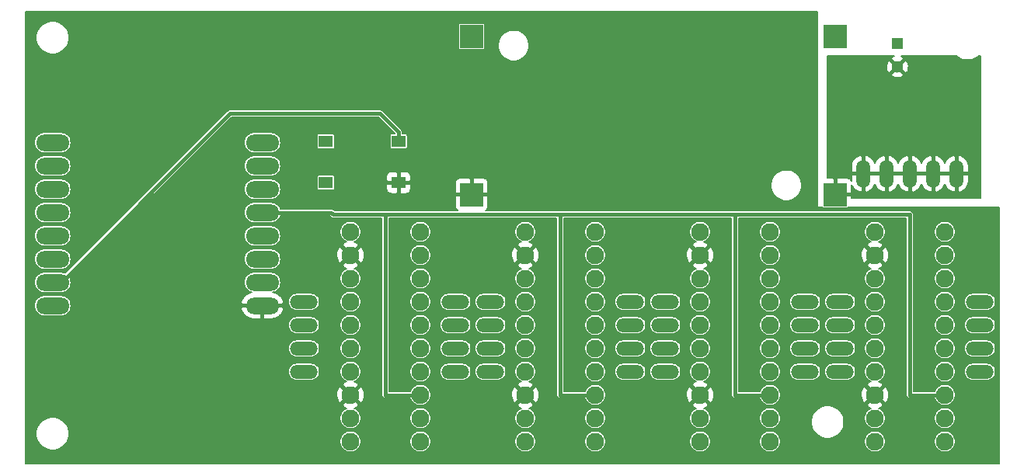
<source format=gbr>
G04 #@! TF.GenerationSoftware,KiCad,Pcbnew,(5.1.4)-1*
G04 #@! TF.CreationDate,2020-02-08T01:02:29+01:00*
G04 #@! TF.ProjectId,FlyballDisplay,466c7962-616c-46c4-9469-73706c61792e,rev?*
G04 #@! TF.SameCoordinates,Original*
G04 #@! TF.FileFunction,Copper,L1,Top*
G04 #@! TF.FilePolarity,Positive*
%FSLAX46Y46*%
G04 Gerber Fmt 4.6, Leading zero omitted, Abs format (unit mm)*
G04 Created by KiCad (PCBNEW (5.1.4)-1) date 2020-02-08 01:02:29*
%MOMM*%
%LPD*%
G04 APERTURE LIST*
%ADD10O,3.657600X1.828800*%
%ADD11C,1.930400*%
%ADD12O,3.032000X1.516000*%
%ADD13R,2.500000X2.500000*%
%ADD14C,1.300000*%
%ADD15R,1.300000X1.300000*%
%ADD16O,1.516000X3.032000*%
%ADD17R,1.550000X1.300000*%
%ADD18C,0.406400*%
%ADD19C,0.152400*%
%ADD20C,0.203200*%
G04 APERTURE END LIST*
D10*
X98425000Y-94615000D03*
X98425000Y-97155000D03*
X98425000Y-99695000D03*
X98425000Y-102235000D03*
X98425000Y-104775000D03*
X98425000Y-107315000D03*
X98425000Y-109855000D03*
X98425000Y-112395000D03*
X121285000Y-94615000D03*
X121285000Y-97155000D03*
X121285000Y-99695000D03*
X121285000Y-102235000D03*
X121285000Y-104775000D03*
X121285000Y-107315000D03*
X121285000Y-109855000D03*
X121285000Y-112395000D03*
D11*
X138506100Y-127223600D03*
X138506100Y-124683600D03*
X138506100Y-122143600D03*
X138506100Y-119603600D03*
X138506100Y-117063600D03*
X138506100Y-114523600D03*
X138506100Y-111983600D03*
X138506100Y-109443600D03*
X138506100Y-106903600D03*
X138506100Y-104363600D03*
X130886100Y-127223600D03*
X130886100Y-124683600D03*
X130886100Y-122143600D03*
X130886100Y-119603600D03*
X130886100Y-117063600D03*
X130886100Y-114523600D03*
X130886100Y-111983600D03*
X130886100Y-109443600D03*
X130886100Y-106903600D03*
X130886100Y-104363600D03*
X157556100Y-127223600D03*
X157556100Y-124683600D03*
X157556100Y-122143600D03*
X157556100Y-119603600D03*
X157556100Y-117063600D03*
X157556100Y-114523600D03*
X157556100Y-111983600D03*
X157556100Y-109443600D03*
X157556100Y-106903600D03*
X157556100Y-104363600D03*
X149936100Y-127223600D03*
X149936100Y-124683600D03*
X149936100Y-122143600D03*
X149936100Y-119603600D03*
X149936100Y-117063600D03*
X149936100Y-114523600D03*
X149936100Y-111983600D03*
X149936100Y-109443600D03*
X149936100Y-106903600D03*
X149936100Y-104363600D03*
D12*
X125806100Y-119603600D03*
X125806100Y-117063600D03*
X125806100Y-114523600D03*
X125806100Y-111983600D03*
X142316100Y-111983600D03*
X142316100Y-114523600D03*
X142316100Y-117063600D03*
X142316100Y-119603600D03*
X146126100Y-119603600D03*
X146126100Y-117063600D03*
X146126100Y-114523600D03*
X146126100Y-111983600D03*
X161366100Y-111983600D03*
X161366100Y-114523600D03*
X161366100Y-117063600D03*
X161366100Y-119603600D03*
D11*
X176606100Y-127223600D03*
X176606100Y-124683600D03*
X176606100Y-122143600D03*
X176606100Y-119603600D03*
X176606100Y-117063600D03*
X176606100Y-114523600D03*
X176606100Y-111983600D03*
X176606100Y-109443600D03*
X176606100Y-106903600D03*
X176606100Y-104363600D03*
X168986100Y-127223600D03*
X168986100Y-124683600D03*
X168986100Y-122143600D03*
X168986100Y-119603600D03*
X168986100Y-117063600D03*
X168986100Y-114523600D03*
X168986100Y-111983600D03*
X168986100Y-109443600D03*
X168986100Y-106903600D03*
X168986100Y-104363600D03*
D12*
X165176100Y-119603600D03*
X165176100Y-117063600D03*
X165176100Y-114523600D03*
X165176100Y-111983600D03*
X180416100Y-111983600D03*
X180416100Y-114523600D03*
X180416100Y-117063600D03*
X180416100Y-119603600D03*
D11*
X195656100Y-127223600D03*
X195656100Y-124683600D03*
X195656100Y-122143600D03*
X195656100Y-119603600D03*
X195656100Y-117063600D03*
X195656100Y-114523600D03*
X195656100Y-111983600D03*
X195656100Y-109443600D03*
X195656100Y-106903600D03*
X195656100Y-104363600D03*
X188036100Y-127223600D03*
X188036100Y-124683600D03*
X188036100Y-122143600D03*
X188036100Y-119603600D03*
X188036100Y-117063600D03*
X188036100Y-114523600D03*
X188036100Y-111983600D03*
X188036100Y-109443600D03*
X188036100Y-106903600D03*
X188036100Y-104363600D03*
D12*
X184226100Y-119603600D03*
X184226100Y-117063600D03*
X184226100Y-114523600D03*
X184226100Y-111983600D03*
X199466100Y-111983600D03*
X199466100Y-114523600D03*
X199466100Y-117063600D03*
X199466100Y-119603600D03*
D13*
X144094100Y-100299600D03*
X144094100Y-83027600D03*
X183718100Y-83027600D03*
X183718100Y-100299600D03*
D14*
X190500000Y-86360000D03*
D15*
X190500000Y-83820000D03*
D16*
X196926100Y-98013600D03*
X194386100Y-98013600D03*
X191846100Y-98013600D03*
X189306100Y-98013600D03*
X186766100Y-98013600D03*
D17*
X136131100Y-94493600D03*
X128181100Y-94493600D03*
X136131100Y-98993600D03*
X128181100Y-98993600D03*
D18*
X120726100Y-109443600D02*
X121996100Y-109443600D01*
X128981100Y-102458600D02*
X134696100Y-102458600D01*
X134696100Y-102458600D02*
X153746100Y-102458600D01*
X153746100Y-102458600D02*
X172796100Y-102458600D01*
X172796100Y-102458600D02*
X191846100Y-102458600D01*
X191846100Y-102458600D02*
X191846100Y-122143600D01*
X191846100Y-122143600D02*
X195656100Y-122143600D01*
X172796100Y-102458600D02*
X172796100Y-122143600D01*
X172796100Y-122143600D02*
X176606100Y-122143600D01*
X153746100Y-102458600D02*
X153746100Y-122143600D01*
X153746100Y-122143600D02*
X157556100Y-122143600D01*
X134696100Y-102458600D02*
X134696100Y-122143600D01*
X134696100Y-122143600D02*
X138506100Y-122143600D01*
X128757500Y-102235000D02*
X121285000Y-102235000D01*
X128981100Y-102458600D02*
X128757500Y-102235000D01*
D19*
X135966100Y-94328600D02*
X136131100Y-94493600D01*
D18*
X136131100Y-93437200D02*
X134133900Y-91440000D01*
X136131100Y-94493600D02*
X136131100Y-93437200D01*
X99339400Y-109855000D02*
X98425000Y-109855000D01*
X117754400Y-91440000D02*
X99339400Y-109855000D01*
X134133900Y-91440000D02*
X117754400Y-91440000D01*
D20*
G36*
X181787700Y-101620400D02*
G01*
X181789652Y-101640221D01*
X181795434Y-101659281D01*
X181804823Y-101676846D01*
X181817458Y-101692242D01*
X181832854Y-101704877D01*
X181850419Y-101714266D01*
X181869479Y-101720048D01*
X181889300Y-101722000D01*
X182362973Y-101722000D01*
X182390578Y-101736755D01*
X182428580Y-101748283D01*
X182468100Y-101752175D01*
X184968100Y-101752175D01*
X185007620Y-101748283D01*
X185045622Y-101736755D01*
X185073227Y-101722000D01*
X201549500Y-101722000D01*
X201549499Y-129636999D01*
X95452701Y-129636999D01*
X95452701Y-126187558D01*
X96623400Y-126187558D01*
X96623400Y-126542442D01*
X96692635Y-126890507D01*
X96828443Y-127218378D01*
X97025606Y-127513453D01*
X97276547Y-127764394D01*
X97571622Y-127961557D01*
X97899493Y-128097365D01*
X98247558Y-128166600D01*
X98602442Y-128166600D01*
X98950507Y-128097365D01*
X99278378Y-127961557D01*
X99573453Y-127764394D01*
X99824394Y-127513453D01*
X100021557Y-127218378D01*
X100066995Y-127108680D01*
X129719300Y-127108680D01*
X129719300Y-127338520D01*
X129764139Y-127563943D01*
X129852095Y-127776287D01*
X129979787Y-127967392D01*
X130142308Y-128129913D01*
X130333413Y-128257605D01*
X130545757Y-128345561D01*
X130771180Y-128390400D01*
X131001020Y-128390400D01*
X131226443Y-128345561D01*
X131438787Y-128257605D01*
X131629892Y-128129913D01*
X131792413Y-127967392D01*
X131920105Y-127776287D01*
X132008061Y-127563943D01*
X132052900Y-127338520D01*
X132052900Y-127108680D01*
X137339300Y-127108680D01*
X137339300Y-127338520D01*
X137384139Y-127563943D01*
X137472095Y-127776287D01*
X137599787Y-127967392D01*
X137762308Y-128129913D01*
X137953413Y-128257605D01*
X138165757Y-128345561D01*
X138391180Y-128390400D01*
X138621020Y-128390400D01*
X138846443Y-128345561D01*
X139058787Y-128257605D01*
X139249892Y-128129913D01*
X139412413Y-127967392D01*
X139540105Y-127776287D01*
X139628061Y-127563943D01*
X139672900Y-127338520D01*
X139672900Y-127108680D01*
X148769300Y-127108680D01*
X148769300Y-127338520D01*
X148814139Y-127563943D01*
X148902095Y-127776287D01*
X149029787Y-127967392D01*
X149192308Y-128129913D01*
X149383413Y-128257605D01*
X149595757Y-128345561D01*
X149821180Y-128390400D01*
X150051020Y-128390400D01*
X150276443Y-128345561D01*
X150488787Y-128257605D01*
X150679892Y-128129913D01*
X150842413Y-127967392D01*
X150970105Y-127776287D01*
X151058061Y-127563943D01*
X151102900Y-127338520D01*
X151102900Y-127108680D01*
X156389300Y-127108680D01*
X156389300Y-127338520D01*
X156434139Y-127563943D01*
X156522095Y-127776287D01*
X156649787Y-127967392D01*
X156812308Y-128129913D01*
X157003413Y-128257605D01*
X157215757Y-128345561D01*
X157441180Y-128390400D01*
X157671020Y-128390400D01*
X157896443Y-128345561D01*
X158108787Y-128257605D01*
X158299892Y-128129913D01*
X158462413Y-127967392D01*
X158590105Y-127776287D01*
X158678061Y-127563943D01*
X158722900Y-127338520D01*
X158722900Y-127108680D01*
X167819300Y-127108680D01*
X167819300Y-127338520D01*
X167864139Y-127563943D01*
X167952095Y-127776287D01*
X168079787Y-127967392D01*
X168242308Y-128129913D01*
X168433413Y-128257605D01*
X168645757Y-128345561D01*
X168871180Y-128390400D01*
X169101020Y-128390400D01*
X169326443Y-128345561D01*
X169538787Y-128257605D01*
X169729892Y-128129913D01*
X169892413Y-127967392D01*
X170020105Y-127776287D01*
X170108061Y-127563943D01*
X170152900Y-127338520D01*
X170152900Y-127108680D01*
X175439300Y-127108680D01*
X175439300Y-127338520D01*
X175484139Y-127563943D01*
X175572095Y-127776287D01*
X175699787Y-127967392D01*
X175862308Y-128129913D01*
X176053413Y-128257605D01*
X176265757Y-128345561D01*
X176491180Y-128390400D01*
X176721020Y-128390400D01*
X176946443Y-128345561D01*
X177158787Y-128257605D01*
X177349892Y-128129913D01*
X177512413Y-127967392D01*
X177640105Y-127776287D01*
X177728061Y-127563943D01*
X177772900Y-127338520D01*
X177772900Y-127108680D01*
X186869300Y-127108680D01*
X186869300Y-127338520D01*
X186914139Y-127563943D01*
X187002095Y-127776287D01*
X187129787Y-127967392D01*
X187292308Y-128129913D01*
X187483413Y-128257605D01*
X187695757Y-128345561D01*
X187921180Y-128390400D01*
X188151020Y-128390400D01*
X188376443Y-128345561D01*
X188588787Y-128257605D01*
X188779892Y-128129913D01*
X188942413Y-127967392D01*
X189070105Y-127776287D01*
X189158061Y-127563943D01*
X189202900Y-127338520D01*
X189202900Y-127108680D01*
X194489300Y-127108680D01*
X194489300Y-127338520D01*
X194534139Y-127563943D01*
X194622095Y-127776287D01*
X194749787Y-127967392D01*
X194912308Y-128129913D01*
X195103413Y-128257605D01*
X195315757Y-128345561D01*
X195541180Y-128390400D01*
X195771020Y-128390400D01*
X195996443Y-128345561D01*
X196208787Y-128257605D01*
X196399892Y-128129913D01*
X196562413Y-127967392D01*
X196690105Y-127776287D01*
X196778061Y-127563943D01*
X196822900Y-127338520D01*
X196822900Y-127108680D01*
X196778061Y-126883257D01*
X196690105Y-126670913D01*
X196562413Y-126479808D01*
X196399892Y-126317287D01*
X196208787Y-126189595D01*
X195996443Y-126101639D01*
X195771020Y-126056800D01*
X195541180Y-126056800D01*
X195315757Y-126101639D01*
X195103413Y-126189595D01*
X194912308Y-126317287D01*
X194749787Y-126479808D01*
X194622095Y-126670913D01*
X194534139Y-126883257D01*
X194489300Y-127108680D01*
X189202900Y-127108680D01*
X189158061Y-126883257D01*
X189070105Y-126670913D01*
X188942413Y-126479808D01*
X188779892Y-126317287D01*
X188588787Y-126189595D01*
X188376443Y-126101639D01*
X188151020Y-126056800D01*
X187921180Y-126056800D01*
X187695757Y-126101639D01*
X187483413Y-126189595D01*
X187292308Y-126317287D01*
X187129787Y-126479808D01*
X187002095Y-126670913D01*
X186914139Y-126883257D01*
X186869300Y-127108680D01*
X177772900Y-127108680D01*
X177728061Y-126883257D01*
X177640105Y-126670913D01*
X177512413Y-126479808D01*
X177349892Y-126317287D01*
X177158787Y-126189595D01*
X176946443Y-126101639D01*
X176721020Y-126056800D01*
X176491180Y-126056800D01*
X176265757Y-126101639D01*
X176053413Y-126189595D01*
X175862308Y-126317287D01*
X175699787Y-126479808D01*
X175572095Y-126670913D01*
X175484139Y-126883257D01*
X175439300Y-127108680D01*
X170152900Y-127108680D01*
X170108061Y-126883257D01*
X170020105Y-126670913D01*
X169892413Y-126479808D01*
X169729892Y-126317287D01*
X169538787Y-126189595D01*
X169326443Y-126101639D01*
X169101020Y-126056800D01*
X168871180Y-126056800D01*
X168645757Y-126101639D01*
X168433413Y-126189595D01*
X168242308Y-126317287D01*
X168079787Y-126479808D01*
X167952095Y-126670913D01*
X167864139Y-126883257D01*
X167819300Y-127108680D01*
X158722900Y-127108680D01*
X158678061Y-126883257D01*
X158590105Y-126670913D01*
X158462413Y-126479808D01*
X158299892Y-126317287D01*
X158108787Y-126189595D01*
X157896443Y-126101639D01*
X157671020Y-126056800D01*
X157441180Y-126056800D01*
X157215757Y-126101639D01*
X157003413Y-126189595D01*
X156812308Y-126317287D01*
X156649787Y-126479808D01*
X156522095Y-126670913D01*
X156434139Y-126883257D01*
X156389300Y-127108680D01*
X151102900Y-127108680D01*
X151058061Y-126883257D01*
X150970105Y-126670913D01*
X150842413Y-126479808D01*
X150679892Y-126317287D01*
X150488787Y-126189595D01*
X150276443Y-126101639D01*
X150051020Y-126056800D01*
X149821180Y-126056800D01*
X149595757Y-126101639D01*
X149383413Y-126189595D01*
X149192308Y-126317287D01*
X149029787Y-126479808D01*
X148902095Y-126670913D01*
X148814139Y-126883257D01*
X148769300Y-127108680D01*
X139672900Y-127108680D01*
X139628061Y-126883257D01*
X139540105Y-126670913D01*
X139412413Y-126479808D01*
X139249892Y-126317287D01*
X139058787Y-126189595D01*
X138846443Y-126101639D01*
X138621020Y-126056800D01*
X138391180Y-126056800D01*
X138165757Y-126101639D01*
X137953413Y-126189595D01*
X137762308Y-126317287D01*
X137599787Y-126479808D01*
X137472095Y-126670913D01*
X137384139Y-126883257D01*
X137339300Y-127108680D01*
X132052900Y-127108680D01*
X132008061Y-126883257D01*
X131920105Y-126670913D01*
X131792413Y-126479808D01*
X131629892Y-126317287D01*
X131438787Y-126189595D01*
X131226443Y-126101639D01*
X131001020Y-126056800D01*
X130771180Y-126056800D01*
X130545757Y-126101639D01*
X130333413Y-126189595D01*
X130142308Y-126317287D01*
X129979787Y-126479808D01*
X129852095Y-126670913D01*
X129764139Y-126883257D01*
X129719300Y-127108680D01*
X100066995Y-127108680D01*
X100157365Y-126890507D01*
X100226600Y-126542442D01*
X100226600Y-126187558D01*
X100157365Y-125839493D01*
X100021557Y-125511622D01*
X99824394Y-125216547D01*
X99573453Y-124965606D01*
X99278378Y-124768443D01*
X98950507Y-124632635D01*
X98628987Y-124568680D01*
X129719300Y-124568680D01*
X129719300Y-124798520D01*
X129764139Y-125023943D01*
X129852095Y-125236287D01*
X129979787Y-125427392D01*
X130142308Y-125589913D01*
X130333413Y-125717605D01*
X130545757Y-125805561D01*
X130771180Y-125850400D01*
X131001020Y-125850400D01*
X131226443Y-125805561D01*
X131438787Y-125717605D01*
X131629892Y-125589913D01*
X131792413Y-125427392D01*
X131920105Y-125236287D01*
X132008061Y-125023943D01*
X132052900Y-124798520D01*
X132052900Y-124568680D01*
X137339300Y-124568680D01*
X137339300Y-124798520D01*
X137384139Y-125023943D01*
X137472095Y-125236287D01*
X137599787Y-125427392D01*
X137762308Y-125589913D01*
X137953413Y-125717605D01*
X138165757Y-125805561D01*
X138391180Y-125850400D01*
X138621020Y-125850400D01*
X138846443Y-125805561D01*
X139058787Y-125717605D01*
X139249892Y-125589913D01*
X139412413Y-125427392D01*
X139540105Y-125236287D01*
X139628061Y-125023943D01*
X139672900Y-124798520D01*
X139672900Y-124568680D01*
X148769300Y-124568680D01*
X148769300Y-124798520D01*
X148814139Y-125023943D01*
X148902095Y-125236287D01*
X149029787Y-125427392D01*
X149192308Y-125589913D01*
X149383413Y-125717605D01*
X149595757Y-125805561D01*
X149821180Y-125850400D01*
X150051020Y-125850400D01*
X150276443Y-125805561D01*
X150488787Y-125717605D01*
X150679892Y-125589913D01*
X150842413Y-125427392D01*
X150970105Y-125236287D01*
X151058061Y-125023943D01*
X151102900Y-124798520D01*
X151102900Y-124568680D01*
X156389300Y-124568680D01*
X156389300Y-124798520D01*
X156434139Y-125023943D01*
X156522095Y-125236287D01*
X156649787Y-125427392D01*
X156812308Y-125589913D01*
X157003413Y-125717605D01*
X157215757Y-125805561D01*
X157441180Y-125850400D01*
X157671020Y-125850400D01*
X157896443Y-125805561D01*
X158108787Y-125717605D01*
X158299892Y-125589913D01*
X158462413Y-125427392D01*
X158590105Y-125236287D01*
X158678061Y-125023943D01*
X158722900Y-124798520D01*
X158722900Y-124568680D01*
X167819300Y-124568680D01*
X167819300Y-124798520D01*
X167864139Y-125023943D01*
X167952095Y-125236287D01*
X168079787Y-125427392D01*
X168242308Y-125589913D01*
X168433413Y-125717605D01*
X168645757Y-125805561D01*
X168871180Y-125850400D01*
X169101020Y-125850400D01*
X169326443Y-125805561D01*
X169538787Y-125717605D01*
X169729892Y-125589913D01*
X169892413Y-125427392D01*
X170020105Y-125236287D01*
X170108061Y-125023943D01*
X170152900Y-124798520D01*
X170152900Y-124568680D01*
X175439300Y-124568680D01*
X175439300Y-124798520D01*
X175484139Y-125023943D01*
X175572095Y-125236287D01*
X175699787Y-125427392D01*
X175862308Y-125589913D01*
X176053413Y-125717605D01*
X176265757Y-125805561D01*
X176491180Y-125850400D01*
X176721020Y-125850400D01*
X176946443Y-125805561D01*
X177158787Y-125717605D01*
X177349892Y-125589913D01*
X177512413Y-125427392D01*
X177640105Y-125236287D01*
X177728061Y-125023943D01*
X177749222Y-124917558D01*
X181078400Y-124917558D01*
X181078400Y-125272442D01*
X181147635Y-125620507D01*
X181283443Y-125948378D01*
X181480606Y-126243453D01*
X181731547Y-126494394D01*
X182026622Y-126691557D01*
X182354493Y-126827365D01*
X182702558Y-126896600D01*
X183057442Y-126896600D01*
X183405507Y-126827365D01*
X183733378Y-126691557D01*
X184028453Y-126494394D01*
X184279394Y-126243453D01*
X184476557Y-125948378D01*
X184612365Y-125620507D01*
X184681600Y-125272442D01*
X184681600Y-124917558D01*
X184612365Y-124569493D01*
X184612029Y-124568680D01*
X186869300Y-124568680D01*
X186869300Y-124798520D01*
X186914139Y-125023943D01*
X187002095Y-125236287D01*
X187129787Y-125427392D01*
X187292308Y-125589913D01*
X187483413Y-125717605D01*
X187695757Y-125805561D01*
X187921180Y-125850400D01*
X188151020Y-125850400D01*
X188376443Y-125805561D01*
X188588787Y-125717605D01*
X188779892Y-125589913D01*
X188942413Y-125427392D01*
X189070105Y-125236287D01*
X189158061Y-125023943D01*
X189202900Y-124798520D01*
X189202900Y-124568680D01*
X194489300Y-124568680D01*
X194489300Y-124798520D01*
X194534139Y-125023943D01*
X194622095Y-125236287D01*
X194749787Y-125427392D01*
X194912308Y-125589913D01*
X195103413Y-125717605D01*
X195315757Y-125805561D01*
X195541180Y-125850400D01*
X195771020Y-125850400D01*
X195996443Y-125805561D01*
X196208787Y-125717605D01*
X196399892Y-125589913D01*
X196562413Y-125427392D01*
X196690105Y-125236287D01*
X196778061Y-125023943D01*
X196822900Y-124798520D01*
X196822900Y-124568680D01*
X196778061Y-124343257D01*
X196690105Y-124130913D01*
X196562413Y-123939808D01*
X196399892Y-123777287D01*
X196208787Y-123649595D01*
X195996443Y-123561639D01*
X195771020Y-123516800D01*
X195541180Y-123516800D01*
X195315757Y-123561639D01*
X195103413Y-123649595D01*
X194912308Y-123777287D01*
X194749787Y-123939808D01*
X194622095Y-124130913D01*
X194534139Y-124343257D01*
X194489300Y-124568680D01*
X189202900Y-124568680D01*
X189158061Y-124343257D01*
X189070105Y-124130913D01*
X188942413Y-123939808D01*
X188779892Y-123777287D01*
X188588787Y-123649595D01*
X188476861Y-123603233D01*
X188682816Y-123530828D01*
X188830242Y-123452028D01*
X188926133Y-123212673D01*
X188036100Y-122322639D01*
X187146067Y-123212673D01*
X187241958Y-123452028D01*
X187512479Y-123581816D01*
X187595597Y-123603127D01*
X187483413Y-123649595D01*
X187292308Y-123777287D01*
X187129787Y-123939808D01*
X187002095Y-124130913D01*
X186914139Y-124343257D01*
X186869300Y-124568680D01*
X184612029Y-124568680D01*
X184476557Y-124241622D01*
X184279394Y-123946547D01*
X184028453Y-123695606D01*
X183733378Y-123498443D01*
X183405507Y-123362635D01*
X183057442Y-123293400D01*
X182702558Y-123293400D01*
X182354493Y-123362635D01*
X182026622Y-123498443D01*
X181731547Y-123695606D01*
X181480606Y-123946547D01*
X181283443Y-124241622D01*
X181147635Y-124569493D01*
X181078400Y-124917558D01*
X177749222Y-124917558D01*
X177772900Y-124798520D01*
X177772900Y-124568680D01*
X177728061Y-124343257D01*
X177640105Y-124130913D01*
X177512413Y-123939808D01*
X177349892Y-123777287D01*
X177158787Y-123649595D01*
X176946443Y-123561639D01*
X176721020Y-123516800D01*
X176491180Y-123516800D01*
X176265757Y-123561639D01*
X176053413Y-123649595D01*
X175862308Y-123777287D01*
X175699787Y-123939808D01*
X175572095Y-124130913D01*
X175484139Y-124343257D01*
X175439300Y-124568680D01*
X170152900Y-124568680D01*
X170108061Y-124343257D01*
X170020105Y-124130913D01*
X169892413Y-123939808D01*
X169729892Y-123777287D01*
X169538787Y-123649595D01*
X169426861Y-123603233D01*
X169632816Y-123530828D01*
X169780242Y-123452028D01*
X169876133Y-123212673D01*
X168986100Y-122322639D01*
X168096067Y-123212673D01*
X168191958Y-123452028D01*
X168462479Y-123581816D01*
X168545597Y-123603127D01*
X168433413Y-123649595D01*
X168242308Y-123777287D01*
X168079787Y-123939808D01*
X167952095Y-124130913D01*
X167864139Y-124343257D01*
X167819300Y-124568680D01*
X158722900Y-124568680D01*
X158678061Y-124343257D01*
X158590105Y-124130913D01*
X158462413Y-123939808D01*
X158299892Y-123777287D01*
X158108787Y-123649595D01*
X157896443Y-123561639D01*
X157671020Y-123516800D01*
X157441180Y-123516800D01*
X157215757Y-123561639D01*
X157003413Y-123649595D01*
X156812308Y-123777287D01*
X156649787Y-123939808D01*
X156522095Y-124130913D01*
X156434139Y-124343257D01*
X156389300Y-124568680D01*
X151102900Y-124568680D01*
X151058061Y-124343257D01*
X150970105Y-124130913D01*
X150842413Y-123939808D01*
X150679892Y-123777287D01*
X150488787Y-123649595D01*
X150376861Y-123603233D01*
X150582816Y-123530828D01*
X150730242Y-123452028D01*
X150826133Y-123212673D01*
X149936100Y-122322639D01*
X149046067Y-123212673D01*
X149141958Y-123452028D01*
X149412479Y-123581816D01*
X149495597Y-123603127D01*
X149383413Y-123649595D01*
X149192308Y-123777287D01*
X149029787Y-123939808D01*
X148902095Y-124130913D01*
X148814139Y-124343257D01*
X148769300Y-124568680D01*
X139672900Y-124568680D01*
X139628061Y-124343257D01*
X139540105Y-124130913D01*
X139412413Y-123939808D01*
X139249892Y-123777287D01*
X139058787Y-123649595D01*
X138846443Y-123561639D01*
X138621020Y-123516800D01*
X138391180Y-123516800D01*
X138165757Y-123561639D01*
X137953413Y-123649595D01*
X137762308Y-123777287D01*
X137599787Y-123939808D01*
X137472095Y-124130913D01*
X137384139Y-124343257D01*
X137339300Y-124568680D01*
X132052900Y-124568680D01*
X132008061Y-124343257D01*
X131920105Y-124130913D01*
X131792413Y-123939808D01*
X131629892Y-123777287D01*
X131438787Y-123649595D01*
X131326861Y-123603233D01*
X131532816Y-123530828D01*
X131680242Y-123452028D01*
X131776133Y-123212673D01*
X130886100Y-122322639D01*
X129996067Y-123212673D01*
X130091958Y-123452028D01*
X130362479Y-123581816D01*
X130445597Y-123603127D01*
X130333413Y-123649595D01*
X130142308Y-123777287D01*
X129979787Y-123939808D01*
X129852095Y-124130913D01*
X129764139Y-124343257D01*
X129719300Y-124568680D01*
X98628987Y-124568680D01*
X98602442Y-124563400D01*
X98247558Y-124563400D01*
X97899493Y-124632635D01*
X97571622Y-124768443D01*
X97276547Y-124965606D01*
X97025606Y-125216547D01*
X96828443Y-125511622D01*
X96692635Y-125839493D01*
X96623400Y-126187558D01*
X95452701Y-126187558D01*
X95452701Y-122210219D01*
X129356981Y-122210219D01*
X129399359Y-122507254D01*
X129498872Y-122790316D01*
X129577672Y-122937742D01*
X129817027Y-123033633D01*
X130707061Y-122143600D01*
X131065139Y-122143600D01*
X131955173Y-123033633D01*
X132194528Y-122937742D01*
X132324316Y-122667221D01*
X132398834Y-122376578D01*
X132415219Y-122076981D01*
X132372841Y-121779946D01*
X132273328Y-121496884D01*
X132194528Y-121349458D01*
X131955173Y-121253567D01*
X131065139Y-122143600D01*
X130707061Y-122143600D01*
X129817027Y-121253567D01*
X129577672Y-121349458D01*
X129447884Y-121619979D01*
X129373366Y-121910622D01*
X129356981Y-122210219D01*
X95452701Y-122210219D01*
X95452701Y-119603600D01*
X124083857Y-119603600D01*
X124102385Y-119791714D01*
X124157256Y-119972600D01*
X124246361Y-120139305D01*
X124366277Y-120285423D01*
X124512395Y-120405339D01*
X124679100Y-120494444D01*
X124859986Y-120549315D01*
X125000960Y-120563200D01*
X126611240Y-120563200D01*
X126752214Y-120549315D01*
X126933100Y-120494444D01*
X127099805Y-120405339D01*
X127245923Y-120285423D01*
X127365839Y-120139305D01*
X127454944Y-119972600D01*
X127509815Y-119791714D01*
X127528343Y-119603600D01*
X127517025Y-119488680D01*
X129719300Y-119488680D01*
X129719300Y-119718520D01*
X129764139Y-119943943D01*
X129852095Y-120156287D01*
X129979787Y-120347392D01*
X130142308Y-120509913D01*
X130333413Y-120637605D01*
X130445339Y-120683967D01*
X130239384Y-120756372D01*
X130091958Y-120835172D01*
X129996067Y-121074527D01*
X130886100Y-121964561D01*
X131776133Y-121074527D01*
X131680242Y-120835172D01*
X131409721Y-120705384D01*
X131326603Y-120684073D01*
X131438787Y-120637605D01*
X131629892Y-120509913D01*
X131792413Y-120347392D01*
X131920105Y-120156287D01*
X132008061Y-119943943D01*
X132052900Y-119718520D01*
X132052900Y-119488680D01*
X132008061Y-119263257D01*
X131920105Y-119050913D01*
X131792413Y-118859808D01*
X131629892Y-118697287D01*
X131438787Y-118569595D01*
X131226443Y-118481639D01*
X131001020Y-118436800D01*
X130771180Y-118436800D01*
X130545757Y-118481639D01*
X130333413Y-118569595D01*
X130142308Y-118697287D01*
X129979787Y-118859808D01*
X129852095Y-119050913D01*
X129764139Y-119263257D01*
X129719300Y-119488680D01*
X127517025Y-119488680D01*
X127509815Y-119415486D01*
X127454944Y-119234600D01*
X127365839Y-119067895D01*
X127245923Y-118921777D01*
X127099805Y-118801861D01*
X126933100Y-118712756D01*
X126752214Y-118657885D01*
X126611240Y-118644000D01*
X125000960Y-118644000D01*
X124859986Y-118657885D01*
X124679100Y-118712756D01*
X124512395Y-118801861D01*
X124366277Y-118921777D01*
X124246361Y-119067895D01*
X124157256Y-119234600D01*
X124102385Y-119415486D01*
X124083857Y-119603600D01*
X95452701Y-119603600D01*
X95452701Y-117063600D01*
X124083857Y-117063600D01*
X124102385Y-117251714D01*
X124157256Y-117432600D01*
X124246361Y-117599305D01*
X124366277Y-117745423D01*
X124512395Y-117865339D01*
X124679100Y-117954444D01*
X124859986Y-118009315D01*
X125000960Y-118023200D01*
X126611240Y-118023200D01*
X126752214Y-118009315D01*
X126933100Y-117954444D01*
X127099805Y-117865339D01*
X127245923Y-117745423D01*
X127365839Y-117599305D01*
X127454944Y-117432600D01*
X127509815Y-117251714D01*
X127528343Y-117063600D01*
X127517025Y-116948680D01*
X129719300Y-116948680D01*
X129719300Y-117178520D01*
X129764139Y-117403943D01*
X129852095Y-117616287D01*
X129979787Y-117807392D01*
X130142308Y-117969913D01*
X130333413Y-118097605D01*
X130545757Y-118185561D01*
X130771180Y-118230400D01*
X131001020Y-118230400D01*
X131226443Y-118185561D01*
X131438787Y-118097605D01*
X131629892Y-117969913D01*
X131792413Y-117807392D01*
X131920105Y-117616287D01*
X132008061Y-117403943D01*
X132052900Y-117178520D01*
X132052900Y-116948680D01*
X132008061Y-116723257D01*
X131920105Y-116510913D01*
X131792413Y-116319808D01*
X131629892Y-116157287D01*
X131438787Y-116029595D01*
X131226443Y-115941639D01*
X131001020Y-115896800D01*
X130771180Y-115896800D01*
X130545757Y-115941639D01*
X130333413Y-116029595D01*
X130142308Y-116157287D01*
X129979787Y-116319808D01*
X129852095Y-116510913D01*
X129764139Y-116723257D01*
X129719300Y-116948680D01*
X127517025Y-116948680D01*
X127509815Y-116875486D01*
X127454944Y-116694600D01*
X127365839Y-116527895D01*
X127245923Y-116381777D01*
X127099805Y-116261861D01*
X126933100Y-116172756D01*
X126752214Y-116117885D01*
X126611240Y-116104000D01*
X125000960Y-116104000D01*
X124859986Y-116117885D01*
X124679100Y-116172756D01*
X124512395Y-116261861D01*
X124366277Y-116381777D01*
X124246361Y-116527895D01*
X124157256Y-116694600D01*
X124102385Y-116875486D01*
X124083857Y-117063600D01*
X95452701Y-117063600D01*
X95452701Y-114523600D01*
X124083857Y-114523600D01*
X124102385Y-114711714D01*
X124157256Y-114892600D01*
X124246361Y-115059305D01*
X124366277Y-115205423D01*
X124512395Y-115325339D01*
X124679100Y-115414444D01*
X124859986Y-115469315D01*
X125000960Y-115483200D01*
X126611240Y-115483200D01*
X126752214Y-115469315D01*
X126933100Y-115414444D01*
X127099805Y-115325339D01*
X127245923Y-115205423D01*
X127365839Y-115059305D01*
X127454944Y-114892600D01*
X127509815Y-114711714D01*
X127528343Y-114523600D01*
X127517025Y-114408680D01*
X129719300Y-114408680D01*
X129719300Y-114638520D01*
X129764139Y-114863943D01*
X129852095Y-115076287D01*
X129979787Y-115267392D01*
X130142308Y-115429913D01*
X130333413Y-115557605D01*
X130545757Y-115645561D01*
X130771180Y-115690400D01*
X131001020Y-115690400D01*
X131226443Y-115645561D01*
X131438787Y-115557605D01*
X131629892Y-115429913D01*
X131792413Y-115267392D01*
X131920105Y-115076287D01*
X132008061Y-114863943D01*
X132052900Y-114638520D01*
X132052900Y-114408680D01*
X132008061Y-114183257D01*
X131920105Y-113970913D01*
X131792413Y-113779808D01*
X131629892Y-113617287D01*
X131438787Y-113489595D01*
X131226443Y-113401639D01*
X131001020Y-113356800D01*
X130771180Y-113356800D01*
X130545757Y-113401639D01*
X130333413Y-113489595D01*
X130142308Y-113617287D01*
X129979787Y-113779808D01*
X129852095Y-113970913D01*
X129764139Y-114183257D01*
X129719300Y-114408680D01*
X127517025Y-114408680D01*
X127509815Y-114335486D01*
X127454944Y-114154600D01*
X127365839Y-113987895D01*
X127245923Y-113841777D01*
X127099805Y-113721861D01*
X126933100Y-113632756D01*
X126752214Y-113577885D01*
X126611240Y-113564000D01*
X125000960Y-113564000D01*
X124859986Y-113577885D01*
X124679100Y-113632756D01*
X124512395Y-113721861D01*
X124366277Y-113841777D01*
X124246361Y-113987895D01*
X124157256Y-114154600D01*
X124102385Y-114335486D01*
X124083857Y-114523600D01*
X95452701Y-114523600D01*
X95452701Y-112395000D01*
X96389201Y-112395000D01*
X96410748Y-112613774D01*
X96474562Y-112824141D01*
X96578191Y-113018016D01*
X96717651Y-113187949D01*
X96887584Y-113327409D01*
X97081459Y-113431038D01*
X97291826Y-113494852D01*
X97455782Y-113511000D01*
X99394218Y-113511000D01*
X99558174Y-113494852D01*
X99768541Y-113431038D01*
X99962416Y-113327409D01*
X100132349Y-113187949D01*
X100271809Y-113018016D01*
X100375438Y-112824141D01*
X100398073Y-112749522D01*
X118941518Y-112749522D01*
X118961832Y-112841500D01*
X119076009Y-113107758D01*
X119239936Y-113346625D01*
X119447314Y-113548921D01*
X119690174Y-113706873D01*
X119959182Y-113814410D01*
X120244000Y-113867400D01*
X121158400Y-113867400D01*
X121158400Y-112521600D01*
X121411600Y-112521600D01*
X121411600Y-113867400D01*
X122326000Y-113867400D01*
X122610818Y-113814410D01*
X122879826Y-113706873D01*
X123122686Y-113548921D01*
X123330064Y-113346625D01*
X123493991Y-113107758D01*
X123608168Y-112841500D01*
X123628482Y-112749522D01*
X123526274Y-112521600D01*
X121411600Y-112521600D01*
X121158400Y-112521600D01*
X119043726Y-112521600D01*
X118941518Y-112749522D01*
X100398073Y-112749522D01*
X100439252Y-112613774D01*
X100460799Y-112395000D01*
X100439252Y-112176226D01*
X100398074Y-112040478D01*
X118941518Y-112040478D01*
X119043726Y-112268400D01*
X121158400Y-112268400D01*
X121158400Y-112248400D01*
X121411600Y-112248400D01*
X121411600Y-112268400D01*
X123526274Y-112268400D01*
X123628482Y-112040478D01*
X123615921Y-111983600D01*
X124083857Y-111983600D01*
X124102385Y-112171714D01*
X124157256Y-112352600D01*
X124246361Y-112519305D01*
X124366277Y-112665423D01*
X124512395Y-112785339D01*
X124679100Y-112874444D01*
X124859986Y-112929315D01*
X125000960Y-112943200D01*
X126611240Y-112943200D01*
X126752214Y-112929315D01*
X126933100Y-112874444D01*
X127099805Y-112785339D01*
X127245923Y-112665423D01*
X127365839Y-112519305D01*
X127454944Y-112352600D01*
X127509815Y-112171714D01*
X127528343Y-111983600D01*
X127517025Y-111868680D01*
X129719300Y-111868680D01*
X129719300Y-112098520D01*
X129764139Y-112323943D01*
X129852095Y-112536287D01*
X129979787Y-112727392D01*
X130142308Y-112889913D01*
X130333413Y-113017605D01*
X130545757Y-113105561D01*
X130771180Y-113150400D01*
X131001020Y-113150400D01*
X131226443Y-113105561D01*
X131438787Y-113017605D01*
X131629892Y-112889913D01*
X131792413Y-112727392D01*
X131920105Y-112536287D01*
X132008061Y-112323943D01*
X132052900Y-112098520D01*
X132052900Y-111868680D01*
X132008061Y-111643257D01*
X131920105Y-111430913D01*
X131792413Y-111239808D01*
X131629892Y-111077287D01*
X131438787Y-110949595D01*
X131226443Y-110861639D01*
X131001020Y-110816800D01*
X130771180Y-110816800D01*
X130545757Y-110861639D01*
X130333413Y-110949595D01*
X130142308Y-111077287D01*
X129979787Y-111239808D01*
X129852095Y-111430913D01*
X129764139Y-111643257D01*
X129719300Y-111868680D01*
X127517025Y-111868680D01*
X127509815Y-111795486D01*
X127454944Y-111614600D01*
X127365839Y-111447895D01*
X127245923Y-111301777D01*
X127099805Y-111181861D01*
X126933100Y-111092756D01*
X126752214Y-111037885D01*
X126611240Y-111024000D01*
X125000960Y-111024000D01*
X124859986Y-111037885D01*
X124679100Y-111092756D01*
X124512395Y-111181861D01*
X124366277Y-111301777D01*
X124246361Y-111447895D01*
X124157256Y-111614600D01*
X124102385Y-111795486D01*
X124083857Y-111983600D01*
X123615921Y-111983600D01*
X123608168Y-111948500D01*
X123493991Y-111682242D01*
X123330064Y-111443375D01*
X123122686Y-111241079D01*
X122879826Y-111083127D01*
X122610818Y-110975590D01*
X122449035Y-110945490D01*
X122628541Y-110891038D01*
X122822416Y-110787409D01*
X122992349Y-110647949D01*
X123131809Y-110478016D01*
X123235438Y-110284141D01*
X123299252Y-110073774D01*
X123320799Y-109855000D01*
X123299252Y-109636226D01*
X123235438Y-109425859D01*
X123183495Y-109328680D01*
X129719300Y-109328680D01*
X129719300Y-109558520D01*
X129764139Y-109783943D01*
X129852095Y-109996287D01*
X129979787Y-110187392D01*
X130142308Y-110349913D01*
X130333413Y-110477605D01*
X130545757Y-110565561D01*
X130771180Y-110610400D01*
X131001020Y-110610400D01*
X131226443Y-110565561D01*
X131438787Y-110477605D01*
X131629892Y-110349913D01*
X131792413Y-110187392D01*
X131920105Y-109996287D01*
X132008061Y-109783943D01*
X132052900Y-109558520D01*
X132052900Y-109328680D01*
X132008061Y-109103257D01*
X131920105Y-108890913D01*
X131792413Y-108699808D01*
X131629892Y-108537287D01*
X131438787Y-108409595D01*
X131326861Y-108363233D01*
X131532816Y-108290828D01*
X131680242Y-108212028D01*
X131776133Y-107972673D01*
X130886100Y-107082639D01*
X129996067Y-107972673D01*
X130091958Y-108212028D01*
X130362479Y-108341816D01*
X130445597Y-108363127D01*
X130333413Y-108409595D01*
X130142308Y-108537287D01*
X129979787Y-108699808D01*
X129852095Y-108890913D01*
X129764139Y-109103257D01*
X129719300Y-109328680D01*
X123183495Y-109328680D01*
X123131809Y-109231984D01*
X122992349Y-109062051D01*
X122822416Y-108922591D01*
X122628541Y-108818962D01*
X122418174Y-108755148D01*
X122254218Y-108739000D01*
X120315782Y-108739000D01*
X120151826Y-108755148D01*
X119941459Y-108818962D01*
X119747584Y-108922591D01*
X119577651Y-109062051D01*
X119438191Y-109231984D01*
X119334562Y-109425859D01*
X119270748Y-109636226D01*
X119249201Y-109855000D01*
X119270748Y-110073774D01*
X119334562Y-110284141D01*
X119438191Y-110478016D01*
X119577651Y-110647949D01*
X119747584Y-110787409D01*
X119941459Y-110891038D01*
X120120965Y-110945490D01*
X119959182Y-110975590D01*
X119690174Y-111083127D01*
X119447314Y-111241079D01*
X119239936Y-111443375D01*
X119076009Y-111682242D01*
X118961832Y-111948500D01*
X118941518Y-112040478D01*
X100398074Y-112040478D01*
X100375438Y-111965859D01*
X100271809Y-111771984D01*
X100132349Y-111602051D01*
X99962416Y-111462591D01*
X99768541Y-111358962D01*
X99558174Y-111295148D01*
X99394218Y-111279000D01*
X97455782Y-111279000D01*
X97291826Y-111295148D01*
X97081459Y-111358962D01*
X96887584Y-111462591D01*
X96717651Y-111602051D01*
X96578191Y-111771984D01*
X96474562Y-111965859D01*
X96410748Y-112176226D01*
X96389201Y-112395000D01*
X95452701Y-112395000D01*
X95452701Y-109855000D01*
X96389201Y-109855000D01*
X96410748Y-110073774D01*
X96474562Y-110284141D01*
X96578191Y-110478016D01*
X96717651Y-110647949D01*
X96887584Y-110787409D01*
X97081459Y-110891038D01*
X97291826Y-110954852D01*
X97455782Y-110971000D01*
X99394218Y-110971000D01*
X99558174Y-110954852D01*
X99768541Y-110891038D01*
X99962416Y-110787409D01*
X100132349Y-110647949D01*
X100271809Y-110478016D01*
X100375438Y-110284141D01*
X100439252Y-110073774D01*
X100460799Y-109855000D01*
X100439252Y-109636226D01*
X100375438Y-109425859D01*
X100363447Y-109403426D01*
X102451873Y-107315000D01*
X119249201Y-107315000D01*
X119270748Y-107533774D01*
X119334562Y-107744141D01*
X119438191Y-107938016D01*
X119577651Y-108107949D01*
X119747584Y-108247409D01*
X119941459Y-108351038D01*
X120151826Y-108414852D01*
X120315782Y-108431000D01*
X122254218Y-108431000D01*
X122418174Y-108414852D01*
X122628541Y-108351038D01*
X122822416Y-108247409D01*
X122992349Y-108107949D01*
X123131809Y-107938016D01*
X123235438Y-107744141D01*
X123299252Y-107533774D01*
X123320799Y-107315000D01*
X123299252Y-107096226D01*
X123261029Y-106970219D01*
X129356981Y-106970219D01*
X129399359Y-107267254D01*
X129498872Y-107550316D01*
X129577672Y-107697742D01*
X129817027Y-107793633D01*
X130707061Y-106903600D01*
X131065139Y-106903600D01*
X131955173Y-107793633D01*
X132194528Y-107697742D01*
X132324316Y-107427221D01*
X132398834Y-107136578D01*
X132415219Y-106836981D01*
X132372841Y-106539946D01*
X132273328Y-106256884D01*
X132194528Y-106109458D01*
X131955173Y-106013567D01*
X131065139Y-106903600D01*
X130707061Y-106903600D01*
X129817027Y-106013567D01*
X129577672Y-106109458D01*
X129447884Y-106379979D01*
X129373366Y-106670622D01*
X129356981Y-106970219D01*
X123261029Y-106970219D01*
X123235438Y-106885859D01*
X123131809Y-106691984D01*
X122992349Y-106522051D01*
X122822416Y-106382591D01*
X122628541Y-106278962D01*
X122418174Y-106215148D01*
X122254218Y-106199000D01*
X120315782Y-106199000D01*
X120151826Y-106215148D01*
X119941459Y-106278962D01*
X119747584Y-106382591D01*
X119577651Y-106522051D01*
X119438191Y-106691984D01*
X119334562Y-106885859D01*
X119270748Y-107096226D01*
X119249201Y-107315000D01*
X102451873Y-107315000D01*
X104991873Y-104775000D01*
X119249201Y-104775000D01*
X119270748Y-104993774D01*
X119334562Y-105204141D01*
X119438191Y-105398016D01*
X119577651Y-105567949D01*
X119747584Y-105707409D01*
X119941459Y-105811038D01*
X120151826Y-105874852D01*
X120315782Y-105891000D01*
X122254218Y-105891000D01*
X122418174Y-105874852D01*
X122628541Y-105811038D01*
X122822416Y-105707409D01*
X122992349Y-105567949D01*
X123131809Y-105398016D01*
X123235438Y-105204141D01*
X123299252Y-104993774D01*
X123320799Y-104775000D01*
X123299252Y-104556226D01*
X123235438Y-104345859D01*
X123183495Y-104248680D01*
X129719300Y-104248680D01*
X129719300Y-104478520D01*
X129764139Y-104703943D01*
X129852095Y-104916287D01*
X129979787Y-105107392D01*
X130142308Y-105269913D01*
X130333413Y-105397605D01*
X130445339Y-105443967D01*
X130239384Y-105516372D01*
X130091958Y-105595172D01*
X129996067Y-105834527D01*
X130886100Y-106724561D01*
X131776133Y-105834527D01*
X131680242Y-105595172D01*
X131409721Y-105465384D01*
X131326603Y-105444073D01*
X131438787Y-105397605D01*
X131629892Y-105269913D01*
X131792413Y-105107392D01*
X131920105Y-104916287D01*
X132008061Y-104703943D01*
X132052900Y-104478520D01*
X132052900Y-104248680D01*
X132008061Y-104023257D01*
X131920105Y-103810913D01*
X131792413Y-103619808D01*
X131629892Y-103457287D01*
X131438787Y-103329595D01*
X131226443Y-103241639D01*
X131001020Y-103196800D01*
X130771180Y-103196800D01*
X130545757Y-103241639D01*
X130333413Y-103329595D01*
X130142308Y-103457287D01*
X129979787Y-103619808D01*
X129852095Y-103810913D01*
X129764139Y-104023257D01*
X129719300Y-104248680D01*
X123183495Y-104248680D01*
X123131809Y-104151984D01*
X122992349Y-103982051D01*
X122822416Y-103842591D01*
X122628541Y-103738962D01*
X122418174Y-103675148D01*
X122254218Y-103659000D01*
X120315782Y-103659000D01*
X120151826Y-103675148D01*
X119941459Y-103738962D01*
X119747584Y-103842591D01*
X119577651Y-103982051D01*
X119438191Y-104151984D01*
X119334562Y-104345859D01*
X119270748Y-104556226D01*
X119249201Y-104775000D01*
X104991873Y-104775000D01*
X107531873Y-102235000D01*
X119249201Y-102235000D01*
X119270748Y-102453774D01*
X119334562Y-102664141D01*
X119438191Y-102858016D01*
X119577651Y-103027949D01*
X119747584Y-103167409D01*
X119941459Y-103271038D01*
X120151826Y-103334852D01*
X120315782Y-103351000D01*
X122254218Y-103351000D01*
X122418174Y-103334852D01*
X122628541Y-103271038D01*
X122822416Y-103167409D01*
X122992349Y-103027949D01*
X123131809Y-102858016D01*
X123235438Y-102664141D01*
X123242822Y-102639800D01*
X128589827Y-102639800D01*
X128680805Y-102730778D01*
X128693479Y-102746221D01*
X128755117Y-102796807D01*
X128825440Y-102834395D01*
X128901745Y-102857542D01*
X128961221Y-102863400D01*
X128961227Y-102863400D01*
X128981099Y-102865357D01*
X129000971Y-102863400D01*
X134291300Y-102863400D01*
X134291301Y-122123711D01*
X134289342Y-122143600D01*
X134297158Y-122222955D01*
X134320305Y-122299260D01*
X134357893Y-122369583D01*
X134408479Y-122431221D01*
X134470117Y-122481807D01*
X134540440Y-122519395D01*
X134616745Y-122542542D01*
X134676221Y-122548400D01*
X134696100Y-122550358D01*
X134715979Y-122548400D01*
X137410838Y-122548400D01*
X137472095Y-122696287D01*
X137599787Y-122887392D01*
X137762308Y-123049913D01*
X137953413Y-123177605D01*
X138165757Y-123265561D01*
X138391180Y-123310400D01*
X138621020Y-123310400D01*
X138846443Y-123265561D01*
X139058787Y-123177605D01*
X139249892Y-123049913D01*
X139412413Y-122887392D01*
X139540105Y-122696287D01*
X139628061Y-122483943D01*
X139672900Y-122258520D01*
X139672900Y-122210219D01*
X148406981Y-122210219D01*
X148449359Y-122507254D01*
X148548872Y-122790316D01*
X148627672Y-122937742D01*
X148867027Y-123033633D01*
X149757061Y-122143600D01*
X150115139Y-122143600D01*
X151005173Y-123033633D01*
X151244528Y-122937742D01*
X151374316Y-122667221D01*
X151448834Y-122376578D01*
X151465219Y-122076981D01*
X151422841Y-121779946D01*
X151323328Y-121496884D01*
X151244528Y-121349458D01*
X151005173Y-121253567D01*
X150115139Y-122143600D01*
X149757061Y-122143600D01*
X148867027Y-121253567D01*
X148627672Y-121349458D01*
X148497884Y-121619979D01*
X148423366Y-121910622D01*
X148406981Y-122210219D01*
X139672900Y-122210219D01*
X139672900Y-122028680D01*
X139628061Y-121803257D01*
X139540105Y-121590913D01*
X139412413Y-121399808D01*
X139249892Y-121237287D01*
X139058787Y-121109595D01*
X138846443Y-121021639D01*
X138621020Y-120976800D01*
X138391180Y-120976800D01*
X138165757Y-121021639D01*
X137953413Y-121109595D01*
X137762308Y-121237287D01*
X137599787Y-121399808D01*
X137472095Y-121590913D01*
X137410838Y-121738800D01*
X135100900Y-121738800D01*
X135100900Y-119488680D01*
X137339300Y-119488680D01*
X137339300Y-119718520D01*
X137384139Y-119943943D01*
X137472095Y-120156287D01*
X137599787Y-120347392D01*
X137762308Y-120509913D01*
X137953413Y-120637605D01*
X138165757Y-120725561D01*
X138391180Y-120770400D01*
X138621020Y-120770400D01*
X138846443Y-120725561D01*
X139058787Y-120637605D01*
X139249892Y-120509913D01*
X139412413Y-120347392D01*
X139540105Y-120156287D01*
X139628061Y-119943943D01*
X139672900Y-119718520D01*
X139672900Y-119603600D01*
X140593857Y-119603600D01*
X140612385Y-119791714D01*
X140667256Y-119972600D01*
X140756361Y-120139305D01*
X140876277Y-120285423D01*
X141022395Y-120405339D01*
X141189100Y-120494444D01*
X141369986Y-120549315D01*
X141510960Y-120563200D01*
X143121240Y-120563200D01*
X143262214Y-120549315D01*
X143443100Y-120494444D01*
X143609805Y-120405339D01*
X143755923Y-120285423D01*
X143875839Y-120139305D01*
X143964944Y-119972600D01*
X144019815Y-119791714D01*
X144038343Y-119603600D01*
X144403857Y-119603600D01*
X144422385Y-119791714D01*
X144477256Y-119972600D01*
X144566361Y-120139305D01*
X144686277Y-120285423D01*
X144832395Y-120405339D01*
X144999100Y-120494444D01*
X145179986Y-120549315D01*
X145320960Y-120563200D01*
X146931240Y-120563200D01*
X147072214Y-120549315D01*
X147253100Y-120494444D01*
X147419805Y-120405339D01*
X147565923Y-120285423D01*
X147685839Y-120139305D01*
X147774944Y-119972600D01*
X147829815Y-119791714D01*
X147848343Y-119603600D01*
X147837025Y-119488680D01*
X148769300Y-119488680D01*
X148769300Y-119718520D01*
X148814139Y-119943943D01*
X148902095Y-120156287D01*
X149029787Y-120347392D01*
X149192308Y-120509913D01*
X149383413Y-120637605D01*
X149495339Y-120683967D01*
X149289384Y-120756372D01*
X149141958Y-120835172D01*
X149046067Y-121074527D01*
X149936100Y-121964561D01*
X150826133Y-121074527D01*
X150730242Y-120835172D01*
X150459721Y-120705384D01*
X150376603Y-120684073D01*
X150488787Y-120637605D01*
X150679892Y-120509913D01*
X150842413Y-120347392D01*
X150970105Y-120156287D01*
X151058061Y-119943943D01*
X151102900Y-119718520D01*
X151102900Y-119488680D01*
X151058061Y-119263257D01*
X150970105Y-119050913D01*
X150842413Y-118859808D01*
X150679892Y-118697287D01*
X150488787Y-118569595D01*
X150276443Y-118481639D01*
X150051020Y-118436800D01*
X149821180Y-118436800D01*
X149595757Y-118481639D01*
X149383413Y-118569595D01*
X149192308Y-118697287D01*
X149029787Y-118859808D01*
X148902095Y-119050913D01*
X148814139Y-119263257D01*
X148769300Y-119488680D01*
X147837025Y-119488680D01*
X147829815Y-119415486D01*
X147774944Y-119234600D01*
X147685839Y-119067895D01*
X147565923Y-118921777D01*
X147419805Y-118801861D01*
X147253100Y-118712756D01*
X147072214Y-118657885D01*
X146931240Y-118644000D01*
X145320960Y-118644000D01*
X145179986Y-118657885D01*
X144999100Y-118712756D01*
X144832395Y-118801861D01*
X144686277Y-118921777D01*
X144566361Y-119067895D01*
X144477256Y-119234600D01*
X144422385Y-119415486D01*
X144403857Y-119603600D01*
X144038343Y-119603600D01*
X144019815Y-119415486D01*
X143964944Y-119234600D01*
X143875839Y-119067895D01*
X143755923Y-118921777D01*
X143609805Y-118801861D01*
X143443100Y-118712756D01*
X143262214Y-118657885D01*
X143121240Y-118644000D01*
X141510960Y-118644000D01*
X141369986Y-118657885D01*
X141189100Y-118712756D01*
X141022395Y-118801861D01*
X140876277Y-118921777D01*
X140756361Y-119067895D01*
X140667256Y-119234600D01*
X140612385Y-119415486D01*
X140593857Y-119603600D01*
X139672900Y-119603600D01*
X139672900Y-119488680D01*
X139628061Y-119263257D01*
X139540105Y-119050913D01*
X139412413Y-118859808D01*
X139249892Y-118697287D01*
X139058787Y-118569595D01*
X138846443Y-118481639D01*
X138621020Y-118436800D01*
X138391180Y-118436800D01*
X138165757Y-118481639D01*
X137953413Y-118569595D01*
X137762308Y-118697287D01*
X137599787Y-118859808D01*
X137472095Y-119050913D01*
X137384139Y-119263257D01*
X137339300Y-119488680D01*
X135100900Y-119488680D01*
X135100900Y-116948680D01*
X137339300Y-116948680D01*
X137339300Y-117178520D01*
X137384139Y-117403943D01*
X137472095Y-117616287D01*
X137599787Y-117807392D01*
X137762308Y-117969913D01*
X137953413Y-118097605D01*
X138165757Y-118185561D01*
X138391180Y-118230400D01*
X138621020Y-118230400D01*
X138846443Y-118185561D01*
X139058787Y-118097605D01*
X139249892Y-117969913D01*
X139412413Y-117807392D01*
X139540105Y-117616287D01*
X139628061Y-117403943D01*
X139672900Y-117178520D01*
X139672900Y-117063600D01*
X140593857Y-117063600D01*
X140612385Y-117251714D01*
X140667256Y-117432600D01*
X140756361Y-117599305D01*
X140876277Y-117745423D01*
X141022395Y-117865339D01*
X141189100Y-117954444D01*
X141369986Y-118009315D01*
X141510960Y-118023200D01*
X143121240Y-118023200D01*
X143262214Y-118009315D01*
X143443100Y-117954444D01*
X143609805Y-117865339D01*
X143755923Y-117745423D01*
X143875839Y-117599305D01*
X143964944Y-117432600D01*
X144019815Y-117251714D01*
X144038343Y-117063600D01*
X144403857Y-117063600D01*
X144422385Y-117251714D01*
X144477256Y-117432600D01*
X144566361Y-117599305D01*
X144686277Y-117745423D01*
X144832395Y-117865339D01*
X144999100Y-117954444D01*
X145179986Y-118009315D01*
X145320960Y-118023200D01*
X146931240Y-118023200D01*
X147072214Y-118009315D01*
X147253100Y-117954444D01*
X147419805Y-117865339D01*
X147565923Y-117745423D01*
X147685839Y-117599305D01*
X147774944Y-117432600D01*
X147829815Y-117251714D01*
X147848343Y-117063600D01*
X147837025Y-116948680D01*
X148769300Y-116948680D01*
X148769300Y-117178520D01*
X148814139Y-117403943D01*
X148902095Y-117616287D01*
X149029787Y-117807392D01*
X149192308Y-117969913D01*
X149383413Y-118097605D01*
X149595757Y-118185561D01*
X149821180Y-118230400D01*
X150051020Y-118230400D01*
X150276443Y-118185561D01*
X150488787Y-118097605D01*
X150679892Y-117969913D01*
X150842413Y-117807392D01*
X150970105Y-117616287D01*
X151058061Y-117403943D01*
X151102900Y-117178520D01*
X151102900Y-116948680D01*
X151058061Y-116723257D01*
X150970105Y-116510913D01*
X150842413Y-116319808D01*
X150679892Y-116157287D01*
X150488787Y-116029595D01*
X150276443Y-115941639D01*
X150051020Y-115896800D01*
X149821180Y-115896800D01*
X149595757Y-115941639D01*
X149383413Y-116029595D01*
X149192308Y-116157287D01*
X149029787Y-116319808D01*
X148902095Y-116510913D01*
X148814139Y-116723257D01*
X148769300Y-116948680D01*
X147837025Y-116948680D01*
X147829815Y-116875486D01*
X147774944Y-116694600D01*
X147685839Y-116527895D01*
X147565923Y-116381777D01*
X147419805Y-116261861D01*
X147253100Y-116172756D01*
X147072214Y-116117885D01*
X146931240Y-116104000D01*
X145320960Y-116104000D01*
X145179986Y-116117885D01*
X144999100Y-116172756D01*
X144832395Y-116261861D01*
X144686277Y-116381777D01*
X144566361Y-116527895D01*
X144477256Y-116694600D01*
X144422385Y-116875486D01*
X144403857Y-117063600D01*
X144038343Y-117063600D01*
X144019815Y-116875486D01*
X143964944Y-116694600D01*
X143875839Y-116527895D01*
X143755923Y-116381777D01*
X143609805Y-116261861D01*
X143443100Y-116172756D01*
X143262214Y-116117885D01*
X143121240Y-116104000D01*
X141510960Y-116104000D01*
X141369986Y-116117885D01*
X141189100Y-116172756D01*
X141022395Y-116261861D01*
X140876277Y-116381777D01*
X140756361Y-116527895D01*
X140667256Y-116694600D01*
X140612385Y-116875486D01*
X140593857Y-117063600D01*
X139672900Y-117063600D01*
X139672900Y-116948680D01*
X139628061Y-116723257D01*
X139540105Y-116510913D01*
X139412413Y-116319808D01*
X139249892Y-116157287D01*
X139058787Y-116029595D01*
X138846443Y-115941639D01*
X138621020Y-115896800D01*
X138391180Y-115896800D01*
X138165757Y-115941639D01*
X137953413Y-116029595D01*
X137762308Y-116157287D01*
X137599787Y-116319808D01*
X137472095Y-116510913D01*
X137384139Y-116723257D01*
X137339300Y-116948680D01*
X135100900Y-116948680D01*
X135100900Y-114408680D01*
X137339300Y-114408680D01*
X137339300Y-114638520D01*
X137384139Y-114863943D01*
X137472095Y-115076287D01*
X137599787Y-115267392D01*
X137762308Y-115429913D01*
X137953413Y-115557605D01*
X138165757Y-115645561D01*
X138391180Y-115690400D01*
X138621020Y-115690400D01*
X138846443Y-115645561D01*
X139058787Y-115557605D01*
X139249892Y-115429913D01*
X139412413Y-115267392D01*
X139540105Y-115076287D01*
X139628061Y-114863943D01*
X139672900Y-114638520D01*
X139672900Y-114523600D01*
X140593857Y-114523600D01*
X140612385Y-114711714D01*
X140667256Y-114892600D01*
X140756361Y-115059305D01*
X140876277Y-115205423D01*
X141022395Y-115325339D01*
X141189100Y-115414444D01*
X141369986Y-115469315D01*
X141510960Y-115483200D01*
X143121240Y-115483200D01*
X143262214Y-115469315D01*
X143443100Y-115414444D01*
X143609805Y-115325339D01*
X143755923Y-115205423D01*
X143875839Y-115059305D01*
X143964944Y-114892600D01*
X144019815Y-114711714D01*
X144038343Y-114523600D01*
X144403857Y-114523600D01*
X144422385Y-114711714D01*
X144477256Y-114892600D01*
X144566361Y-115059305D01*
X144686277Y-115205423D01*
X144832395Y-115325339D01*
X144999100Y-115414444D01*
X145179986Y-115469315D01*
X145320960Y-115483200D01*
X146931240Y-115483200D01*
X147072214Y-115469315D01*
X147253100Y-115414444D01*
X147419805Y-115325339D01*
X147565923Y-115205423D01*
X147685839Y-115059305D01*
X147774944Y-114892600D01*
X147829815Y-114711714D01*
X147848343Y-114523600D01*
X147837025Y-114408680D01*
X148769300Y-114408680D01*
X148769300Y-114638520D01*
X148814139Y-114863943D01*
X148902095Y-115076287D01*
X149029787Y-115267392D01*
X149192308Y-115429913D01*
X149383413Y-115557605D01*
X149595757Y-115645561D01*
X149821180Y-115690400D01*
X150051020Y-115690400D01*
X150276443Y-115645561D01*
X150488787Y-115557605D01*
X150679892Y-115429913D01*
X150842413Y-115267392D01*
X150970105Y-115076287D01*
X151058061Y-114863943D01*
X151102900Y-114638520D01*
X151102900Y-114408680D01*
X151058061Y-114183257D01*
X150970105Y-113970913D01*
X150842413Y-113779808D01*
X150679892Y-113617287D01*
X150488787Y-113489595D01*
X150276443Y-113401639D01*
X150051020Y-113356800D01*
X149821180Y-113356800D01*
X149595757Y-113401639D01*
X149383413Y-113489595D01*
X149192308Y-113617287D01*
X149029787Y-113779808D01*
X148902095Y-113970913D01*
X148814139Y-114183257D01*
X148769300Y-114408680D01*
X147837025Y-114408680D01*
X147829815Y-114335486D01*
X147774944Y-114154600D01*
X147685839Y-113987895D01*
X147565923Y-113841777D01*
X147419805Y-113721861D01*
X147253100Y-113632756D01*
X147072214Y-113577885D01*
X146931240Y-113564000D01*
X145320960Y-113564000D01*
X145179986Y-113577885D01*
X144999100Y-113632756D01*
X144832395Y-113721861D01*
X144686277Y-113841777D01*
X144566361Y-113987895D01*
X144477256Y-114154600D01*
X144422385Y-114335486D01*
X144403857Y-114523600D01*
X144038343Y-114523600D01*
X144019815Y-114335486D01*
X143964944Y-114154600D01*
X143875839Y-113987895D01*
X143755923Y-113841777D01*
X143609805Y-113721861D01*
X143443100Y-113632756D01*
X143262214Y-113577885D01*
X143121240Y-113564000D01*
X141510960Y-113564000D01*
X141369986Y-113577885D01*
X141189100Y-113632756D01*
X141022395Y-113721861D01*
X140876277Y-113841777D01*
X140756361Y-113987895D01*
X140667256Y-114154600D01*
X140612385Y-114335486D01*
X140593857Y-114523600D01*
X139672900Y-114523600D01*
X139672900Y-114408680D01*
X139628061Y-114183257D01*
X139540105Y-113970913D01*
X139412413Y-113779808D01*
X139249892Y-113617287D01*
X139058787Y-113489595D01*
X138846443Y-113401639D01*
X138621020Y-113356800D01*
X138391180Y-113356800D01*
X138165757Y-113401639D01*
X137953413Y-113489595D01*
X137762308Y-113617287D01*
X137599787Y-113779808D01*
X137472095Y-113970913D01*
X137384139Y-114183257D01*
X137339300Y-114408680D01*
X135100900Y-114408680D01*
X135100900Y-111868680D01*
X137339300Y-111868680D01*
X137339300Y-112098520D01*
X137384139Y-112323943D01*
X137472095Y-112536287D01*
X137599787Y-112727392D01*
X137762308Y-112889913D01*
X137953413Y-113017605D01*
X138165757Y-113105561D01*
X138391180Y-113150400D01*
X138621020Y-113150400D01*
X138846443Y-113105561D01*
X139058787Y-113017605D01*
X139249892Y-112889913D01*
X139412413Y-112727392D01*
X139540105Y-112536287D01*
X139628061Y-112323943D01*
X139672900Y-112098520D01*
X139672900Y-111983600D01*
X140593857Y-111983600D01*
X140612385Y-112171714D01*
X140667256Y-112352600D01*
X140756361Y-112519305D01*
X140876277Y-112665423D01*
X141022395Y-112785339D01*
X141189100Y-112874444D01*
X141369986Y-112929315D01*
X141510960Y-112943200D01*
X143121240Y-112943200D01*
X143262214Y-112929315D01*
X143443100Y-112874444D01*
X143609805Y-112785339D01*
X143755923Y-112665423D01*
X143875839Y-112519305D01*
X143964944Y-112352600D01*
X144019815Y-112171714D01*
X144038343Y-111983600D01*
X144403857Y-111983600D01*
X144422385Y-112171714D01*
X144477256Y-112352600D01*
X144566361Y-112519305D01*
X144686277Y-112665423D01*
X144832395Y-112785339D01*
X144999100Y-112874444D01*
X145179986Y-112929315D01*
X145320960Y-112943200D01*
X146931240Y-112943200D01*
X147072214Y-112929315D01*
X147253100Y-112874444D01*
X147419805Y-112785339D01*
X147565923Y-112665423D01*
X147685839Y-112519305D01*
X147774944Y-112352600D01*
X147829815Y-112171714D01*
X147848343Y-111983600D01*
X147837025Y-111868680D01*
X148769300Y-111868680D01*
X148769300Y-112098520D01*
X148814139Y-112323943D01*
X148902095Y-112536287D01*
X149029787Y-112727392D01*
X149192308Y-112889913D01*
X149383413Y-113017605D01*
X149595757Y-113105561D01*
X149821180Y-113150400D01*
X150051020Y-113150400D01*
X150276443Y-113105561D01*
X150488787Y-113017605D01*
X150679892Y-112889913D01*
X150842413Y-112727392D01*
X150970105Y-112536287D01*
X151058061Y-112323943D01*
X151102900Y-112098520D01*
X151102900Y-111868680D01*
X151058061Y-111643257D01*
X150970105Y-111430913D01*
X150842413Y-111239808D01*
X150679892Y-111077287D01*
X150488787Y-110949595D01*
X150276443Y-110861639D01*
X150051020Y-110816800D01*
X149821180Y-110816800D01*
X149595757Y-110861639D01*
X149383413Y-110949595D01*
X149192308Y-111077287D01*
X149029787Y-111239808D01*
X148902095Y-111430913D01*
X148814139Y-111643257D01*
X148769300Y-111868680D01*
X147837025Y-111868680D01*
X147829815Y-111795486D01*
X147774944Y-111614600D01*
X147685839Y-111447895D01*
X147565923Y-111301777D01*
X147419805Y-111181861D01*
X147253100Y-111092756D01*
X147072214Y-111037885D01*
X146931240Y-111024000D01*
X145320960Y-111024000D01*
X145179986Y-111037885D01*
X144999100Y-111092756D01*
X144832395Y-111181861D01*
X144686277Y-111301777D01*
X144566361Y-111447895D01*
X144477256Y-111614600D01*
X144422385Y-111795486D01*
X144403857Y-111983600D01*
X144038343Y-111983600D01*
X144019815Y-111795486D01*
X143964944Y-111614600D01*
X143875839Y-111447895D01*
X143755923Y-111301777D01*
X143609805Y-111181861D01*
X143443100Y-111092756D01*
X143262214Y-111037885D01*
X143121240Y-111024000D01*
X141510960Y-111024000D01*
X141369986Y-111037885D01*
X141189100Y-111092756D01*
X141022395Y-111181861D01*
X140876277Y-111301777D01*
X140756361Y-111447895D01*
X140667256Y-111614600D01*
X140612385Y-111795486D01*
X140593857Y-111983600D01*
X139672900Y-111983600D01*
X139672900Y-111868680D01*
X139628061Y-111643257D01*
X139540105Y-111430913D01*
X139412413Y-111239808D01*
X139249892Y-111077287D01*
X139058787Y-110949595D01*
X138846443Y-110861639D01*
X138621020Y-110816800D01*
X138391180Y-110816800D01*
X138165757Y-110861639D01*
X137953413Y-110949595D01*
X137762308Y-111077287D01*
X137599787Y-111239808D01*
X137472095Y-111430913D01*
X137384139Y-111643257D01*
X137339300Y-111868680D01*
X135100900Y-111868680D01*
X135100900Y-109328680D01*
X137339300Y-109328680D01*
X137339300Y-109558520D01*
X137384139Y-109783943D01*
X137472095Y-109996287D01*
X137599787Y-110187392D01*
X137762308Y-110349913D01*
X137953413Y-110477605D01*
X138165757Y-110565561D01*
X138391180Y-110610400D01*
X138621020Y-110610400D01*
X138846443Y-110565561D01*
X139058787Y-110477605D01*
X139249892Y-110349913D01*
X139412413Y-110187392D01*
X139540105Y-109996287D01*
X139628061Y-109783943D01*
X139672900Y-109558520D01*
X139672900Y-109328680D01*
X148769300Y-109328680D01*
X148769300Y-109558520D01*
X148814139Y-109783943D01*
X148902095Y-109996287D01*
X149029787Y-110187392D01*
X149192308Y-110349913D01*
X149383413Y-110477605D01*
X149595757Y-110565561D01*
X149821180Y-110610400D01*
X150051020Y-110610400D01*
X150276443Y-110565561D01*
X150488787Y-110477605D01*
X150679892Y-110349913D01*
X150842413Y-110187392D01*
X150970105Y-109996287D01*
X151058061Y-109783943D01*
X151102900Y-109558520D01*
X151102900Y-109328680D01*
X151058061Y-109103257D01*
X150970105Y-108890913D01*
X150842413Y-108699808D01*
X150679892Y-108537287D01*
X150488787Y-108409595D01*
X150376861Y-108363233D01*
X150582816Y-108290828D01*
X150730242Y-108212028D01*
X150826133Y-107972673D01*
X149936100Y-107082639D01*
X149046067Y-107972673D01*
X149141958Y-108212028D01*
X149412479Y-108341816D01*
X149495597Y-108363127D01*
X149383413Y-108409595D01*
X149192308Y-108537287D01*
X149029787Y-108699808D01*
X148902095Y-108890913D01*
X148814139Y-109103257D01*
X148769300Y-109328680D01*
X139672900Y-109328680D01*
X139628061Y-109103257D01*
X139540105Y-108890913D01*
X139412413Y-108699808D01*
X139249892Y-108537287D01*
X139058787Y-108409595D01*
X138846443Y-108321639D01*
X138621020Y-108276800D01*
X138391180Y-108276800D01*
X138165757Y-108321639D01*
X137953413Y-108409595D01*
X137762308Y-108537287D01*
X137599787Y-108699808D01*
X137472095Y-108890913D01*
X137384139Y-109103257D01*
X137339300Y-109328680D01*
X135100900Y-109328680D01*
X135100900Y-106788680D01*
X137339300Y-106788680D01*
X137339300Y-107018520D01*
X137384139Y-107243943D01*
X137472095Y-107456287D01*
X137599787Y-107647392D01*
X137762308Y-107809913D01*
X137953413Y-107937605D01*
X138165757Y-108025561D01*
X138391180Y-108070400D01*
X138621020Y-108070400D01*
X138846443Y-108025561D01*
X139058787Y-107937605D01*
X139249892Y-107809913D01*
X139412413Y-107647392D01*
X139540105Y-107456287D01*
X139628061Y-107243943D01*
X139672900Y-107018520D01*
X139672900Y-106970219D01*
X148406981Y-106970219D01*
X148449359Y-107267254D01*
X148548872Y-107550316D01*
X148627672Y-107697742D01*
X148867027Y-107793633D01*
X149757061Y-106903600D01*
X150115139Y-106903600D01*
X151005173Y-107793633D01*
X151244528Y-107697742D01*
X151374316Y-107427221D01*
X151448834Y-107136578D01*
X151465219Y-106836981D01*
X151422841Y-106539946D01*
X151323328Y-106256884D01*
X151244528Y-106109458D01*
X151005173Y-106013567D01*
X150115139Y-106903600D01*
X149757061Y-106903600D01*
X148867027Y-106013567D01*
X148627672Y-106109458D01*
X148497884Y-106379979D01*
X148423366Y-106670622D01*
X148406981Y-106970219D01*
X139672900Y-106970219D01*
X139672900Y-106788680D01*
X139628061Y-106563257D01*
X139540105Y-106350913D01*
X139412413Y-106159808D01*
X139249892Y-105997287D01*
X139058787Y-105869595D01*
X138846443Y-105781639D01*
X138621020Y-105736800D01*
X138391180Y-105736800D01*
X138165757Y-105781639D01*
X137953413Y-105869595D01*
X137762308Y-105997287D01*
X137599787Y-106159808D01*
X137472095Y-106350913D01*
X137384139Y-106563257D01*
X137339300Y-106788680D01*
X135100900Y-106788680D01*
X135100900Y-104248680D01*
X137339300Y-104248680D01*
X137339300Y-104478520D01*
X137384139Y-104703943D01*
X137472095Y-104916287D01*
X137599787Y-105107392D01*
X137762308Y-105269913D01*
X137953413Y-105397605D01*
X138165757Y-105485561D01*
X138391180Y-105530400D01*
X138621020Y-105530400D01*
X138846443Y-105485561D01*
X139058787Y-105397605D01*
X139249892Y-105269913D01*
X139412413Y-105107392D01*
X139540105Y-104916287D01*
X139628061Y-104703943D01*
X139672900Y-104478520D01*
X139672900Y-104248680D01*
X148769300Y-104248680D01*
X148769300Y-104478520D01*
X148814139Y-104703943D01*
X148902095Y-104916287D01*
X149029787Y-105107392D01*
X149192308Y-105269913D01*
X149383413Y-105397605D01*
X149495339Y-105443967D01*
X149289384Y-105516372D01*
X149141958Y-105595172D01*
X149046067Y-105834527D01*
X149936100Y-106724561D01*
X150826133Y-105834527D01*
X150730242Y-105595172D01*
X150459721Y-105465384D01*
X150376603Y-105444073D01*
X150488787Y-105397605D01*
X150679892Y-105269913D01*
X150842413Y-105107392D01*
X150970105Y-104916287D01*
X151058061Y-104703943D01*
X151102900Y-104478520D01*
X151102900Y-104248680D01*
X151058061Y-104023257D01*
X150970105Y-103810913D01*
X150842413Y-103619808D01*
X150679892Y-103457287D01*
X150488787Y-103329595D01*
X150276443Y-103241639D01*
X150051020Y-103196800D01*
X149821180Y-103196800D01*
X149595757Y-103241639D01*
X149383413Y-103329595D01*
X149192308Y-103457287D01*
X149029787Y-103619808D01*
X148902095Y-103810913D01*
X148814139Y-104023257D01*
X148769300Y-104248680D01*
X139672900Y-104248680D01*
X139628061Y-104023257D01*
X139540105Y-103810913D01*
X139412413Y-103619808D01*
X139249892Y-103457287D01*
X139058787Y-103329595D01*
X138846443Y-103241639D01*
X138621020Y-103196800D01*
X138391180Y-103196800D01*
X138165757Y-103241639D01*
X137953413Y-103329595D01*
X137762308Y-103457287D01*
X137599787Y-103619808D01*
X137472095Y-103810913D01*
X137384139Y-104023257D01*
X137339300Y-104248680D01*
X135100900Y-104248680D01*
X135100900Y-102863400D01*
X153341300Y-102863400D01*
X153341301Y-122123711D01*
X153339342Y-122143600D01*
X153347158Y-122222955D01*
X153370305Y-122299260D01*
X153407893Y-122369583D01*
X153458479Y-122431221D01*
X153520117Y-122481807D01*
X153590440Y-122519395D01*
X153666745Y-122542542D01*
X153726221Y-122548400D01*
X153746100Y-122550358D01*
X153765979Y-122548400D01*
X156460838Y-122548400D01*
X156522095Y-122696287D01*
X156649787Y-122887392D01*
X156812308Y-123049913D01*
X157003413Y-123177605D01*
X157215757Y-123265561D01*
X157441180Y-123310400D01*
X157671020Y-123310400D01*
X157896443Y-123265561D01*
X158108787Y-123177605D01*
X158299892Y-123049913D01*
X158462413Y-122887392D01*
X158590105Y-122696287D01*
X158678061Y-122483943D01*
X158722900Y-122258520D01*
X158722900Y-122210219D01*
X167456981Y-122210219D01*
X167499359Y-122507254D01*
X167598872Y-122790316D01*
X167677672Y-122937742D01*
X167917027Y-123033633D01*
X168807061Y-122143600D01*
X169165139Y-122143600D01*
X170055173Y-123033633D01*
X170294528Y-122937742D01*
X170424316Y-122667221D01*
X170498834Y-122376578D01*
X170515219Y-122076981D01*
X170472841Y-121779946D01*
X170373328Y-121496884D01*
X170294528Y-121349458D01*
X170055173Y-121253567D01*
X169165139Y-122143600D01*
X168807061Y-122143600D01*
X167917027Y-121253567D01*
X167677672Y-121349458D01*
X167547884Y-121619979D01*
X167473366Y-121910622D01*
X167456981Y-122210219D01*
X158722900Y-122210219D01*
X158722900Y-122028680D01*
X158678061Y-121803257D01*
X158590105Y-121590913D01*
X158462413Y-121399808D01*
X158299892Y-121237287D01*
X158108787Y-121109595D01*
X157896443Y-121021639D01*
X157671020Y-120976800D01*
X157441180Y-120976800D01*
X157215757Y-121021639D01*
X157003413Y-121109595D01*
X156812308Y-121237287D01*
X156649787Y-121399808D01*
X156522095Y-121590913D01*
X156460838Y-121738800D01*
X154150900Y-121738800D01*
X154150900Y-119488680D01*
X156389300Y-119488680D01*
X156389300Y-119718520D01*
X156434139Y-119943943D01*
X156522095Y-120156287D01*
X156649787Y-120347392D01*
X156812308Y-120509913D01*
X157003413Y-120637605D01*
X157215757Y-120725561D01*
X157441180Y-120770400D01*
X157671020Y-120770400D01*
X157896443Y-120725561D01*
X158108787Y-120637605D01*
X158299892Y-120509913D01*
X158462413Y-120347392D01*
X158590105Y-120156287D01*
X158678061Y-119943943D01*
X158722900Y-119718520D01*
X158722900Y-119603600D01*
X159643857Y-119603600D01*
X159662385Y-119791714D01*
X159717256Y-119972600D01*
X159806361Y-120139305D01*
X159926277Y-120285423D01*
X160072395Y-120405339D01*
X160239100Y-120494444D01*
X160419986Y-120549315D01*
X160560960Y-120563200D01*
X162171240Y-120563200D01*
X162312214Y-120549315D01*
X162493100Y-120494444D01*
X162659805Y-120405339D01*
X162805923Y-120285423D01*
X162925839Y-120139305D01*
X163014944Y-119972600D01*
X163069815Y-119791714D01*
X163088343Y-119603600D01*
X163453857Y-119603600D01*
X163472385Y-119791714D01*
X163527256Y-119972600D01*
X163616361Y-120139305D01*
X163736277Y-120285423D01*
X163882395Y-120405339D01*
X164049100Y-120494444D01*
X164229986Y-120549315D01*
X164370960Y-120563200D01*
X165981240Y-120563200D01*
X166122214Y-120549315D01*
X166303100Y-120494444D01*
X166469805Y-120405339D01*
X166615923Y-120285423D01*
X166735839Y-120139305D01*
X166824944Y-119972600D01*
X166879815Y-119791714D01*
X166898343Y-119603600D01*
X166887025Y-119488680D01*
X167819300Y-119488680D01*
X167819300Y-119718520D01*
X167864139Y-119943943D01*
X167952095Y-120156287D01*
X168079787Y-120347392D01*
X168242308Y-120509913D01*
X168433413Y-120637605D01*
X168545339Y-120683967D01*
X168339384Y-120756372D01*
X168191958Y-120835172D01*
X168096067Y-121074527D01*
X168986100Y-121964561D01*
X169876133Y-121074527D01*
X169780242Y-120835172D01*
X169509721Y-120705384D01*
X169426603Y-120684073D01*
X169538787Y-120637605D01*
X169729892Y-120509913D01*
X169892413Y-120347392D01*
X170020105Y-120156287D01*
X170108061Y-119943943D01*
X170152900Y-119718520D01*
X170152900Y-119488680D01*
X170108061Y-119263257D01*
X170020105Y-119050913D01*
X169892413Y-118859808D01*
X169729892Y-118697287D01*
X169538787Y-118569595D01*
X169326443Y-118481639D01*
X169101020Y-118436800D01*
X168871180Y-118436800D01*
X168645757Y-118481639D01*
X168433413Y-118569595D01*
X168242308Y-118697287D01*
X168079787Y-118859808D01*
X167952095Y-119050913D01*
X167864139Y-119263257D01*
X167819300Y-119488680D01*
X166887025Y-119488680D01*
X166879815Y-119415486D01*
X166824944Y-119234600D01*
X166735839Y-119067895D01*
X166615923Y-118921777D01*
X166469805Y-118801861D01*
X166303100Y-118712756D01*
X166122214Y-118657885D01*
X165981240Y-118644000D01*
X164370960Y-118644000D01*
X164229986Y-118657885D01*
X164049100Y-118712756D01*
X163882395Y-118801861D01*
X163736277Y-118921777D01*
X163616361Y-119067895D01*
X163527256Y-119234600D01*
X163472385Y-119415486D01*
X163453857Y-119603600D01*
X163088343Y-119603600D01*
X163069815Y-119415486D01*
X163014944Y-119234600D01*
X162925839Y-119067895D01*
X162805923Y-118921777D01*
X162659805Y-118801861D01*
X162493100Y-118712756D01*
X162312214Y-118657885D01*
X162171240Y-118644000D01*
X160560960Y-118644000D01*
X160419986Y-118657885D01*
X160239100Y-118712756D01*
X160072395Y-118801861D01*
X159926277Y-118921777D01*
X159806361Y-119067895D01*
X159717256Y-119234600D01*
X159662385Y-119415486D01*
X159643857Y-119603600D01*
X158722900Y-119603600D01*
X158722900Y-119488680D01*
X158678061Y-119263257D01*
X158590105Y-119050913D01*
X158462413Y-118859808D01*
X158299892Y-118697287D01*
X158108787Y-118569595D01*
X157896443Y-118481639D01*
X157671020Y-118436800D01*
X157441180Y-118436800D01*
X157215757Y-118481639D01*
X157003413Y-118569595D01*
X156812308Y-118697287D01*
X156649787Y-118859808D01*
X156522095Y-119050913D01*
X156434139Y-119263257D01*
X156389300Y-119488680D01*
X154150900Y-119488680D01*
X154150900Y-116948680D01*
X156389300Y-116948680D01*
X156389300Y-117178520D01*
X156434139Y-117403943D01*
X156522095Y-117616287D01*
X156649787Y-117807392D01*
X156812308Y-117969913D01*
X157003413Y-118097605D01*
X157215757Y-118185561D01*
X157441180Y-118230400D01*
X157671020Y-118230400D01*
X157896443Y-118185561D01*
X158108787Y-118097605D01*
X158299892Y-117969913D01*
X158462413Y-117807392D01*
X158590105Y-117616287D01*
X158678061Y-117403943D01*
X158722900Y-117178520D01*
X158722900Y-117063600D01*
X159643857Y-117063600D01*
X159662385Y-117251714D01*
X159717256Y-117432600D01*
X159806361Y-117599305D01*
X159926277Y-117745423D01*
X160072395Y-117865339D01*
X160239100Y-117954444D01*
X160419986Y-118009315D01*
X160560960Y-118023200D01*
X162171240Y-118023200D01*
X162312214Y-118009315D01*
X162493100Y-117954444D01*
X162659805Y-117865339D01*
X162805923Y-117745423D01*
X162925839Y-117599305D01*
X163014944Y-117432600D01*
X163069815Y-117251714D01*
X163088343Y-117063600D01*
X163453857Y-117063600D01*
X163472385Y-117251714D01*
X163527256Y-117432600D01*
X163616361Y-117599305D01*
X163736277Y-117745423D01*
X163882395Y-117865339D01*
X164049100Y-117954444D01*
X164229986Y-118009315D01*
X164370960Y-118023200D01*
X165981240Y-118023200D01*
X166122214Y-118009315D01*
X166303100Y-117954444D01*
X166469805Y-117865339D01*
X166615923Y-117745423D01*
X166735839Y-117599305D01*
X166824944Y-117432600D01*
X166879815Y-117251714D01*
X166898343Y-117063600D01*
X166887025Y-116948680D01*
X167819300Y-116948680D01*
X167819300Y-117178520D01*
X167864139Y-117403943D01*
X167952095Y-117616287D01*
X168079787Y-117807392D01*
X168242308Y-117969913D01*
X168433413Y-118097605D01*
X168645757Y-118185561D01*
X168871180Y-118230400D01*
X169101020Y-118230400D01*
X169326443Y-118185561D01*
X169538787Y-118097605D01*
X169729892Y-117969913D01*
X169892413Y-117807392D01*
X170020105Y-117616287D01*
X170108061Y-117403943D01*
X170152900Y-117178520D01*
X170152900Y-116948680D01*
X170108061Y-116723257D01*
X170020105Y-116510913D01*
X169892413Y-116319808D01*
X169729892Y-116157287D01*
X169538787Y-116029595D01*
X169326443Y-115941639D01*
X169101020Y-115896800D01*
X168871180Y-115896800D01*
X168645757Y-115941639D01*
X168433413Y-116029595D01*
X168242308Y-116157287D01*
X168079787Y-116319808D01*
X167952095Y-116510913D01*
X167864139Y-116723257D01*
X167819300Y-116948680D01*
X166887025Y-116948680D01*
X166879815Y-116875486D01*
X166824944Y-116694600D01*
X166735839Y-116527895D01*
X166615923Y-116381777D01*
X166469805Y-116261861D01*
X166303100Y-116172756D01*
X166122214Y-116117885D01*
X165981240Y-116104000D01*
X164370960Y-116104000D01*
X164229986Y-116117885D01*
X164049100Y-116172756D01*
X163882395Y-116261861D01*
X163736277Y-116381777D01*
X163616361Y-116527895D01*
X163527256Y-116694600D01*
X163472385Y-116875486D01*
X163453857Y-117063600D01*
X163088343Y-117063600D01*
X163069815Y-116875486D01*
X163014944Y-116694600D01*
X162925839Y-116527895D01*
X162805923Y-116381777D01*
X162659805Y-116261861D01*
X162493100Y-116172756D01*
X162312214Y-116117885D01*
X162171240Y-116104000D01*
X160560960Y-116104000D01*
X160419986Y-116117885D01*
X160239100Y-116172756D01*
X160072395Y-116261861D01*
X159926277Y-116381777D01*
X159806361Y-116527895D01*
X159717256Y-116694600D01*
X159662385Y-116875486D01*
X159643857Y-117063600D01*
X158722900Y-117063600D01*
X158722900Y-116948680D01*
X158678061Y-116723257D01*
X158590105Y-116510913D01*
X158462413Y-116319808D01*
X158299892Y-116157287D01*
X158108787Y-116029595D01*
X157896443Y-115941639D01*
X157671020Y-115896800D01*
X157441180Y-115896800D01*
X157215757Y-115941639D01*
X157003413Y-116029595D01*
X156812308Y-116157287D01*
X156649787Y-116319808D01*
X156522095Y-116510913D01*
X156434139Y-116723257D01*
X156389300Y-116948680D01*
X154150900Y-116948680D01*
X154150900Y-114408680D01*
X156389300Y-114408680D01*
X156389300Y-114638520D01*
X156434139Y-114863943D01*
X156522095Y-115076287D01*
X156649787Y-115267392D01*
X156812308Y-115429913D01*
X157003413Y-115557605D01*
X157215757Y-115645561D01*
X157441180Y-115690400D01*
X157671020Y-115690400D01*
X157896443Y-115645561D01*
X158108787Y-115557605D01*
X158299892Y-115429913D01*
X158462413Y-115267392D01*
X158590105Y-115076287D01*
X158678061Y-114863943D01*
X158722900Y-114638520D01*
X158722900Y-114523600D01*
X159643857Y-114523600D01*
X159662385Y-114711714D01*
X159717256Y-114892600D01*
X159806361Y-115059305D01*
X159926277Y-115205423D01*
X160072395Y-115325339D01*
X160239100Y-115414444D01*
X160419986Y-115469315D01*
X160560960Y-115483200D01*
X162171240Y-115483200D01*
X162312214Y-115469315D01*
X162493100Y-115414444D01*
X162659805Y-115325339D01*
X162805923Y-115205423D01*
X162925839Y-115059305D01*
X163014944Y-114892600D01*
X163069815Y-114711714D01*
X163088343Y-114523600D01*
X163453857Y-114523600D01*
X163472385Y-114711714D01*
X163527256Y-114892600D01*
X163616361Y-115059305D01*
X163736277Y-115205423D01*
X163882395Y-115325339D01*
X164049100Y-115414444D01*
X164229986Y-115469315D01*
X164370960Y-115483200D01*
X165981240Y-115483200D01*
X166122214Y-115469315D01*
X166303100Y-115414444D01*
X166469805Y-115325339D01*
X166615923Y-115205423D01*
X166735839Y-115059305D01*
X166824944Y-114892600D01*
X166879815Y-114711714D01*
X166898343Y-114523600D01*
X166887025Y-114408680D01*
X167819300Y-114408680D01*
X167819300Y-114638520D01*
X167864139Y-114863943D01*
X167952095Y-115076287D01*
X168079787Y-115267392D01*
X168242308Y-115429913D01*
X168433413Y-115557605D01*
X168645757Y-115645561D01*
X168871180Y-115690400D01*
X169101020Y-115690400D01*
X169326443Y-115645561D01*
X169538787Y-115557605D01*
X169729892Y-115429913D01*
X169892413Y-115267392D01*
X170020105Y-115076287D01*
X170108061Y-114863943D01*
X170152900Y-114638520D01*
X170152900Y-114408680D01*
X170108061Y-114183257D01*
X170020105Y-113970913D01*
X169892413Y-113779808D01*
X169729892Y-113617287D01*
X169538787Y-113489595D01*
X169326443Y-113401639D01*
X169101020Y-113356800D01*
X168871180Y-113356800D01*
X168645757Y-113401639D01*
X168433413Y-113489595D01*
X168242308Y-113617287D01*
X168079787Y-113779808D01*
X167952095Y-113970913D01*
X167864139Y-114183257D01*
X167819300Y-114408680D01*
X166887025Y-114408680D01*
X166879815Y-114335486D01*
X166824944Y-114154600D01*
X166735839Y-113987895D01*
X166615923Y-113841777D01*
X166469805Y-113721861D01*
X166303100Y-113632756D01*
X166122214Y-113577885D01*
X165981240Y-113564000D01*
X164370960Y-113564000D01*
X164229986Y-113577885D01*
X164049100Y-113632756D01*
X163882395Y-113721861D01*
X163736277Y-113841777D01*
X163616361Y-113987895D01*
X163527256Y-114154600D01*
X163472385Y-114335486D01*
X163453857Y-114523600D01*
X163088343Y-114523600D01*
X163069815Y-114335486D01*
X163014944Y-114154600D01*
X162925839Y-113987895D01*
X162805923Y-113841777D01*
X162659805Y-113721861D01*
X162493100Y-113632756D01*
X162312214Y-113577885D01*
X162171240Y-113564000D01*
X160560960Y-113564000D01*
X160419986Y-113577885D01*
X160239100Y-113632756D01*
X160072395Y-113721861D01*
X159926277Y-113841777D01*
X159806361Y-113987895D01*
X159717256Y-114154600D01*
X159662385Y-114335486D01*
X159643857Y-114523600D01*
X158722900Y-114523600D01*
X158722900Y-114408680D01*
X158678061Y-114183257D01*
X158590105Y-113970913D01*
X158462413Y-113779808D01*
X158299892Y-113617287D01*
X158108787Y-113489595D01*
X157896443Y-113401639D01*
X157671020Y-113356800D01*
X157441180Y-113356800D01*
X157215757Y-113401639D01*
X157003413Y-113489595D01*
X156812308Y-113617287D01*
X156649787Y-113779808D01*
X156522095Y-113970913D01*
X156434139Y-114183257D01*
X156389300Y-114408680D01*
X154150900Y-114408680D01*
X154150900Y-111868680D01*
X156389300Y-111868680D01*
X156389300Y-112098520D01*
X156434139Y-112323943D01*
X156522095Y-112536287D01*
X156649787Y-112727392D01*
X156812308Y-112889913D01*
X157003413Y-113017605D01*
X157215757Y-113105561D01*
X157441180Y-113150400D01*
X157671020Y-113150400D01*
X157896443Y-113105561D01*
X158108787Y-113017605D01*
X158299892Y-112889913D01*
X158462413Y-112727392D01*
X158590105Y-112536287D01*
X158678061Y-112323943D01*
X158722900Y-112098520D01*
X158722900Y-111983600D01*
X159643857Y-111983600D01*
X159662385Y-112171714D01*
X159717256Y-112352600D01*
X159806361Y-112519305D01*
X159926277Y-112665423D01*
X160072395Y-112785339D01*
X160239100Y-112874444D01*
X160419986Y-112929315D01*
X160560960Y-112943200D01*
X162171240Y-112943200D01*
X162312214Y-112929315D01*
X162493100Y-112874444D01*
X162659805Y-112785339D01*
X162805923Y-112665423D01*
X162925839Y-112519305D01*
X163014944Y-112352600D01*
X163069815Y-112171714D01*
X163088343Y-111983600D01*
X163453857Y-111983600D01*
X163472385Y-112171714D01*
X163527256Y-112352600D01*
X163616361Y-112519305D01*
X163736277Y-112665423D01*
X163882395Y-112785339D01*
X164049100Y-112874444D01*
X164229986Y-112929315D01*
X164370960Y-112943200D01*
X165981240Y-112943200D01*
X166122214Y-112929315D01*
X166303100Y-112874444D01*
X166469805Y-112785339D01*
X166615923Y-112665423D01*
X166735839Y-112519305D01*
X166824944Y-112352600D01*
X166879815Y-112171714D01*
X166898343Y-111983600D01*
X166887025Y-111868680D01*
X167819300Y-111868680D01*
X167819300Y-112098520D01*
X167864139Y-112323943D01*
X167952095Y-112536287D01*
X168079787Y-112727392D01*
X168242308Y-112889913D01*
X168433413Y-113017605D01*
X168645757Y-113105561D01*
X168871180Y-113150400D01*
X169101020Y-113150400D01*
X169326443Y-113105561D01*
X169538787Y-113017605D01*
X169729892Y-112889913D01*
X169892413Y-112727392D01*
X170020105Y-112536287D01*
X170108061Y-112323943D01*
X170152900Y-112098520D01*
X170152900Y-111868680D01*
X170108061Y-111643257D01*
X170020105Y-111430913D01*
X169892413Y-111239808D01*
X169729892Y-111077287D01*
X169538787Y-110949595D01*
X169326443Y-110861639D01*
X169101020Y-110816800D01*
X168871180Y-110816800D01*
X168645757Y-110861639D01*
X168433413Y-110949595D01*
X168242308Y-111077287D01*
X168079787Y-111239808D01*
X167952095Y-111430913D01*
X167864139Y-111643257D01*
X167819300Y-111868680D01*
X166887025Y-111868680D01*
X166879815Y-111795486D01*
X166824944Y-111614600D01*
X166735839Y-111447895D01*
X166615923Y-111301777D01*
X166469805Y-111181861D01*
X166303100Y-111092756D01*
X166122214Y-111037885D01*
X165981240Y-111024000D01*
X164370960Y-111024000D01*
X164229986Y-111037885D01*
X164049100Y-111092756D01*
X163882395Y-111181861D01*
X163736277Y-111301777D01*
X163616361Y-111447895D01*
X163527256Y-111614600D01*
X163472385Y-111795486D01*
X163453857Y-111983600D01*
X163088343Y-111983600D01*
X163069815Y-111795486D01*
X163014944Y-111614600D01*
X162925839Y-111447895D01*
X162805923Y-111301777D01*
X162659805Y-111181861D01*
X162493100Y-111092756D01*
X162312214Y-111037885D01*
X162171240Y-111024000D01*
X160560960Y-111024000D01*
X160419986Y-111037885D01*
X160239100Y-111092756D01*
X160072395Y-111181861D01*
X159926277Y-111301777D01*
X159806361Y-111447895D01*
X159717256Y-111614600D01*
X159662385Y-111795486D01*
X159643857Y-111983600D01*
X158722900Y-111983600D01*
X158722900Y-111868680D01*
X158678061Y-111643257D01*
X158590105Y-111430913D01*
X158462413Y-111239808D01*
X158299892Y-111077287D01*
X158108787Y-110949595D01*
X157896443Y-110861639D01*
X157671020Y-110816800D01*
X157441180Y-110816800D01*
X157215757Y-110861639D01*
X157003413Y-110949595D01*
X156812308Y-111077287D01*
X156649787Y-111239808D01*
X156522095Y-111430913D01*
X156434139Y-111643257D01*
X156389300Y-111868680D01*
X154150900Y-111868680D01*
X154150900Y-109328680D01*
X156389300Y-109328680D01*
X156389300Y-109558520D01*
X156434139Y-109783943D01*
X156522095Y-109996287D01*
X156649787Y-110187392D01*
X156812308Y-110349913D01*
X157003413Y-110477605D01*
X157215757Y-110565561D01*
X157441180Y-110610400D01*
X157671020Y-110610400D01*
X157896443Y-110565561D01*
X158108787Y-110477605D01*
X158299892Y-110349913D01*
X158462413Y-110187392D01*
X158590105Y-109996287D01*
X158678061Y-109783943D01*
X158722900Y-109558520D01*
X158722900Y-109328680D01*
X167819300Y-109328680D01*
X167819300Y-109558520D01*
X167864139Y-109783943D01*
X167952095Y-109996287D01*
X168079787Y-110187392D01*
X168242308Y-110349913D01*
X168433413Y-110477605D01*
X168645757Y-110565561D01*
X168871180Y-110610400D01*
X169101020Y-110610400D01*
X169326443Y-110565561D01*
X169538787Y-110477605D01*
X169729892Y-110349913D01*
X169892413Y-110187392D01*
X170020105Y-109996287D01*
X170108061Y-109783943D01*
X170152900Y-109558520D01*
X170152900Y-109328680D01*
X170108061Y-109103257D01*
X170020105Y-108890913D01*
X169892413Y-108699808D01*
X169729892Y-108537287D01*
X169538787Y-108409595D01*
X169426861Y-108363233D01*
X169632816Y-108290828D01*
X169780242Y-108212028D01*
X169876133Y-107972673D01*
X168986100Y-107082639D01*
X168096067Y-107972673D01*
X168191958Y-108212028D01*
X168462479Y-108341816D01*
X168545597Y-108363127D01*
X168433413Y-108409595D01*
X168242308Y-108537287D01*
X168079787Y-108699808D01*
X167952095Y-108890913D01*
X167864139Y-109103257D01*
X167819300Y-109328680D01*
X158722900Y-109328680D01*
X158678061Y-109103257D01*
X158590105Y-108890913D01*
X158462413Y-108699808D01*
X158299892Y-108537287D01*
X158108787Y-108409595D01*
X157896443Y-108321639D01*
X157671020Y-108276800D01*
X157441180Y-108276800D01*
X157215757Y-108321639D01*
X157003413Y-108409595D01*
X156812308Y-108537287D01*
X156649787Y-108699808D01*
X156522095Y-108890913D01*
X156434139Y-109103257D01*
X156389300Y-109328680D01*
X154150900Y-109328680D01*
X154150900Y-106788680D01*
X156389300Y-106788680D01*
X156389300Y-107018520D01*
X156434139Y-107243943D01*
X156522095Y-107456287D01*
X156649787Y-107647392D01*
X156812308Y-107809913D01*
X157003413Y-107937605D01*
X157215757Y-108025561D01*
X157441180Y-108070400D01*
X157671020Y-108070400D01*
X157896443Y-108025561D01*
X158108787Y-107937605D01*
X158299892Y-107809913D01*
X158462413Y-107647392D01*
X158590105Y-107456287D01*
X158678061Y-107243943D01*
X158722900Y-107018520D01*
X158722900Y-106970219D01*
X167456981Y-106970219D01*
X167499359Y-107267254D01*
X167598872Y-107550316D01*
X167677672Y-107697742D01*
X167917027Y-107793633D01*
X168807061Y-106903600D01*
X169165139Y-106903600D01*
X170055173Y-107793633D01*
X170294528Y-107697742D01*
X170424316Y-107427221D01*
X170498834Y-107136578D01*
X170515219Y-106836981D01*
X170472841Y-106539946D01*
X170373328Y-106256884D01*
X170294528Y-106109458D01*
X170055173Y-106013567D01*
X169165139Y-106903600D01*
X168807061Y-106903600D01*
X167917027Y-106013567D01*
X167677672Y-106109458D01*
X167547884Y-106379979D01*
X167473366Y-106670622D01*
X167456981Y-106970219D01*
X158722900Y-106970219D01*
X158722900Y-106788680D01*
X158678061Y-106563257D01*
X158590105Y-106350913D01*
X158462413Y-106159808D01*
X158299892Y-105997287D01*
X158108787Y-105869595D01*
X157896443Y-105781639D01*
X157671020Y-105736800D01*
X157441180Y-105736800D01*
X157215757Y-105781639D01*
X157003413Y-105869595D01*
X156812308Y-105997287D01*
X156649787Y-106159808D01*
X156522095Y-106350913D01*
X156434139Y-106563257D01*
X156389300Y-106788680D01*
X154150900Y-106788680D01*
X154150900Y-104248680D01*
X156389300Y-104248680D01*
X156389300Y-104478520D01*
X156434139Y-104703943D01*
X156522095Y-104916287D01*
X156649787Y-105107392D01*
X156812308Y-105269913D01*
X157003413Y-105397605D01*
X157215757Y-105485561D01*
X157441180Y-105530400D01*
X157671020Y-105530400D01*
X157896443Y-105485561D01*
X158108787Y-105397605D01*
X158299892Y-105269913D01*
X158462413Y-105107392D01*
X158590105Y-104916287D01*
X158678061Y-104703943D01*
X158722900Y-104478520D01*
X158722900Y-104248680D01*
X167819300Y-104248680D01*
X167819300Y-104478520D01*
X167864139Y-104703943D01*
X167952095Y-104916287D01*
X168079787Y-105107392D01*
X168242308Y-105269913D01*
X168433413Y-105397605D01*
X168545339Y-105443967D01*
X168339384Y-105516372D01*
X168191958Y-105595172D01*
X168096067Y-105834527D01*
X168986100Y-106724561D01*
X169876133Y-105834527D01*
X169780242Y-105595172D01*
X169509721Y-105465384D01*
X169426603Y-105444073D01*
X169538787Y-105397605D01*
X169729892Y-105269913D01*
X169892413Y-105107392D01*
X170020105Y-104916287D01*
X170108061Y-104703943D01*
X170152900Y-104478520D01*
X170152900Y-104248680D01*
X170108061Y-104023257D01*
X170020105Y-103810913D01*
X169892413Y-103619808D01*
X169729892Y-103457287D01*
X169538787Y-103329595D01*
X169326443Y-103241639D01*
X169101020Y-103196800D01*
X168871180Y-103196800D01*
X168645757Y-103241639D01*
X168433413Y-103329595D01*
X168242308Y-103457287D01*
X168079787Y-103619808D01*
X167952095Y-103810913D01*
X167864139Y-104023257D01*
X167819300Y-104248680D01*
X158722900Y-104248680D01*
X158678061Y-104023257D01*
X158590105Y-103810913D01*
X158462413Y-103619808D01*
X158299892Y-103457287D01*
X158108787Y-103329595D01*
X157896443Y-103241639D01*
X157671020Y-103196800D01*
X157441180Y-103196800D01*
X157215757Y-103241639D01*
X157003413Y-103329595D01*
X156812308Y-103457287D01*
X156649787Y-103619808D01*
X156522095Y-103810913D01*
X156434139Y-104023257D01*
X156389300Y-104248680D01*
X154150900Y-104248680D01*
X154150900Y-102863400D01*
X172391300Y-102863400D01*
X172391301Y-122123711D01*
X172389342Y-122143600D01*
X172397158Y-122222955D01*
X172420305Y-122299260D01*
X172457893Y-122369583D01*
X172508479Y-122431221D01*
X172570117Y-122481807D01*
X172640440Y-122519395D01*
X172716745Y-122542542D01*
X172776221Y-122548400D01*
X172796100Y-122550358D01*
X172815979Y-122548400D01*
X175510838Y-122548400D01*
X175572095Y-122696287D01*
X175699787Y-122887392D01*
X175862308Y-123049913D01*
X176053413Y-123177605D01*
X176265757Y-123265561D01*
X176491180Y-123310400D01*
X176721020Y-123310400D01*
X176946443Y-123265561D01*
X177158787Y-123177605D01*
X177349892Y-123049913D01*
X177512413Y-122887392D01*
X177640105Y-122696287D01*
X177728061Y-122483943D01*
X177772900Y-122258520D01*
X177772900Y-122210219D01*
X186506981Y-122210219D01*
X186549359Y-122507254D01*
X186648872Y-122790316D01*
X186727672Y-122937742D01*
X186967027Y-123033633D01*
X187857061Y-122143600D01*
X188215139Y-122143600D01*
X189105173Y-123033633D01*
X189344528Y-122937742D01*
X189474316Y-122667221D01*
X189548834Y-122376578D01*
X189565219Y-122076981D01*
X189522841Y-121779946D01*
X189423328Y-121496884D01*
X189344528Y-121349458D01*
X189105173Y-121253567D01*
X188215139Y-122143600D01*
X187857061Y-122143600D01*
X186967027Y-121253567D01*
X186727672Y-121349458D01*
X186597884Y-121619979D01*
X186523366Y-121910622D01*
X186506981Y-122210219D01*
X177772900Y-122210219D01*
X177772900Y-122028680D01*
X177728061Y-121803257D01*
X177640105Y-121590913D01*
X177512413Y-121399808D01*
X177349892Y-121237287D01*
X177158787Y-121109595D01*
X176946443Y-121021639D01*
X176721020Y-120976800D01*
X176491180Y-120976800D01*
X176265757Y-121021639D01*
X176053413Y-121109595D01*
X175862308Y-121237287D01*
X175699787Y-121399808D01*
X175572095Y-121590913D01*
X175510838Y-121738800D01*
X173200900Y-121738800D01*
X173200900Y-119488680D01*
X175439300Y-119488680D01*
X175439300Y-119718520D01*
X175484139Y-119943943D01*
X175572095Y-120156287D01*
X175699787Y-120347392D01*
X175862308Y-120509913D01*
X176053413Y-120637605D01*
X176265757Y-120725561D01*
X176491180Y-120770400D01*
X176721020Y-120770400D01*
X176946443Y-120725561D01*
X177158787Y-120637605D01*
X177349892Y-120509913D01*
X177512413Y-120347392D01*
X177640105Y-120156287D01*
X177728061Y-119943943D01*
X177772900Y-119718520D01*
X177772900Y-119603600D01*
X178693857Y-119603600D01*
X178712385Y-119791714D01*
X178767256Y-119972600D01*
X178856361Y-120139305D01*
X178976277Y-120285423D01*
X179122395Y-120405339D01*
X179289100Y-120494444D01*
X179469986Y-120549315D01*
X179610960Y-120563200D01*
X181221240Y-120563200D01*
X181362214Y-120549315D01*
X181543100Y-120494444D01*
X181709805Y-120405339D01*
X181855923Y-120285423D01*
X181975839Y-120139305D01*
X182064944Y-119972600D01*
X182119815Y-119791714D01*
X182138343Y-119603600D01*
X182503857Y-119603600D01*
X182522385Y-119791714D01*
X182577256Y-119972600D01*
X182666361Y-120139305D01*
X182786277Y-120285423D01*
X182932395Y-120405339D01*
X183099100Y-120494444D01*
X183279986Y-120549315D01*
X183420960Y-120563200D01*
X185031240Y-120563200D01*
X185172214Y-120549315D01*
X185353100Y-120494444D01*
X185519805Y-120405339D01*
X185665923Y-120285423D01*
X185785839Y-120139305D01*
X185874944Y-119972600D01*
X185929815Y-119791714D01*
X185948343Y-119603600D01*
X185937025Y-119488680D01*
X186869300Y-119488680D01*
X186869300Y-119718520D01*
X186914139Y-119943943D01*
X187002095Y-120156287D01*
X187129787Y-120347392D01*
X187292308Y-120509913D01*
X187483413Y-120637605D01*
X187595339Y-120683967D01*
X187389384Y-120756372D01*
X187241958Y-120835172D01*
X187146067Y-121074527D01*
X188036100Y-121964561D01*
X188926133Y-121074527D01*
X188830242Y-120835172D01*
X188559721Y-120705384D01*
X188476603Y-120684073D01*
X188588787Y-120637605D01*
X188779892Y-120509913D01*
X188942413Y-120347392D01*
X189070105Y-120156287D01*
X189158061Y-119943943D01*
X189202900Y-119718520D01*
X189202900Y-119488680D01*
X189158061Y-119263257D01*
X189070105Y-119050913D01*
X188942413Y-118859808D01*
X188779892Y-118697287D01*
X188588787Y-118569595D01*
X188376443Y-118481639D01*
X188151020Y-118436800D01*
X187921180Y-118436800D01*
X187695757Y-118481639D01*
X187483413Y-118569595D01*
X187292308Y-118697287D01*
X187129787Y-118859808D01*
X187002095Y-119050913D01*
X186914139Y-119263257D01*
X186869300Y-119488680D01*
X185937025Y-119488680D01*
X185929815Y-119415486D01*
X185874944Y-119234600D01*
X185785839Y-119067895D01*
X185665923Y-118921777D01*
X185519805Y-118801861D01*
X185353100Y-118712756D01*
X185172214Y-118657885D01*
X185031240Y-118644000D01*
X183420960Y-118644000D01*
X183279986Y-118657885D01*
X183099100Y-118712756D01*
X182932395Y-118801861D01*
X182786277Y-118921777D01*
X182666361Y-119067895D01*
X182577256Y-119234600D01*
X182522385Y-119415486D01*
X182503857Y-119603600D01*
X182138343Y-119603600D01*
X182119815Y-119415486D01*
X182064944Y-119234600D01*
X181975839Y-119067895D01*
X181855923Y-118921777D01*
X181709805Y-118801861D01*
X181543100Y-118712756D01*
X181362214Y-118657885D01*
X181221240Y-118644000D01*
X179610960Y-118644000D01*
X179469986Y-118657885D01*
X179289100Y-118712756D01*
X179122395Y-118801861D01*
X178976277Y-118921777D01*
X178856361Y-119067895D01*
X178767256Y-119234600D01*
X178712385Y-119415486D01*
X178693857Y-119603600D01*
X177772900Y-119603600D01*
X177772900Y-119488680D01*
X177728061Y-119263257D01*
X177640105Y-119050913D01*
X177512413Y-118859808D01*
X177349892Y-118697287D01*
X177158787Y-118569595D01*
X176946443Y-118481639D01*
X176721020Y-118436800D01*
X176491180Y-118436800D01*
X176265757Y-118481639D01*
X176053413Y-118569595D01*
X175862308Y-118697287D01*
X175699787Y-118859808D01*
X175572095Y-119050913D01*
X175484139Y-119263257D01*
X175439300Y-119488680D01*
X173200900Y-119488680D01*
X173200900Y-116948680D01*
X175439300Y-116948680D01*
X175439300Y-117178520D01*
X175484139Y-117403943D01*
X175572095Y-117616287D01*
X175699787Y-117807392D01*
X175862308Y-117969913D01*
X176053413Y-118097605D01*
X176265757Y-118185561D01*
X176491180Y-118230400D01*
X176721020Y-118230400D01*
X176946443Y-118185561D01*
X177158787Y-118097605D01*
X177349892Y-117969913D01*
X177512413Y-117807392D01*
X177640105Y-117616287D01*
X177728061Y-117403943D01*
X177772900Y-117178520D01*
X177772900Y-117063600D01*
X178693857Y-117063600D01*
X178712385Y-117251714D01*
X178767256Y-117432600D01*
X178856361Y-117599305D01*
X178976277Y-117745423D01*
X179122395Y-117865339D01*
X179289100Y-117954444D01*
X179469986Y-118009315D01*
X179610960Y-118023200D01*
X181221240Y-118023200D01*
X181362214Y-118009315D01*
X181543100Y-117954444D01*
X181709805Y-117865339D01*
X181855923Y-117745423D01*
X181975839Y-117599305D01*
X182064944Y-117432600D01*
X182119815Y-117251714D01*
X182138343Y-117063600D01*
X182503857Y-117063600D01*
X182522385Y-117251714D01*
X182577256Y-117432600D01*
X182666361Y-117599305D01*
X182786277Y-117745423D01*
X182932395Y-117865339D01*
X183099100Y-117954444D01*
X183279986Y-118009315D01*
X183420960Y-118023200D01*
X185031240Y-118023200D01*
X185172214Y-118009315D01*
X185353100Y-117954444D01*
X185519805Y-117865339D01*
X185665923Y-117745423D01*
X185785839Y-117599305D01*
X185874944Y-117432600D01*
X185929815Y-117251714D01*
X185948343Y-117063600D01*
X185937025Y-116948680D01*
X186869300Y-116948680D01*
X186869300Y-117178520D01*
X186914139Y-117403943D01*
X187002095Y-117616287D01*
X187129787Y-117807392D01*
X187292308Y-117969913D01*
X187483413Y-118097605D01*
X187695757Y-118185561D01*
X187921180Y-118230400D01*
X188151020Y-118230400D01*
X188376443Y-118185561D01*
X188588787Y-118097605D01*
X188779892Y-117969913D01*
X188942413Y-117807392D01*
X189070105Y-117616287D01*
X189158061Y-117403943D01*
X189202900Y-117178520D01*
X189202900Y-116948680D01*
X189158061Y-116723257D01*
X189070105Y-116510913D01*
X188942413Y-116319808D01*
X188779892Y-116157287D01*
X188588787Y-116029595D01*
X188376443Y-115941639D01*
X188151020Y-115896800D01*
X187921180Y-115896800D01*
X187695757Y-115941639D01*
X187483413Y-116029595D01*
X187292308Y-116157287D01*
X187129787Y-116319808D01*
X187002095Y-116510913D01*
X186914139Y-116723257D01*
X186869300Y-116948680D01*
X185937025Y-116948680D01*
X185929815Y-116875486D01*
X185874944Y-116694600D01*
X185785839Y-116527895D01*
X185665923Y-116381777D01*
X185519805Y-116261861D01*
X185353100Y-116172756D01*
X185172214Y-116117885D01*
X185031240Y-116104000D01*
X183420960Y-116104000D01*
X183279986Y-116117885D01*
X183099100Y-116172756D01*
X182932395Y-116261861D01*
X182786277Y-116381777D01*
X182666361Y-116527895D01*
X182577256Y-116694600D01*
X182522385Y-116875486D01*
X182503857Y-117063600D01*
X182138343Y-117063600D01*
X182119815Y-116875486D01*
X182064944Y-116694600D01*
X181975839Y-116527895D01*
X181855923Y-116381777D01*
X181709805Y-116261861D01*
X181543100Y-116172756D01*
X181362214Y-116117885D01*
X181221240Y-116104000D01*
X179610960Y-116104000D01*
X179469986Y-116117885D01*
X179289100Y-116172756D01*
X179122395Y-116261861D01*
X178976277Y-116381777D01*
X178856361Y-116527895D01*
X178767256Y-116694600D01*
X178712385Y-116875486D01*
X178693857Y-117063600D01*
X177772900Y-117063600D01*
X177772900Y-116948680D01*
X177728061Y-116723257D01*
X177640105Y-116510913D01*
X177512413Y-116319808D01*
X177349892Y-116157287D01*
X177158787Y-116029595D01*
X176946443Y-115941639D01*
X176721020Y-115896800D01*
X176491180Y-115896800D01*
X176265757Y-115941639D01*
X176053413Y-116029595D01*
X175862308Y-116157287D01*
X175699787Y-116319808D01*
X175572095Y-116510913D01*
X175484139Y-116723257D01*
X175439300Y-116948680D01*
X173200900Y-116948680D01*
X173200900Y-114408680D01*
X175439300Y-114408680D01*
X175439300Y-114638520D01*
X175484139Y-114863943D01*
X175572095Y-115076287D01*
X175699787Y-115267392D01*
X175862308Y-115429913D01*
X176053413Y-115557605D01*
X176265757Y-115645561D01*
X176491180Y-115690400D01*
X176721020Y-115690400D01*
X176946443Y-115645561D01*
X177158787Y-115557605D01*
X177349892Y-115429913D01*
X177512413Y-115267392D01*
X177640105Y-115076287D01*
X177728061Y-114863943D01*
X177772900Y-114638520D01*
X177772900Y-114523600D01*
X178693857Y-114523600D01*
X178712385Y-114711714D01*
X178767256Y-114892600D01*
X178856361Y-115059305D01*
X178976277Y-115205423D01*
X179122395Y-115325339D01*
X179289100Y-115414444D01*
X179469986Y-115469315D01*
X179610960Y-115483200D01*
X181221240Y-115483200D01*
X181362214Y-115469315D01*
X181543100Y-115414444D01*
X181709805Y-115325339D01*
X181855923Y-115205423D01*
X181975839Y-115059305D01*
X182064944Y-114892600D01*
X182119815Y-114711714D01*
X182138343Y-114523600D01*
X182503857Y-114523600D01*
X182522385Y-114711714D01*
X182577256Y-114892600D01*
X182666361Y-115059305D01*
X182786277Y-115205423D01*
X182932395Y-115325339D01*
X183099100Y-115414444D01*
X183279986Y-115469315D01*
X183420960Y-115483200D01*
X185031240Y-115483200D01*
X185172214Y-115469315D01*
X185353100Y-115414444D01*
X185519805Y-115325339D01*
X185665923Y-115205423D01*
X185785839Y-115059305D01*
X185874944Y-114892600D01*
X185929815Y-114711714D01*
X185948343Y-114523600D01*
X185937025Y-114408680D01*
X186869300Y-114408680D01*
X186869300Y-114638520D01*
X186914139Y-114863943D01*
X187002095Y-115076287D01*
X187129787Y-115267392D01*
X187292308Y-115429913D01*
X187483413Y-115557605D01*
X187695757Y-115645561D01*
X187921180Y-115690400D01*
X188151020Y-115690400D01*
X188376443Y-115645561D01*
X188588787Y-115557605D01*
X188779892Y-115429913D01*
X188942413Y-115267392D01*
X189070105Y-115076287D01*
X189158061Y-114863943D01*
X189202900Y-114638520D01*
X189202900Y-114408680D01*
X189158061Y-114183257D01*
X189070105Y-113970913D01*
X188942413Y-113779808D01*
X188779892Y-113617287D01*
X188588787Y-113489595D01*
X188376443Y-113401639D01*
X188151020Y-113356800D01*
X187921180Y-113356800D01*
X187695757Y-113401639D01*
X187483413Y-113489595D01*
X187292308Y-113617287D01*
X187129787Y-113779808D01*
X187002095Y-113970913D01*
X186914139Y-114183257D01*
X186869300Y-114408680D01*
X185937025Y-114408680D01*
X185929815Y-114335486D01*
X185874944Y-114154600D01*
X185785839Y-113987895D01*
X185665923Y-113841777D01*
X185519805Y-113721861D01*
X185353100Y-113632756D01*
X185172214Y-113577885D01*
X185031240Y-113564000D01*
X183420960Y-113564000D01*
X183279986Y-113577885D01*
X183099100Y-113632756D01*
X182932395Y-113721861D01*
X182786277Y-113841777D01*
X182666361Y-113987895D01*
X182577256Y-114154600D01*
X182522385Y-114335486D01*
X182503857Y-114523600D01*
X182138343Y-114523600D01*
X182119815Y-114335486D01*
X182064944Y-114154600D01*
X181975839Y-113987895D01*
X181855923Y-113841777D01*
X181709805Y-113721861D01*
X181543100Y-113632756D01*
X181362214Y-113577885D01*
X181221240Y-113564000D01*
X179610960Y-113564000D01*
X179469986Y-113577885D01*
X179289100Y-113632756D01*
X179122395Y-113721861D01*
X178976277Y-113841777D01*
X178856361Y-113987895D01*
X178767256Y-114154600D01*
X178712385Y-114335486D01*
X178693857Y-114523600D01*
X177772900Y-114523600D01*
X177772900Y-114408680D01*
X177728061Y-114183257D01*
X177640105Y-113970913D01*
X177512413Y-113779808D01*
X177349892Y-113617287D01*
X177158787Y-113489595D01*
X176946443Y-113401639D01*
X176721020Y-113356800D01*
X176491180Y-113356800D01*
X176265757Y-113401639D01*
X176053413Y-113489595D01*
X175862308Y-113617287D01*
X175699787Y-113779808D01*
X175572095Y-113970913D01*
X175484139Y-114183257D01*
X175439300Y-114408680D01*
X173200900Y-114408680D01*
X173200900Y-111868680D01*
X175439300Y-111868680D01*
X175439300Y-112098520D01*
X175484139Y-112323943D01*
X175572095Y-112536287D01*
X175699787Y-112727392D01*
X175862308Y-112889913D01*
X176053413Y-113017605D01*
X176265757Y-113105561D01*
X176491180Y-113150400D01*
X176721020Y-113150400D01*
X176946443Y-113105561D01*
X177158787Y-113017605D01*
X177349892Y-112889913D01*
X177512413Y-112727392D01*
X177640105Y-112536287D01*
X177728061Y-112323943D01*
X177772900Y-112098520D01*
X177772900Y-111983600D01*
X178693857Y-111983600D01*
X178712385Y-112171714D01*
X178767256Y-112352600D01*
X178856361Y-112519305D01*
X178976277Y-112665423D01*
X179122395Y-112785339D01*
X179289100Y-112874444D01*
X179469986Y-112929315D01*
X179610960Y-112943200D01*
X181221240Y-112943200D01*
X181362214Y-112929315D01*
X181543100Y-112874444D01*
X181709805Y-112785339D01*
X181855923Y-112665423D01*
X181975839Y-112519305D01*
X182064944Y-112352600D01*
X182119815Y-112171714D01*
X182138343Y-111983600D01*
X182503857Y-111983600D01*
X182522385Y-112171714D01*
X182577256Y-112352600D01*
X182666361Y-112519305D01*
X182786277Y-112665423D01*
X182932395Y-112785339D01*
X183099100Y-112874444D01*
X183279986Y-112929315D01*
X183420960Y-112943200D01*
X185031240Y-112943200D01*
X185172214Y-112929315D01*
X185353100Y-112874444D01*
X185519805Y-112785339D01*
X185665923Y-112665423D01*
X185785839Y-112519305D01*
X185874944Y-112352600D01*
X185929815Y-112171714D01*
X185948343Y-111983600D01*
X185937025Y-111868680D01*
X186869300Y-111868680D01*
X186869300Y-112098520D01*
X186914139Y-112323943D01*
X187002095Y-112536287D01*
X187129787Y-112727392D01*
X187292308Y-112889913D01*
X187483413Y-113017605D01*
X187695757Y-113105561D01*
X187921180Y-113150400D01*
X188151020Y-113150400D01*
X188376443Y-113105561D01*
X188588787Y-113017605D01*
X188779892Y-112889913D01*
X188942413Y-112727392D01*
X189070105Y-112536287D01*
X189158061Y-112323943D01*
X189202900Y-112098520D01*
X189202900Y-111868680D01*
X189158061Y-111643257D01*
X189070105Y-111430913D01*
X188942413Y-111239808D01*
X188779892Y-111077287D01*
X188588787Y-110949595D01*
X188376443Y-110861639D01*
X188151020Y-110816800D01*
X187921180Y-110816800D01*
X187695757Y-110861639D01*
X187483413Y-110949595D01*
X187292308Y-111077287D01*
X187129787Y-111239808D01*
X187002095Y-111430913D01*
X186914139Y-111643257D01*
X186869300Y-111868680D01*
X185937025Y-111868680D01*
X185929815Y-111795486D01*
X185874944Y-111614600D01*
X185785839Y-111447895D01*
X185665923Y-111301777D01*
X185519805Y-111181861D01*
X185353100Y-111092756D01*
X185172214Y-111037885D01*
X185031240Y-111024000D01*
X183420960Y-111024000D01*
X183279986Y-111037885D01*
X183099100Y-111092756D01*
X182932395Y-111181861D01*
X182786277Y-111301777D01*
X182666361Y-111447895D01*
X182577256Y-111614600D01*
X182522385Y-111795486D01*
X182503857Y-111983600D01*
X182138343Y-111983600D01*
X182119815Y-111795486D01*
X182064944Y-111614600D01*
X181975839Y-111447895D01*
X181855923Y-111301777D01*
X181709805Y-111181861D01*
X181543100Y-111092756D01*
X181362214Y-111037885D01*
X181221240Y-111024000D01*
X179610960Y-111024000D01*
X179469986Y-111037885D01*
X179289100Y-111092756D01*
X179122395Y-111181861D01*
X178976277Y-111301777D01*
X178856361Y-111447895D01*
X178767256Y-111614600D01*
X178712385Y-111795486D01*
X178693857Y-111983600D01*
X177772900Y-111983600D01*
X177772900Y-111868680D01*
X177728061Y-111643257D01*
X177640105Y-111430913D01*
X177512413Y-111239808D01*
X177349892Y-111077287D01*
X177158787Y-110949595D01*
X176946443Y-110861639D01*
X176721020Y-110816800D01*
X176491180Y-110816800D01*
X176265757Y-110861639D01*
X176053413Y-110949595D01*
X175862308Y-111077287D01*
X175699787Y-111239808D01*
X175572095Y-111430913D01*
X175484139Y-111643257D01*
X175439300Y-111868680D01*
X173200900Y-111868680D01*
X173200900Y-109328680D01*
X175439300Y-109328680D01*
X175439300Y-109558520D01*
X175484139Y-109783943D01*
X175572095Y-109996287D01*
X175699787Y-110187392D01*
X175862308Y-110349913D01*
X176053413Y-110477605D01*
X176265757Y-110565561D01*
X176491180Y-110610400D01*
X176721020Y-110610400D01*
X176946443Y-110565561D01*
X177158787Y-110477605D01*
X177349892Y-110349913D01*
X177512413Y-110187392D01*
X177640105Y-109996287D01*
X177728061Y-109783943D01*
X177772900Y-109558520D01*
X177772900Y-109328680D01*
X186869300Y-109328680D01*
X186869300Y-109558520D01*
X186914139Y-109783943D01*
X187002095Y-109996287D01*
X187129787Y-110187392D01*
X187292308Y-110349913D01*
X187483413Y-110477605D01*
X187695757Y-110565561D01*
X187921180Y-110610400D01*
X188151020Y-110610400D01*
X188376443Y-110565561D01*
X188588787Y-110477605D01*
X188779892Y-110349913D01*
X188942413Y-110187392D01*
X189070105Y-109996287D01*
X189158061Y-109783943D01*
X189202900Y-109558520D01*
X189202900Y-109328680D01*
X189158061Y-109103257D01*
X189070105Y-108890913D01*
X188942413Y-108699808D01*
X188779892Y-108537287D01*
X188588787Y-108409595D01*
X188476861Y-108363233D01*
X188682816Y-108290828D01*
X188830242Y-108212028D01*
X188926133Y-107972673D01*
X188036100Y-107082639D01*
X187146067Y-107972673D01*
X187241958Y-108212028D01*
X187512479Y-108341816D01*
X187595597Y-108363127D01*
X187483413Y-108409595D01*
X187292308Y-108537287D01*
X187129787Y-108699808D01*
X187002095Y-108890913D01*
X186914139Y-109103257D01*
X186869300Y-109328680D01*
X177772900Y-109328680D01*
X177728061Y-109103257D01*
X177640105Y-108890913D01*
X177512413Y-108699808D01*
X177349892Y-108537287D01*
X177158787Y-108409595D01*
X176946443Y-108321639D01*
X176721020Y-108276800D01*
X176491180Y-108276800D01*
X176265757Y-108321639D01*
X176053413Y-108409595D01*
X175862308Y-108537287D01*
X175699787Y-108699808D01*
X175572095Y-108890913D01*
X175484139Y-109103257D01*
X175439300Y-109328680D01*
X173200900Y-109328680D01*
X173200900Y-106788680D01*
X175439300Y-106788680D01*
X175439300Y-107018520D01*
X175484139Y-107243943D01*
X175572095Y-107456287D01*
X175699787Y-107647392D01*
X175862308Y-107809913D01*
X176053413Y-107937605D01*
X176265757Y-108025561D01*
X176491180Y-108070400D01*
X176721020Y-108070400D01*
X176946443Y-108025561D01*
X177158787Y-107937605D01*
X177349892Y-107809913D01*
X177512413Y-107647392D01*
X177640105Y-107456287D01*
X177728061Y-107243943D01*
X177772900Y-107018520D01*
X177772900Y-106970219D01*
X186506981Y-106970219D01*
X186549359Y-107267254D01*
X186648872Y-107550316D01*
X186727672Y-107697742D01*
X186967027Y-107793633D01*
X187857061Y-106903600D01*
X188215139Y-106903600D01*
X189105173Y-107793633D01*
X189344528Y-107697742D01*
X189474316Y-107427221D01*
X189548834Y-107136578D01*
X189565219Y-106836981D01*
X189522841Y-106539946D01*
X189423328Y-106256884D01*
X189344528Y-106109458D01*
X189105173Y-106013567D01*
X188215139Y-106903600D01*
X187857061Y-106903600D01*
X186967027Y-106013567D01*
X186727672Y-106109458D01*
X186597884Y-106379979D01*
X186523366Y-106670622D01*
X186506981Y-106970219D01*
X177772900Y-106970219D01*
X177772900Y-106788680D01*
X177728061Y-106563257D01*
X177640105Y-106350913D01*
X177512413Y-106159808D01*
X177349892Y-105997287D01*
X177158787Y-105869595D01*
X176946443Y-105781639D01*
X176721020Y-105736800D01*
X176491180Y-105736800D01*
X176265757Y-105781639D01*
X176053413Y-105869595D01*
X175862308Y-105997287D01*
X175699787Y-106159808D01*
X175572095Y-106350913D01*
X175484139Y-106563257D01*
X175439300Y-106788680D01*
X173200900Y-106788680D01*
X173200900Y-104248680D01*
X175439300Y-104248680D01*
X175439300Y-104478520D01*
X175484139Y-104703943D01*
X175572095Y-104916287D01*
X175699787Y-105107392D01*
X175862308Y-105269913D01*
X176053413Y-105397605D01*
X176265757Y-105485561D01*
X176491180Y-105530400D01*
X176721020Y-105530400D01*
X176946443Y-105485561D01*
X177158787Y-105397605D01*
X177349892Y-105269913D01*
X177512413Y-105107392D01*
X177640105Y-104916287D01*
X177728061Y-104703943D01*
X177772900Y-104478520D01*
X177772900Y-104248680D01*
X186869300Y-104248680D01*
X186869300Y-104478520D01*
X186914139Y-104703943D01*
X187002095Y-104916287D01*
X187129787Y-105107392D01*
X187292308Y-105269913D01*
X187483413Y-105397605D01*
X187595339Y-105443967D01*
X187389384Y-105516372D01*
X187241958Y-105595172D01*
X187146067Y-105834527D01*
X188036100Y-106724561D01*
X188926133Y-105834527D01*
X188830242Y-105595172D01*
X188559721Y-105465384D01*
X188476603Y-105444073D01*
X188588787Y-105397605D01*
X188779892Y-105269913D01*
X188942413Y-105107392D01*
X189070105Y-104916287D01*
X189158061Y-104703943D01*
X189202900Y-104478520D01*
X189202900Y-104248680D01*
X189158061Y-104023257D01*
X189070105Y-103810913D01*
X188942413Y-103619808D01*
X188779892Y-103457287D01*
X188588787Y-103329595D01*
X188376443Y-103241639D01*
X188151020Y-103196800D01*
X187921180Y-103196800D01*
X187695757Y-103241639D01*
X187483413Y-103329595D01*
X187292308Y-103457287D01*
X187129787Y-103619808D01*
X187002095Y-103810913D01*
X186914139Y-104023257D01*
X186869300Y-104248680D01*
X177772900Y-104248680D01*
X177728061Y-104023257D01*
X177640105Y-103810913D01*
X177512413Y-103619808D01*
X177349892Y-103457287D01*
X177158787Y-103329595D01*
X176946443Y-103241639D01*
X176721020Y-103196800D01*
X176491180Y-103196800D01*
X176265757Y-103241639D01*
X176053413Y-103329595D01*
X175862308Y-103457287D01*
X175699787Y-103619808D01*
X175572095Y-103810913D01*
X175484139Y-104023257D01*
X175439300Y-104248680D01*
X173200900Y-104248680D01*
X173200900Y-102863400D01*
X191441300Y-102863400D01*
X191441301Y-122123711D01*
X191439342Y-122143600D01*
X191447158Y-122222955D01*
X191470305Y-122299260D01*
X191507893Y-122369583D01*
X191558479Y-122431221D01*
X191620117Y-122481807D01*
X191690440Y-122519395D01*
X191766745Y-122542542D01*
X191826221Y-122548400D01*
X191846100Y-122550358D01*
X191865979Y-122548400D01*
X194560838Y-122548400D01*
X194622095Y-122696287D01*
X194749787Y-122887392D01*
X194912308Y-123049913D01*
X195103413Y-123177605D01*
X195315757Y-123265561D01*
X195541180Y-123310400D01*
X195771020Y-123310400D01*
X195996443Y-123265561D01*
X196208787Y-123177605D01*
X196399892Y-123049913D01*
X196562413Y-122887392D01*
X196690105Y-122696287D01*
X196778061Y-122483943D01*
X196822900Y-122258520D01*
X196822900Y-122028680D01*
X196778061Y-121803257D01*
X196690105Y-121590913D01*
X196562413Y-121399808D01*
X196399892Y-121237287D01*
X196208787Y-121109595D01*
X195996443Y-121021639D01*
X195771020Y-120976800D01*
X195541180Y-120976800D01*
X195315757Y-121021639D01*
X195103413Y-121109595D01*
X194912308Y-121237287D01*
X194749787Y-121399808D01*
X194622095Y-121590913D01*
X194560838Y-121738800D01*
X192250900Y-121738800D01*
X192250900Y-119488680D01*
X194489300Y-119488680D01*
X194489300Y-119718520D01*
X194534139Y-119943943D01*
X194622095Y-120156287D01*
X194749787Y-120347392D01*
X194912308Y-120509913D01*
X195103413Y-120637605D01*
X195315757Y-120725561D01*
X195541180Y-120770400D01*
X195771020Y-120770400D01*
X195996443Y-120725561D01*
X196208787Y-120637605D01*
X196399892Y-120509913D01*
X196562413Y-120347392D01*
X196690105Y-120156287D01*
X196778061Y-119943943D01*
X196822900Y-119718520D01*
X196822900Y-119603600D01*
X197743857Y-119603600D01*
X197762385Y-119791714D01*
X197817256Y-119972600D01*
X197906361Y-120139305D01*
X198026277Y-120285423D01*
X198172395Y-120405339D01*
X198339100Y-120494444D01*
X198519986Y-120549315D01*
X198660960Y-120563200D01*
X200271240Y-120563200D01*
X200412214Y-120549315D01*
X200593100Y-120494444D01*
X200759805Y-120405339D01*
X200905923Y-120285423D01*
X201025839Y-120139305D01*
X201114944Y-119972600D01*
X201169815Y-119791714D01*
X201188343Y-119603600D01*
X201169815Y-119415486D01*
X201114944Y-119234600D01*
X201025839Y-119067895D01*
X200905923Y-118921777D01*
X200759805Y-118801861D01*
X200593100Y-118712756D01*
X200412214Y-118657885D01*
X200271240Y-118644000D01*
X198660960Y-118644000D01*
X198519986Y-118657885D01*
X198339100Y-118712756D01*
X198172395Y-118801861D01*
X198026277Y-118921777D01*
X197906361Y-119067895D01*
X197817256Y-119234600D01*
X197762385Y-119415486D01*
X197743857Y-119603600D01*
X196822900Y-119603600D01*
X196822900Y-119488680D01*
X196778061Y-119263257D01*
X196690105Y-119050913D01*
X196562413Y-118859808D01*
X196399892Y-118697287D01*
X196208787Y-118569595D01*
X195996443Y-118481639D01*
X195771020Y-118436800D01*
X195541180Y-118436800D01*
X195315757Y-118481639D01*
X195103413Y-118569595D01*
X194912308Y-118697287D01*
X194749787Y-118859808D01*
X194622095Y-119050913D01*
X194534139Y-119263257D01*
X194489300Y-119488680D01*
X192250900Y-119488680D01*
X192250900Y-116948680D01*
X194489300Y-116948680D01*
X194489300Y-117178520D01*
X194534139Y-117403943D01*
X194622095Y-117616287D01*
X194749787Y-117807392D01*
X194912308Y-117969913D01*
X195103413Y-118097605D01*
X195315757Y-118185561D01*
X195541180Y-118230400D01*
X195771020Y-118230400D01*
X195996443Y-118185561D01*
X196208787Y-118097605D01*
X196399892Y-117969913D01*
X196562413Y-117807392D01*
X196690105Y-117616287D01*
X196778061Y-117403943D01*
X196822900Y-117178520D01*
X196822900Y-117063600D01*
X197743857Y-117063600D01*
X197762385Y-117251714D01*
X197817256Y-117432600D01*
X197906361Y-117599305D01*
X198026277Y-117745423D01*
X198172395Y-117865339D01*
X198339100Y-117954444D01*
X198519986Y-118009315D01*
X198660960Y-118023200D01*
X200271240Y-118023200D01*
X200412214Y-118009315D01*
X200593100Y-117954444D01*
X200759805Y-117865339D01*
X200905923Y-117745423D01*
X201025839Y-117599305D01*
X201114944Y-117432600D01*
X201169815Y-117251714D01*
X201188343Y-117063600D01*
X201169815Y-116875486D01*
X201114944Y-116694600D01*
X201025839Y-116527895D01*
X200905923Y-116381777D01*
X200759805Y-116261861D01*
X200593100Y-116172756D01*
X200412214Y-116117885D01*
X200271240Y-116104000D01*
X198660960Y-116104000D01*
X198519986Y-116117885D01*
X198339100Y-116172756D01*
X198172395Y-116261861D01*
X198026277Y-116381777D01*
X197906361Y-116527895D01*
X197817256Y-116694600D01*
X197762385Y-116875486D01*
X197743857Y-117063600D01*
X196822900Y-117063600D01*
X196822900Y-116948680D01*
X196778061Y-116723257D01*
X196690105Y-116510913D01*
X196562413Y-116319808D01*
X196399892Y-116157287D01*
X196208787Y-116029595D01*
X195996443Y-115941639D01*
X195771020Y-115896800D01*
X195541180Y-115896800D01*
X195315757Y-115941639D01*
X195103413Y-116029595D01*
X194912308Y-116157287D01*
X194749787Y-116319808D01*
X194622095Y-116510913D01*
X194534139Y-116723257D01*
X194489300Y-116948680D01*
X192250900Y-116948680D01*
X192250900Y-114408680D01*
X194489300Y-114408680D01*
X194489300Y-114638520D01*
X194534139Y-114863943D01*
X194622095Y-115076287D01*
X194749787Y-115267392D01*
X194912308Y-115429913D01*
X195103413Y-115557605D01*
X195315757Y-115645561D01*
X195541180Y-115690400D01*
X195771020Y-115690400D01*
X195996443Y-115645561D01*
X196208787Y-115557605D01*
X196399892Y-115429913D01*
X196562413Y-115267392D01*
X196690105Y-115076287D01*
X196778061Y-114863943D01*
X196822900Y-114638520D01*
X196822900Y-114523600D01*
X197743857Y-114523600D01*
X197762385Y-114711714D01*
X197817256Y-114892600D01*
X197906361Y-115059305D01*
X198026277Y-115205423D01*
X198172395Y-115325339D01*
X198339100Y-115414444D01*
X198519986Y-115469315D01*
X198660960Y-115483200D01*
X200271240Y-115483200D01*
X200412214Y-115469315D01*
X200593100Y-115414444D01*
X200759805Y-115325339D01*
X200905923Y-115205423D01*
X201025839Y-115059305D01*
X201114944Y-114892600D01*
X201169815Y-114711714D01*
X201188343Y-114523600D01*
X201169815Y-114335486D01*
X201114944Y-114154600D01*
X201025839Y-113987895D01*
X200905923Y-113841777D01*
X200759805Y-113721861D01*
X200593100Y-113632756D01*
X200412214Y-113577885D01*
X200271240Y-113564000D01*
X198660960Y-113564000D01*
X198519986Y-113577885D01*
X198339100Y-113632756D01*
X198172395Y-113721861D01*
X198026277Y-113841777D01*
X197906361Y-113987895D01*
X197817256Y-114154600D01*
X197762385Y-114335486D01*
X197743857Y-114523600D01*
X196822900Y-114523600D01*
X196822900Y-114408680D01*
X196778061Y-114183257D01*
X196690105Y-113970913D01*
X196562413Y-113779808D01*
X196399892Y-113617287D01*
X196208787Y-113489595D01*
X195996443Y-113401639D01*
X195771020Y-113356800D01*
X195541180Y-113356800D01*
X195315757Y-113401639D01*
X195103413Y-113489595D01*
X194912308Y-113617287D01*
X194749787Y-113779808D01*
X194622095Y-113970913D01*
X194534139Y-114183257D01*
X194489300Y-114408680D01*
X192250900Y-114408680D01*
X192250900Y-111868680D01*
X194489300Y-111868680D01*
X194489300Y-112098520D01*
X194534139Y-112323943D01*
X194622095Y-112536287D01*
X194749787Y-112727392D01*
X194912308Y-112889913D01*
X195103413Y-113017605D01*
X195315757Y-113105561D01*
X195541180Y-113150400D01*
X195771020Y-113150400D01*
X195996443Y-113105561D01*
X196208787Y-113017605D01*
X196399892Y-112889913D01*
X196562413Y-112727392D01*
X196690105Y-112536287D01*
X196778061Y-112323943D01*
X196822900Y-112098520D01*
X196822900Y-111983600D01*
X197743857Y-111983600D01*
X197762385Y-112171714D01*
X197817256Y-112352600D01*
X197906361Y-112519305D01*
X198026277Y-112665423D01*
X198172395Y-112785339D01*
X198339100Y-112874444D01*
X198519986Y-112929315D01*
X198660960Y-112943200D01*
X200271240Y-112943200D01*
X200412214Y-112929315D01*
X200593100Y-112874444D01*
X200759805Y-112785339D01*
X200905923Y-112665423D01*
X201025839Y-112519305D01*
X201114944Y-112352600D01*
X201169815Y-112171714D01*
X201188343Y-111983600D01*
X201169815Y-111795486D01*
X201114944Y-111614600D01*
X201025839Y-111447895D01*
X200905923Y-111301777D01*
X200759805Y-111181861D01*
X200593100Y-111092756D01*
X200412214Y-111037885D01*
X200271240Y-111024000D01*
X198660960Y-111024000D01*
X198519986Y-111037885D01*
X198339100Y-111092756D01*
X198172395Y-111181861D01*
X198026277Y-111301777D01*
X197906361Y-111447895D01*
X197817256Y-111614600D01*
X197762385Y-111795486D01*
X197743857Y-111983600D01*
X196822900Y-111983600D01*
X196822900Y-111868680D01*
X196778061Y-111643257D01*
X196690105Y-111430913D01*
X196562413Y-111239808D01*
X196399892Y-111077287D01*
X196208787Y-110949595D01*
X195996443Y-110861639D01*
X195771020Y-110816800D01*
X195541180Y-110816800D01*
X195315757Y-110861639D01*
X195103413Y-110949595D01*
X194912308Y-111077287D01*
X194749787Y-111239808D01*
X194622095Y-111430913D01*
X194534139Y-111643257D01*
X194489300Y-111868680D01*
X192250900Y-111868680D01*
X192250900Y-109328680D01*
X194489300Y-109328680D01*
X194489300Y-109558520D01*
X194534139Y-109783943D01*
X194622095Y-109996287D01*
X194749787Y-110187392D01*
X194912308Y-110349913D01*
X195103413Y-110477605D01*
X195315757Y-110565561D01*
X195541180Y-110610400D01*
X195771020Y-110610400D01*
X195996443Y-110565561D01*
X196208787Y-110477605D01*
X196399892Y-110349913D01*
X196562413Y-110187392D01*
X196690105Y-109996287D01*
X196778061Y-109783943D01*
X196822900Y-109558520D01*
X196822900Y-109328680D01*
X196778061Y-109103257D01*
X196690105Y-108890913D01*
X196562413Y-108699808D01*
X196399892Y-108537287D01*
X196208787Y-108409595D01*
X195996443Y-108321639D01*
X195771020Y-108276800D01*
X195541180Y-108276800D01*
X195315757Y-108321639D01*
X195103413Y-108409595D01*
X194912308Y-108537287D01*
X194749787Y-108699808D01*
X194622095Y-108890913D01*
X194534139Y-109103257D01*
X194489300Y-109328680D01*
X192250900Y-109328680D01*
X192250900Y-106788680D01*
X194489300Y-106788680D01*
X194489300Y-107018520D01*
X194534139Y-107243943D01*
X194622095Y-107456287D01*
X194749787Y-107647392D01*
X194912308Y-107809913D01*
X195103413Y-107937605D01*
X195315757Y-108025561D01*
X195541180Y-108070400D01*
X195771020Y-108070400D01*
X195996443Y-108025561D01*
X196208787Y-107937605D01*
X196399892Y-107809913D01*
X196562413Y-107647392D01*
X196690105Y-107456287D01*
X196778061Y-107243943D01*
X196822900Y-107018520D01*
X196822900Y-106788680D01*
X196778061Y-106563257D01*
X196690105Y-106350913D01*
X196562413Y-106159808D01*
X196399892Y-105997287D01*
X196208787Y-105869595D01*
X195996443Y-105781639D01*
X195771020Y-105736800D01*
X195541180Y-105736800D01*
X195315757Y-105781639D01*
X195103413Y-105869595D01*
X194912308Y-105997287D01*
X194749787Y-106159808D01*
X194622095Y-106350913D01*
X194534139Y-106563257D01*
X194489300Y-106788680D01*
X192250900Y-106788680D01*
X192250900Y-104248680D01*
X194489300Y-104248680D01*
X194489300Y-104478520D01*
X194534139Y-104703943D01*
X194622095Y-104916287D01*
X194749787Y-105107392D01*
X194912308Y-105269913D01*
X195103413Y-105397605D01*
X195315757Y-105485561D01*
X195541180Y-105530400D01*
X195771020Y-105530400D01*
X195996443Y-105485561D01*
X196208787Y-105397605D01*
X196399892Y-105269913D01*
X196562413Y-105107392D01*
X196690105Y-104916287D01*
X196778061Y-104703943D01*
X196822900Y-104478520D01*
X196822900Y-104248680D01*
X196778061Y-104023257D01*
X196690105Y-103810913D01*
X196562413Y-103619808D01*
X196399892Y-103457287D01*
X196208787Y-103329595D01*
X195996443Y-103241639D01*
X195771020Y-103196800D01*
X195541180Y-103196800D01*
X195315757Y-103241639D01*
X195103413Y-103329595D01*
X194912308Y-103457287D01*
X194749787Y-103619808D01*
X194622095Y-103810913D01*
X194534139Y-104023257D01*
X194489300Y-104248680D01*
X192250900Y-104248680D01*
X192250900Y-102478479D01*
X192252858Y-102458600D01*
X192245042Y-102379245D01*
X192221895Y-102302940D01*
X192184307Y-102232617D01*
X192133721Y-102170979D01*
X192072083Y-102120393D01*
X192001760Y-102082805D01*
X191925455Y-102059658D01*
X191865979Y-102053800D01*
X191846100Y-102051842D01*
X191826221Y-102053800D01*
X172815979Y-102053800D01*
X172796100Y-102051842D01*
X172776221Y-102053800D01*
X153765979Y-102053800D01*
X153746100Y-102051842D01*
X153726221Y-102053800D01*
X145584524Y-102053800D01*
X145655608Y-102015805D01*
X145740575Y-101946075D01*
X145810305Y-101861108D01*
X145862119Y-101764171D01*
X145894026Y-101658987D01*
X145904800Y-101549600D01*
X145902100Y-100565700D01*
X145762600Y-100426200D01*
X144220700Y-100426200D01*
X144220700Y-100446200D01*
X143967500Y-100446200D01*
X143967500Y-100426200D01*
X142425600Y-100426200D01*
X142286100Y-100565700D01*
X142283400Y-101549600D01*
X142294174Y-101658987D01*
X142326081Y-101764171D01*
X142377895Y-101861108D01*
X142447625Y-101946075D01*
X142532592Y-102015805D01*
X142603676Y-102053800D01*
X134715979Y-102053800D01*
X134696100Y-102051842D01*
X134676221Y-102053800D01*
X129148773Y-102053800D01*
X129057795Y-101962822D01*
X129045121Y-101947379D01*
X128983483Y-101896793D01*
X128913160Y-101859205D01*
X128836855Y-101836058D01*
X128777379Y-101830200D01*
X128777372Y-101830200D01*
X128757500Y-101828243D01*
X128737628Y-101830200D01*
X123242822Y-101830200D01*
X123235438Y-101805859D01*
X123131809Y-101611984D01*
X122992349Y-101442051D01*
X122822416Y-101302591D01*
X122628541Y-101198962D01*
X122418174Y-101135148D01*
X122254218Y-101119000D01*
X120315782Y-101119000D01*
X120151826Y-101135148D01*
X119941459Y-101198962D01*
X119747584Y-101302591D01*
X119577651Y-101442051D01*
X119438191Y-101611984D01*
X119334562Y-101805859D01*
X119270748Y-102016226D01*
X119249201Y-102235000D01*
X107531873Y-102235000D01*
X110071873Y-99695000D01*
X119249201Y-99695000D01*
X119270748Y-99913774D01*
X119334562Y-100124141D01*
X119438191Y-100318016D01*
X119577651Y-100487949D01*
X119747584Y-100627409D01*
X119941459Y-100731038D01*
X120151826Y-100794852D01*
X120315782Y-100811000D01*
X122254218Y-100811000D01*
X122418174Y-100794852D01*
X122628541Y-100731038D01*
X122822416Y-100627409D01*
X122992349Y-100487949D01*
X123131809Y-100318016D01*
X123235438Y-100124141D01*
X123299252Y-99913774D01*
X123320799Y-99695000D01*
X123299252Y-99476226D01*
X123235438Y-99265859D01*
X123131809Y-99071984D01*
X122992349Y-98902051D01*
X122822416Y-98762591D01*
X122628541Y-98658962D01*
X122418174Y-98595148D01*
X122254218Y-98579000D01*
X120315782Y-98579000D01*
X120151826Y-98595148D01*
X119941459Y-98658962D01*
X119747584Y-98762591D01*
X119577651Y-98902051D01*
X119438191Y-99071984D01*
X119334562Y-99265859D01*
X119270748Y-99476226D01*
X119249201Y-99695000D01*
X110071873Y-99695000D01*
X111423273Y-98343600D01*
X127203525Y-98343600D01*
X127203525Y-99643600D01*
X127207417Y-99683120D01*
X127218945Y-99721122D01*
X127237665Y-99756145D01*
X127262858Y-99786842D01*
X127293555Y-99812035D01*
X127328578Y-99830755D01*
X127366580Y-99842283D01*
X127406100Y-99846175D01*
X128956100Y-99846175D01*
X128995620Y-99842283D01*
X129033622Y-99830755D01*
X129068645Y-99812035D01*
X129099342Y-99786842D01*
X129124535Y-99756145D01*
X129143255Y-99721122D01*
X129154783Y-99683120D01*
X129158675Y-99643600D01*
X134795400Y-99643600D01*
X134806174Y-99752987D01*
X134838081Y-99858171D01*
X134889895Y-99955108D01*
X134959625Y-100040075D01*
X135044592Y-100109805D01*
X135141529Y-100161619D01*
X135246713Y-100193526D01*
X135356100Y-100204300D01*
X135865000Y-100201600D01*
X136004500Y-100062100D01*
X136004500Y-99120200D01*
X136257700Y-99120200D01*
X136257700Y-100062100D01*
X136397200Y-100201600D01*
X136906100Y-100204300D01*
X137015487Y-100193526D01*
X137120671Y-100161619D01*
X137217608Y-100109805D01*
X137302575Y-100040075D01*
X137372305Y-99955108D01*
X137424119Y-99858171D01*
X137456026Y-99752987D01*
X137466800Y-99643600D01*
X137464100Y-99259700D01*
X137324600Y-99120200D01*
X136257700Y-99120200D01*
X136004500Y-99120200D01*
X134937600Y-99120200D01*
X134798100Y-99259700D01*
X134795400Y-99643600D01*
X129158675Y-99643600D01*
X129158675Y-99049600D01*
X142283400Y-99049600D01*
X142286100Y-100033500D01*
X142425600Y-100173000D01*
X143967500Y-100173000D01*
X143967500Y-98631100D01*
X144220700Y-98631100D01*
X144220700Y-100173000D01*
X145762600Y-100173000D01*
X145902100Y-100033500D01*
X145904617Y-99116007D01*
X176682500Y-99116007D01*
X176682500Y-99451193D01*
X176747892Y-99779938D01*
X176876162Y-100089610D01*
X177062381Y-100368307D01*
X177299393Y-100605319D01*
X177578090Y-100791538D01*
X177887762Y-100919808D01*
X178216507Y-100985200D01*
X178551693Y-100985200D01*
X178880438Y-100919808D01*
X179190110Y-100791538D01*
X179468807Y-100605319D01*
X179705819Y-100368307D01*
X179892038Y-100089610D01*
X180020308Y-99779938D01*
X180085700Y-99451193D01*
X180085700Y-99116007D01*
X180020308Y-98787262D01*
X179892038Y-98477590D01*
X179705819Y-98198893D01*
X179468807Y-97961881D01*
X179190110Y-97775662D01*
X178880438Y-97647392D01*
X178551693Y-97582000D01*
X178216507Y-97582000D01*
X177887762Y-97647392D01*
X177578090Y-97775662D01*
X177299393Y-97961881D01*
X177062381Y-98198893D01*
X176876162Y-98477590D01*
X176747892Y-98787262D01*
X176682500Y-99116007D01*
X145904617Y-99116007D01*
X145904800Y-99049600D01*
X145894026Y-98940213D01*
X145862119Y-98835029D01*
X145810305Y-98738092D01*
X145740575Y-98653125D01*
X145655608Y-98583395D01*
X145558671Y-98531581D01*
X145453487Y-98499674D01*
X145344100Y-98488900D01*
X144360200Y-98491600D01*
X144220700Y-98631100D01*
X143967500Y-98631100D01*
X143828000Y-98491600D01*
X142844100Y-98488900D01*
X142734713Y-98499674D01*
X142629529Y-98531581D01*
X142532592Y-98583395D01*
X142447625Y-98653125D01*
X142377895Y-98738092D01*
X142326081Y-98835029D01*
X142294174Y-98940213D01*
X142283400Y-99049600D01*
X129158675Y-99049600D01*
X129158675Y-98343600D01*
X134795400Y-98343600D01*
X134798100Y-98727500D01*
X134937600Y-98867000D01*
X136004500Y-98867000D01*
X136004500Y-97925100D01*
X136257700Y-97925100D01*
X136257700Y-98867000D01*
X137324600Y-98867000D01*
X137464100Y-98727500D01*
X137466800Y-98343600D01*
X137456026Y-98234213D01*
X137424119Y-98129029D01*
X137372305Y-98032092D01*
X137302575Y-97947125D01*
X137217608Y-97877395D01*
X137120671Y-97825581D01*
X137015487Y-97793674D01*
X136906100Y-97782900D01*
X136397200Y-97785600D01*
X136257700Y-97925100D01*
X136004500Y-97925100D01*
X135865000Y-97785600D01*
X135356100Y-97782900D01*
X135246713Y-97793674D01*
X135141529Y-97825581D01*
X135044592Y-97877395D01*
X134959625Y-97947125D01*
X134889895Y-98032092D01*
X134838081Y-98129029D01*
X134806174Y-98234213D01*
X134795400Y-98343600D01*
X129158675Y-98343600D01*
X129154783Y-98304080D01*
X129143255Y-98266078D01*
X129124535Y-98231055D01*
X129099342Y-98200358D01*
X129068645Y-98175165D01*
X129033622Y-98156445D01*
X128995620Y-98144917D01*
X128956100Y-98141025D01*
X127406100Y-98141025D01*
X127366580Y-98144917D01*
X127328578Y-98156445D01*
X127293555Y-98175165D01*
X127262858Y-98200358D01*
X127237665Y-98231055D01*
X127218945Y-98266078D01*
X127207417Y-98304080D01*
X127203525Y-98343600D01*
X111423273Y-98343600D01*
X112611873Y-97155000D01*
X119249201Y-97155000D01*
X119270748Y-97373774D01*
X119334562Y-97584141D01*
X119438191Y-97778016D01*
X119577651Y-97947949D01*
X119747584Y-98087409D01*
X119941459Y-98191038D01*
X120151826Y-98254852D01*
X120315782Y-98271000D01*
X122254218Y-98271000D01*
X122418174Y-98254852D01*
X122628541Y-98191038D01*
X122822416Y-98087409D01*
X122992349Y-97947949D01*
X123131809Y-97778016D01*
X123235438Y-97584141D01*
X123299252Y-97373774D01*
X123320799Y-97155000D01*
X123299252Y-96936226D01*
X123235438Y-96725859D01*
X123131809Y-96531984D01*
X122992349Y-96362051D01*
X122822416Y-96222591D01*
X122628541Y-96118962D01*
X122418174Y-96055148D01*
X122254218Y-96039000D01*
X120315782Y-96039000D01*
X120151826Y-96055148D01*
X119941459Y-96118962D01*
X119747584Y-96222591D01*
X119577651Y-96362051D01*
X119438191Y-96531984D01*
X119334562Y-96725859D01*
X119270748Y-96936226D01*
X119249201Y-97155000D01*
X112611873Y-97155000D01*
X115151873Y-94615000D01*
X119249201Y-94615000D01*
X119270748Y-94833774D01*
X119334562Y-95044141D01*
X119438191Y-95238016D01*
X119577651Y-95407949D01*
X119747584Y-95547409D01*
X119941459Y-95651038D01*
X120151826Y-95714852D01*
X120315782Y-95731000D01*
X122254218Y-95731000D01*
X122418174Y-95714852D01*
X122628541Y-95651038D01*
X122822416Y-95547409D01*
X122992349Y-95407949D01*
X123131809Y-95238016D01*
X123235438Y-95044141D01*
X123299252Y-94833774D01*
X123320799Y-94615000D01*
X123299252Y-94396226D01*
X123235438Y-94185859D01*
X123131809Y-93991984D01*
X123010034Y-93843600D01*
X127203525Y-93843600D01*
X127203525Y-95143600D01*
X127207417Y-95183120D01*
X127218945Y-95221122D01*
X127237665Y-95256145D01*
X127262858Y-95286842D01*
X127293555Y-95312035D01*
X127328578Y-95330755D01*
X127366580Y-95342283D01*
X127406100Y-95346175D01*
X128956100Y-95346175D01*
X128995620Y-95342283D01*
X129033622Y-95330755D01*
X129068645Y-95312035D01*
X129099342Y-95286842D01*
X129124535Y-95256145D01*
X129143255Y-95221122D01*
X129154783Y-95183120D01*
X129158675Y-95143600D01*
X129158675Y-93843600D01*
X129154783Y-93804080D01*
X129143255Y-93766078D01*
X129124535Y-93731055D01*
X129099342Y-93700358D01*
X129068645Y-93675165D01*
X129033622Y-93656445D01*
X128995620Y-93644917D01*
X128956100Y-93641025D01*
X127406100Y-93641025D01*
X127366580Y-93644917D01*
X127328578Y-93656445D01*
X127293555Y-93675165D01*
X127262858Y-93700358D01*
X127237665Y-93731055D01*
X127218945Y-93766078D01*
X127207417Y-93804080D01*
X127203525Y-93843600D01*
X123010034Y-93843600D01*
X122992349Y-93822051D01*
X122822416Y-93682591D01*
X122628541Y-93578962D01*
X122418174Y-93515148D01*
X122254218Y-93499000D01*
X120315782Y-93499000D01*
X120151826Y-93515148D01*
X119941459Y-93578962D01*
X119747584Y-93682591D01*
X119577651Y-93822051D01*
X119438191Y-93991984D01*
X119334562Y-94185859D01*
X119270748Y-94396226D01*
X119249201Y-94615000D01*
X115151873Y-94615000D01*
X117922074Y-91844800D01*
X133966227Y-91844800D01*
X135726301Y-93604875D01*
X135726301Y-93641025D01*
X135356100Y-93641025D01*
X135316580Y-93644917D01*
X135278578Y-93656445D01*
X135243555Y-93675165D01*
X135212858Y-93700358D01*
X135187665Y-93731055D01*
X135168945Y-93766078D01*
X135157417Y-93804080D01*
X135153525Y-93843600D01*
X135153525Y-95143600D01*
X135157417Y-95183120D01*
X135168945Y-95221122D01*
X135187665Y-95256145D01*
X135212858Y-95286842D01*
X135243555Y-95312035D01*
X135278578Y-95330755D01*
X135316580Y-95342283D01*
X135356100Y-95346175D01*
X136906100Y-95346175D01*
X136945620Y-95342283D01*
X136983622Y-95330755D01*
X137018645Y-95312035D01*
X137049342Y-95286842D01*
X137074535Y-95256145D01*
X137093255Y-95221122D01*
X137104783Y-95183120D01*
X137108675Y-95143600D01*
X137108675Y-93843600D01*
X137104783Y-93804080D01*
X137093255Y-93766078D01*
X137074535Y-93731055D01*
X137049342Y-93700358D01*
X137018645Y-93675165D01*
X136983622Y-93656445D01*
X136945620Y-93644917D01*
X136906100Y-93641025D01*
X136535900Y-93641025D01*
X136535900Y-93457071D01*
X136537857Y-93437199D01*
X136535900Y-93417327D01*
X136535900Y-93417321D01*
X136530042Y-93357845D01*
X136506895Y-93281540D01*
X136469307Y-93211217D01*
X136418721Y-93149579D01*
X136403284Y-93136910D01*
X134434195Y-91167822D01*
X134421521Y-91152379D01*
X134359883Y-91101793D01*
X134289560Y-91064205D01*
X134213255Y-91041058D01*
X134153779Y-91035200D01*
X134153772Y-91035200D01*
X134133900Y-91033243D01*
X134114028Y-91035200D01*
X117774272Y-91035200D01*
X117754400Y-91033243D01*
X117734528Y-91035200D01*
X117734521Y-91035200D01*
X117675045Y-91041058D01*
X117598740Y-91064205D01*
X117528417Y-91101793D01*
X117499015Y-91125923D01*
X117482219Y-91139707D01*
X117482216Y-91139710D01*
X117466779Y-91152379D01*
X117454110Y-91167816D01*
X99790974Y-108830953D01*
X99768541Y-108818962D01*
X99558174Y-108755148D01*
X99394218Y-108739000D01*
X97455782Y-108739000D01*
X97291826Y-108755148D01*
X97081459Y-108818962D01*
X96887584Y-108922591D01*
X96717651Y-109062051D01*
X96578191Y-109231984D01*
X96474562Y-109425859D01*
X96410748Y-109636226D01*
X96389201Y-109855000D01*
X95452701Y-109855000D01*
X95452701Y-107315000D01*
X96389201Y-107315000D01*
X96410748Y-107533774D01*
X96474562Y-107744141D01*
X96578191Y-107938016D01*
X96717651Y-108107949D01*
X96887584Y-108247409D01*
X97081459Y-108351038D01*
X97291826Y-108414852D01*
X97455782Y-108431000D01*
X99394218Y-108431000D01*
X99558174Y-108414852D01*
X99768541Y-108351038D01*
X99962416Y-108247409D01*
X100132349Y-108107949D01*
X100271809Y-107938016D01*
X100375438Y-107744141D01*
X100439252Y-107533774D01*
X100460799Y-107315000D01*
X100439252Y-107096226D01*
X100375438Y-106885859D01*
X100271809Y-106691984D01*
X100132349Y-106522051D01*
X99962416Y-106382591D01*
X99768541Y-106278962D01*
X99558174Y-106215148D01*
X99394218Y-106199000D01*
X97455782Y-106199000D01*
X97291826Y-106215148D01*
X97081459Y-106278962D01*
X96887584Y-106382591D01*
X96717651Y-106522051D01*
X96578191Y-106691984D01*
X96474562Y-106885859D01*
X96410748Y-107096226D01*
X96389201Y-107315000D01*
X95452701Y-107315000D01*
X95452701Y-104775000D01*
X96389201Y-104775000D01*
X96410748Y-104993774D01*
X96474562Y-105204141D01*
X96578191Y-105398016D01*
X96717651Y-105567949D01*
X96887584Y-105707409D01*
X97081459Y-105811038D01*
X97291826Y-105874852D01*
X97455782Y-105891000D01*
X99394218Y-105891000D01*
X99558174Y-105874852D01*
X99768541Y-105811038D01*
X99962416Y-105707409D01*
X100132349Y-105567949D01*
X100271809Y-105398016D01*
X100375438Y-105204141D01*
X100439252Y-104993774D01*
X100460799Y-104775000D01*
X100439252Y-104556226D01*
X100375438Y-104345859D01*
X100271809Y-104151984D01*
X100132349Y-103982051D01*
X99962416Y-103842591D01*
X99768541Y-103738962D01*
X99558174Y-103675148D01*
X99394218Y-103659000D01*
X97455782Y-103659000D01*
X97291826Y-103675148D01*
X97081459Y-103738962D01*
X96887584Y-103842591D01*
X96717651Y-103982051D01*
X96578191Y-104151984D01*
X96474562Y-104345859D01*
X96410748Y-104556226D01*
X96389201Y-104775000D01*
X95452701Y-104775000D01*
X95452701Y-102235000D01*
X96389201Y-102235000D01*
X96410748Y-102453774D01*
X96474562Y-102664141D01*
X96578191Y-102858016D01*
X96717651Y-103027949D01*
X96887584Y-103167409D01*
X97081459Y-103271038D01*
X97291826Y-103334852D01*
X97455782Y-103351000D01*
X99394218Y-103351000D01*
X99558174Y-103334852D01*
X99768541Y-103271038D01*
X99962416Y-103167409D01*
X100132349Y-103027949D01*
X100271809Y-102858016D01*
X100375438Y-102664141D01*
X100439252Y-102453774D01*
X100460799Y-102235000D01*
X100439252Y-102016226D01*
X100375438Y-101805859D01*
X100271809Y-101611984D01*
X100132349Y-101442051D01*
X99962416Y-101302591D01*
X99768541Y-101198962D01*
X99558174Y-101135148D01*
X99394218Y-101119000D01*
X97455782Y-101119000D01*
X97291826Y-101135148D01*
X97081459Y-101198962D01*
X96887584Y-101302591D01*
X96717651Y-101442051D01*
X96578191Y-101611984D01*
X96474562Y-101805859D01*
X96410748Y-102016226D01*
X96389201Y-102235000D01*
X95452701Y-102235000D01*
X95452701Y-99695000D01*
X96389201Y-99695000D01*
X96410748Y-99913774D01*
X96474562Y-100124141D01*
X96578191Y-100318016D01*
X96717651Y-100487949D01*
X96887584Y-100627409D01*
X97081459Y-100731038D01*
X97291826Y-100794852D01*
X97455782Y-100811000D01*
X99394218Y-100811000D01*
X99558174Y-100794852D01*
X99768541Y-100731038D01*
X99962416Y-100627409D01*
X100132349Y-100487949D01*
X100271809Y-100318016D01*
X100375438Y-100124141D01*
X100439252Y-99913774D01*
X100460799Y-99695000D01*
X100439252Y-99476226D01*
X100375438Y-99265859D01*
X100271809Y-99071984D01*
X100132349Y-98902051D01*
X99962416Y-98762591D01*
X99768541Y-98658962D01*
X99558174Y-98595148D01*
X99394218Y-98579000D01*
X97455782Y-98579000D01*
X97291826Y-98595148D01*
X97081459Y-98658962D01*
X96887584Y-98762591D01*
X96717651Y-98902051D01*
X96578191Y-99071984D01*
X96474562Y-99265859D01*
X96410748Y-99476226D01*
X96389201Y-99695000D01*
X95452701Y-99695000D01*
X95452701Y-97155000D01*
X96389201Y-97155000D01*
X96410748Y-97373774D01*
X96474562Y-97584141D01*
X96578191Y-97778016D01*
X96717651Y-97947949D01*
X96887584Y-98087409D01*
X97081459Y-98191038D01*
X97291826Y-98254852D01*
X97455782Y-98271000D01*
X99394218Y-98271000D01*
X99558174Y-98254852D01*
X99768541Y-98191038D01*
X99962416Y-98087409D01*
X100132349Y-97947949D01*
X100271809Y-97778016D01*
X100375438Y-97584141D01*
X100439252Y-97373774D01*
X100460799Y-97155000D01*
X100439252Y-96936226D01*
X100375438Y-96725859D01*
X100271809Y-96531984D01*
X100132349Y-96362051D01*
X99962416Y-96222591D01*
X99768541Y-96118962D01*
X99558174Y-96055148D01*
X99394218Y-96039000D01*
X97455782Y-96039000D01*
X97291826Y-96055148D01*
X97081459Y-96118962D01*
X96887584Y-96222591D01*
X96717651Y-96362051D01*
X96578191Y-96531984D01*
X96474562Y-96725859D01*
X96410748Y-96936226D01*
X96389201Y-97155000D01*
X95452701Y-97155000D01*
X95452701Y-94615000D01*
X96389201Y-94615000D01*
X96410748Y-94833774D01*
X96474562Y-95044141D01*
X96578191Y-95238016D01*
X96717651Y-95407949D01*
X96887584Y-95547409D01*
X97081459Y-95651038D01*
X97291826Y-95714852D01*
X97455782Y-95731000D01*
X99394218Y-95731000D01*
X99558174Y-95714852D01*
X99768541Y-95651038D01*
X99962416Y-95547409D01*
X100132349Y-95407949D01*
X100271809Y-95238016D01*
X100375438Y-95044141D01*
X100439252Y-94833774D01*
X100460799Y-94615000D01*
X100439252Y-94396226D01*
X100375438Y-94185859D01*
X100271809Y-93991984D01*
X100132349Y-93822051D01*
X99962416Y-93682591D01*
X99768541Y-93578962D01*
X99558174Y-93515148D01*
X99394218Y-93499000D01*
X97455782Y-93499000D01*
X97291826Y-93515148D01*
X97081459Y-93578962D01*
X96887584Y-93682591D01*
X96717651Y-93822051D01*
X96578191Y-93991984D01*
X96474562Y-94185859D01*
X96410748Y-94396226D01*
X96389201Y-94615000D01*
X95452701Y-94615000D01*
X95452701Y-83007558D01*
X96623400Y-83007558D01*
X96623400Y-83362442D01*
X96692635Y-83710507D01*
X96828443Y-84038378D01*
X97025606Y-84333453D01*
X97276547Y-84584394D01*
X97571622Y-84781557D01*
X97899493Y-84917365D01*
X98247558Y-84986600D01*
X98602442Y-84986600D01*
X98950507Y-84917365D01*
X99278378Y-84781557D01*
X99573453Y-84584394D01*
X99824394Y-84333453D01*
X100021557Y-84038378D01*
X100157365Y-83710507D01*
X100226600Y-83362442D01*
X100226600Y-83007558D01*
X100157365Y-82659493D01*
X100021557Y-82331622D01*
X99824394Y-82036547D01*
X99573453Y-81785606D01*
X99561472Y-81777600D01*
X142641525Y-81777600D01*
X142641525Y-84277600D01*
X142645417Y-84317120D01*
X142656945Y-84355122D01*
X142675665Y-84390145D01*
X142700858Y-84420842D01*
X142731555Y-84446035D01*
X142766578Y-84464755D01*
X142804580Y-84476283D01*
X142844100Y-84480175D01*
X145344100Y-84480175D01*
X145383620Y-84476283D01*
X145421622Y-84464755D01*
X145456645Y-84446035D01*
X145487342Y-84420842D01*
X145512535Y-84390145D01*
X145531255Y-84355122D01*
X145542783Y-84317120D01*
X145546675Y-84277600D01*
X145546675Y-83876007D01*
X146964500Y-83876007D01*
X146964500Y-84211193D01*
X147029892Y-84539938D01*
X147158162Y-84849610D01*
X147344381Y-85128307D01*
X147581393Y-85365319D01*
X147860090Y-85551538D01*
X148169762Y-85679808D01*
X148498507Y-85745200D01*
X148833693Y-85745200D01*
X149162438Y-85679808D01*
X149472110Y-85551538D01*
X149750807Y-85365319D01*
X149987819Y-85128307D01*
X150174038Y-84849610D01*
X150302308Y-84539938D01*
X150367700Y-84211193D01*
X150367700Y-83876007D01*
X150302308Y-83547262D01*
X150174038Y-83237590D01*
X149987819Y-82958893D01*
X149750807Y-82721881D01*
X149472110Y-82535662D01*
X149162438Y-82407392D01*
X148833693Y-82342000D01*
X148498507Y-82342000D01*
X148169762Y-82407392D01*
X147860090Y-82535662D01*
X147581393Y-82721881D01*
X147344381Y-82958893D01*
X147158162Y-83237590D01*
X147029892Y-83547262D01*
X146964500Y-83876007D01*
X145546675Y-83876007D01*
X145546675Y-81777600D01*
X145542783Y-81738080D01*
X145531255Y-81700078D01*
X145512535Y-81665055D01*
X145487342Y-81634358D01*
X145456645Y-81609165D01*
X145421622Y-81590445D01*
X145383620Y-81578917D01*
X145344100Y-81575025D01*
X142844100Y-81575025D01*
X142804580Y-81578917D01*
X142766578Y-81590445D01*
X142731555Y-81609165D01*
X142700858Y-81634358D01*
X142675665Y-81665055D01*
X142656945Y-81700078D01*
X142645417Y-81738080D01*
X142641525Y-81777600D01*
X99561472Y-81777600D01*
X99278378Y-81588443D01*
X98950507Y-81452635D01*
X98602442Y-81383400D01*
X98247558Y-81383400D01*
X97899493Y-81452635D01*
X97571622Y-81588443D01*
X97276547Y-81785606D01*
X97025606Y-82036547D01*
X96828443Y-82331622D01*
X96692635Y-82659493D01*
X96623400Y-83007558D01*
X95452701Y-83007558D01*
X95452701Y-80370201D01*
X181787700Y-80370201D01*
X181787700Y-101620400D01*
X181787700Y-101620400D01*
G37*
X181787700Y-101620400D02*
X181789652Y-101640221D01*
X181795434Y-101659281D01*
X181804823Y-101676846D01*
X181817458Y-101692242D01*
X181832854Y-101704877D01*
X181850419Y-101714266D01*
X181869479Y-101720048D01*
X181889300Y-101722000D01*
X182362973Y-101722000D01*
X182390578Y-101736755D01*
X182428580Y-101748283D01*
X182468100Y-101752175D01*
X184968100Y-101752175D01*
X185007620Y-101748283D01*
X185045622Y-101736755D01*
X185073227Y-101722000D01*
X201549500Y-101722000D01*
X201549499Y-129636999D01*
X95452701Y-129636999D01*
X95452701Y-126187558D01*
X96623400Y-126187558D01*
X96623400Y-126542442D01*
X96692635Y-126890507D01*
X96828443Y-127218378D01*
X97025606Y-127513453D01*
X97276547Y-127764394D01*
X97571622Y-127961557D01*
X97899493Y-128097365D01*
X98247558Y-128166600D01*
X98602442Y-128166600D01*
X98950507Y-128097365D01*
X99278378Y-127961557D01*
X99573453Y-127764394D01*
X99824394Y-127513453D01*
X100021557Y-127218378D01*
X100066995Y-127108680D01*
X129719300Y-127108680D01*
X129719300Y-127338520D01*
X129764139Y-127563943D01*
X129852095Y-127776287D01*
X129979787Y-127967392D01*
X130142308Y-128129913D01*
X130333413Y-128257605D01*
X130545757Y-128345561D01*
X130771180Y-128390400D01*
X131001020Y-128390400D01*
X131226443Y-128345561D01*
X131438787Y-128257605D01*
X131629892Y-128129913D01*
X131792413Y-127967392D01*
X131920105Y-127776287D01*
X132008061Y-127563943D01*
X132052900Y-127338520D01*
X132052900Y-127108680D01*
X137339300Y-127108680D01*
X137339300Y-127338520D01*
X137384139Y-127563943D01*
X137472095Y-127776287D01*
X137599787Y-127967392D01*
X137762308Y-128129913D01*
X137953413Y-128257605D01*
X138165757Y-128345561D01*
X138391180Y-128390400D01*
X138621020Y-128390400D01*
X138846443Y-128345561D01*
X139058787Y-128257605D01*
X139249892Y-128129913D01*
X139412413Y-127967392D01*
X139540105Y-127776287D01*
X139628061Y-127563943D01*
X139672900Y-127338520D01*
X139672900Y-127108680D01*
X148769300Y-127108680D01*
X148769300Y-127338520D01*
X148814139Y-127563943D01*
X148902095Y-127776287D01*
X149029787Y-127967392D01*
X149192308Y-128129913D01*
X149383413Y-128257605D01*
X149595757Y-128345561D01*
X149821180Y-128390400D01*
X150051020Y-128390400D01*
X150276443Y-128345561D01*
X150488787Y-128257605D01*
X150679892Y-128129913D01*
X150842413Y-127967392D01*
X150970105Y-127776287D01*
X151058061Y-127563943D01*
X151102900Y-127338520D01*
X151102900Y-127108680D01*
X156389300Y-127108680D01*
X156389300Y-127338520D01*
X156434139Y-127563943D01*
X156522095Y-127776287D01*
X156649787Y-127967392D01*
X156812308Y-128129913D01*
X157003413Y-128257605D01*
X157215757Y-128345561D01*
X157441180Y-128390400D01*
X157671020Y-128390400D01*
X157896443Y-128345561D01*
X158108787Y-128257605D01*
X158299892Y-128129913D01*
X158462413Y-127967392D01*
X158590105Y-127776287D01*
X158678061Y-127563943D01*
X158722900Y-127338520D01*
X158722900Y-127108680D01*
X167819300Y-127108680D01*
X167819300Y-127338520D01*
X167864139Y-127563943D01*
X167952095Y-127776287D01*
X168079787Y-127967392D01*
X168242308Y-128129913D01*
X168433413Y-128257605D01*
X168645757Y-128345561D01*
X168871180Y-128390400D01*
X169101020Y-128390400D01*
X169326443Y-128345561D01*
X169538787Y-128257605D01*
X169729892Y-128129913D01*
X169892413Y-127967392D01*
X170020105Y-127776287D01*
X170108061Y-127563943D01*
X170152900Y-127338520D01*
X170152900Y-127108680D01*
X175439300Y-127108680D01*
X175439300Y-127338520D01*
X175484139Y-127563943D01*
X175572095Y-127776287D01*
X175699787Y-127967392D01*
X175862308Y-128129913D01*
X176053413Y-128257605D01*
X176265757Y-128345561D01*
X176491180Y-128390400D01*
X176721020Y-128390400D01*
X176946443Y-128345561D01*
X177158787Y-128257605D01*
X177349892Y-128129913D01*
X177512413Y-127967392D01*
X177640105Y-127776287D01*
X177728061Y-127563943D01*
X177772900Y-127338520D01*
X177772900Y-127108680D01*
X186869300Y-127108680D01*
X186869300Y-127338520D01*
X186914139Y-127563943D01*
X187002095Y-127776287D01*
X187129787Y-127967392D01*
X187292308Y-128129913D01*
X187483413Y-128257605D01*
X187695757Y-128345561D01*
X187921180Y-128390400D01*
X188151020Y-128390400D01*
X188376443Y-128345561D01*
X188588787Y-128257605D01*
X188779892Y-128129913D01*
X188942413Y-127967392D01*
X189070105Y-127776287D01*
X189158061Y-127563943D01*
X189202900Y-127338520D01*
X189202900Y-127108680D01*
X194489300Y-127108680D01*
X194489300Y-127338520D01*
X194534139Y-127563943D01*
X194622095Y-127776287D01*
X194749787Y-127967392D01*
X194912308Y-128129913D01*
X195103413Y-128257605D01*
X195315757Y-128345561D01*
X195541180Y-128390400D01*
X195771020Y-128390400D01*
X195996443Y-128345561D01*
X196208787Y-128257605D01*
X196399892Y-128129913D01*
X196562413Y-127967392D01*
X196690105Y-127776287D01*
X196778061Y-127563943D01*
X196822900Y-127338520D01*
X196822900Y-127108680D01*
X196778061Y-126883257D01*
X196690105Y-126670913D01*
X196562413Y-126479808D01*
X196399892Y-126317287D01*
X196208787Y-126189595D01*
X195996443Y-126101639D01*
X195771020Y-126056800D01*
X195541180Y-126056800D01*
X195315757Y-126101639D01*
X195103413Y-126189595D01*
X194912308Y-126317287D01*
X194749787Y-126479808D01*
X194622095Y-126670913D01*
X194534139Y-126883257D01*
X194489300Y-127108680D01*
X189202900Y-127108680D01*
X189158061Y-126883257D01*
X189070105Y-126670913D01*
X188942413Y-126479808D01*
X188779892Y-126317287D01*
X188588787Y-126189595D01*
X188376443Y-126101639D01*
X188151020Y-126056800D01*
X187921180Y-126056800D01*
X187695757Y-126101639D01*
X187483413Y-126189595D01*
X187292308Y-126317287D01*
X187129787Y-126479808D01*
X187002095Y-126670913D01*
X186914139Y-126883257D01*
X186869300Y-127108680D01*
X177772900Y-127108680D01*
X177728061Y-126883257D01*
X177640105Y-126670913D01*
X177512413Y-126479808D01*
X177349892Y-126317287D01*
X177158787Y-126189595D01*
X176946443Y-126101639D01*
X176721020Y-126056800D01*
X176491180Y-126056800D01*
X176265757Y-126101639D01*
X176053413Y-126189595D01*
X175862308Y-126317287D01*
X175699787Y-126479808D01*
X175572095Y-126670913D01*
X175484139Y-126883257D01*
X175439300Y-127108680D01*
X170152900Y-127108680D01*
X170108061Y-126883257D01*
X170020105Y-126670913D01*
X169892413Y-126479808D01*
X169729892Y-126317287D01*
X169538787Y-126189595D01*
X169326443Y-126101639D01*
X169101020Y-126056800D01*
X168871180Y-126056800D01*
X168645757Y-126101639D01*
X168433413Y-126189595D01*
X168242308Y-126317287D01*
X168079787Y-126479808D01*
X167952095Y-126670913D01*
X167864139Y-126883257D01*
X167819300Y-127108680D01*
X158722900Y-127108680D01*
X158678061Y-126883257D01*
X158590105Y-126670913D01*
X158462413Y-126479808D01*
X158299892Y-126317287D01*
X158108787Y-126189595D01*
X157896443Y-126101639D01*
X157671020Y-126056800D01*
X157441180Y-126056800D01*
X157215757Y-126101639D01*
X157003413Y-126189595D01*
X156812308Y-126317287D01*
X156649787Y-126479808D01*
X156522095Y-126670913D01*
X156434139Y-126883257D01*
X156389300Y-127108680D01*
X151102900Y-127108680D01*
X151058061Y-126883257D01*
X150970105Y-126670913D01*
X150842413Y-126479808D01*
X150679892Y-126317287D01*
X150488787Y-126189595D01*
X150276443Y-126101639D01*
X150051020Y-126056800D01*
X149821180Y-126056800D01*
X149595757Y-126101639D01*
X149383413Y-126189595D01*
X149192308Y-126317287D01*
X149029787Y-126479808D01*
X148902095Y-126670913D01*
X148814139Y-126883257D01*
X148769300Y-127108680D01*
X139672900Y-127108680D01*
X139628061Y-126883257D01*
X139540105Y-126670913D01*
X139412413Y-126479808D01*
X139249892Y-126317287D01*
X139058787Y-126189595D01*
X138846443Y-126101639D01*
X138621020Y-126056800D01*
X138391180Y-126056800D01*
X138165757Y-126101639D01*
X137953413Y-126189595D01*
X137762308Y-126317287D01*
X137599787Y-126479808D01*
X137472095Y-126670913D01*
X137384139Y-126883257D01*
X137339300Y-127108680D01*
X132052900Y-127108680D01*
X132008061Y-126883257D01*
X131920105Y-126670913D01*
X131792413Y-126479808D01*
X131629892Y-126317287D01*
X131438787Y-126189595D01*
X131226443Y-126101639D01*
X131001020Y-126056800D01*
X130771180Y-126056800D01*
X130545757Y-126101639D01*
X130333413Y-126189595D01*
X130142308Y-126317287D01*
X129979787Y-126479808D01*
X129852095Y-126670913D01*
X129764139Y-126883257D01*
X129719300Y-127108680D01*
X100066995Y-127108680D01*
X100157365Y-126890507D01*
X100226600Y-126542442D01*
X100226600Y-126187558D01*
X100157365Y-125839493D01*
X100021557Y-125511622D01*
X99824394Y-125216547D01*
X99573453Y-124965606D01*
X99278378Y-124768443D01*
X98950507Y-124632635D01*
X98628987Y-124568680D01*
X129719300Y-124568680D01*
X129719300Y-124798520D01*
X129764139Y-125023943D01*
X129852095Y-125236287D01*
X129979787Y-125427392D01*
X130142308Y-125589913D01*
X130333413Y-125717605D01*
X130545757Y-125805561D01*
X130771180Y-125850400D01*
X131001020Y-125850400D01*
X131226443Y-125805561D01*
X131438787Y-125717605D01*
X131629892Y-125589913D01*
X131792413Y-125427392D01*
X131920105Y-125236287D01*
X132008061Y-125023943D01*
X132052900Y-124798520D01*
X132052900Y-124568680D01*
X137339300Y-124568680D01*
X137339300Y-124798520D01*
X137384139Y-125023943D01*
X137472095Y-125236287D01*
X137599787Y-125427392D01*
X137762308Y-125589913D01*
X137953413Y-125717605D01*
X138165757Y-125805561D01*
X138391180Y-125850400D01*
X138621020Y-125850400D01*
X138846443Y-125805561D01*
X139058787Y-125717605D01*
X139249892Y-125589913D01*
X139412413Y-125427392D01*
X139540105Y-125236287D01*
X139628061Y-125023943D01*
X139672900Y-124798520D01*
X139672900Y-124568680D01*
X148769300Y-124568680D01*
X148769300Y-124798520D01*
X148814139Y-125023943D01*
X148902095Y-125236287D01*
X149029787Y-125427392D01*
X149192308Y-125589913D01*
X149383413Y-125717605D01*
X149595757Y-125805561D01*
X149821180Y-125850400D01*
X150051020Y-125850400D01*
X150276443Y-125805561D01*
X150488787Y-125717605D01*
X150679892Y-125589913D01*
X150842413Y-125427392D01*
X150970105Y-125236287D01*
X151058061Y-125023943D01*
X151102900Y-124798520D01*
X151102900Y-124568680D01*
X156389300Y-124568680D01*
X156389300Y-124798520D01*
X156434139Y-125023943D01*
X156522095Y-125236287D01*
X156649787Y-125427392D01*
X156812308Y-125589913D01*
X157003413Y-125717605D01*
X157215757Y-125805561D01*
X157441180Y-125850400D01*
X157671020Y-125850400D01*
X157896443Y-125805561D01*
X158108787Y-125717605D01*
X158299892Y-125589913D01*
X158462413Y-125427392D01*
X158590105Y-125236287D01*
X158678061Y-125023943D01*
X158722900Y-124798520D01*
X158722900Y-124568680D01*
X167819300Y-124568680D01*
X167819300Y-124798520D01*
X167864139Y-125023943D01*
X167952095Y-125236287D01*
X168079787Y-125427392D01*
X168242308Y-125589913D01*
X168433413Y-125717605D01*
X168645757Y-125805561D01*
X168871180Y-125850400D01*
X169101020Y-125850400D01*
X169326443Y-125805561D01*
X169538787Y-125717605D01*
X169729892Y-125589913D01*
X169892413Y-125427392D01*
X170020105Y-125236287D01*
X170108061Y-125023943D01*
X170152900Y-124798520D01*
X170152900Y-124568680D01*
X175439300Y-124568680D01*
X175439300Y-124798520D01*
X175484139Y-125023943D01*
X175572095Y-125236287D01*
X175699787Y-125427392D01*
X175862308Y-125589913D01*
X176053413Y-125717605D01*
X176265757Y-125805561D01*
X176491180Y-125850400D01*
X176721020Y-125850400D01*
X176946443Y-125805561D01*
X177158787Y-125717605D01*
X177349892Y-125589913D01*
X177512413Y-125427392D01*
X177640105Y-125236287D01*
X177728061Y-125023943D01*
X177749222Y-124917558D01*
X181078400Y-124917558D01*
X181078400Y-125272442D01*
X181147635Y-125620507D01*
X181283443Y-125948378D01*
X181480606Y-126243453D01*
X181731547Y-126494394D01*
X182026622Y-126691557D01*
X182354493Y-126827365D01*
X182702558Y-126896600D01*
X183057442Y-126896600D01*
X183405507Y-126827365D01*
X183733378Y-126691557D01*
X184028453Y-126494394D01*
X184279394Y-126243453D01*
X184476557Y-125948378D01*
X184612365Y-125620507D01*
X184681600Y-125272442D01*
X184681600Y-124917558D01*
X184612365Y-124569493D01*
X184612029Y-124568680D01*
X186869300Y-124568680D01*
X186869300Y-124798520D01*
X186914139Y-125023943D01*
X187002095Y-125236287D01*
X187129787Y-125427392D01*
X187292308Y-125589913D01*
X187483413Y-125717605D01*
X187695757Y-125805561D01*
X187921180Y-125850400D01*
X188151020Y-125850400D01*
X188376443Y-125805561D01*
X188588787Y-125717605D01*
X188779892Y-125589913D01*
X188942413Y-125427392D01*
X189070105Y-125236287D01*
X189158061Y-125023943D01*
X189202900Y-124798520D01*
X189202900Y-124568680D01*
X194489300Y-124568680D01*
X194489300Y-124798520D01*
X194534139Y-125023943D01*
X194622095Y-125236287D01*
X194749787Y-125427392D01*
X194912308Y-125589913D01*
X195103413Y-125717605D01*
X195315757Y-125805561D01*
X195541180Y-125850400D01*
X195771020Y-125850400D01*
X195996443Y-125805561D01*
X196208787Y-125717605D01*
X196399892Y-125589913D01*
X196562413Y-125427392D01*
X196690105Y-125236287D01*
X196778061Y-125023943D01*
X196822900Y-124798520D01*
X196822900Y-124568680D01*
X196778061Y-124343257D01*
X196690105Y-124130913D01*
X196562413Y-123939808D01*
X196399892Y-123777287D01*
X196208787Y-123649595D01*
X195996443Y-123561639D01*
X195771020Y-123516800D01*
X195541180Y-123516800D01*
X195315757Y-123561639D01*
X195103413Y-123649595D01*
X194912308Y-123777287D01*
X194749787Y-123939808D01*
X194622095Y-124130913D01*
X194534139Y-124343257D01*
X194489300Y-124568680D01*
X189202900Y-124568680D01*
X189158061Y-124343257D01*
X189070105Y-124130913D01*
X188942413Y-123939808D01*
X188779892Y-123777287D01*
X188588787Y-123649595D01*
X188476861Y-123603233D01*
X188682816Y-123530828D01*
X188830242Y-123452028D01*
X188926133Y-123212673D01*
X188036100Y-122322639D01*
X187146067Y-123212673D01*
X187241958Y-123452028D01*
X187512479Y-123581816D01*
X187595597Y-123603127D01*
X187483413Y-123649595D01*
X187292308Y-123777287D01*
X187129787Y-123939808D01*
X187002095Y-124130913D01*
X186914139Y-124343257D01*
X186869300Y-124568680D01*
X184612029Y-124568680D01*
X184476557Y-124241622D01*
X184279394Y-123946547D01*
X184028453Y-123695606D01*
X183733378Y-123498443D01*
X183405507Y-123362635D01*
X183057442Y-123293400D01*
X182702558Y-123293400D01*
X182354493Y-123362635D01*
X182026622Y-123498443D01*
X181731547Y-123695606D01*
X181480606Y-123946547D01*
X181283443Y-124241622D01*
X181147635Y-124569493D01*
X181078400Y-124917558D01*
X177749222Y-124917558D01*
X177772900Y-124798520D01*
X177772900Y-124568680D01*
X177728061Y-124343257D01*
X177640105Y-124130913D01*
X177512413Y-123939808D01*
X177349892Y-123777287D01*
X177158787Y-123649595D01*
X176946443Y-123561639D01*
X176721020Y-123516800D01*
X176491180Y-123516800D01*
X176265757Y-123561639D01*
X176053413Y-123649595D01*
X175862308Y-123777287D01*
X175699787Y-123939808D01*
X175572095Y-124130913D01*
X175484139Y-124343257D01*
X175439300Y-124568680D01*
X170152900Y-124568680D01*
X170108061Y-124343257D01*
X170020105Y-124130913D01*
X169892413Y-123939808D01*
X169729892Y-123777287D01*
X169538787Y-123649595D01*
X169426861Y-123603233D01*
X169632816Y-123530828D01*
X169780242Y-123452028D01*
X169876133Y-123212673D01*
X168986100Y-122322639D01*
X168096067Y-123212673D01*
X168191958Y-123452028D01*
X168462479Y-123581816D01*
X168545597Y-123603127D01*
X168433413Y-123649595D01*
X168242308Y-123777287D01*
X168079787Y-123939808D01*
X167952095Y-124130913D01*
X167864139Y-124343257D01*
X167819300Y-124568680D01*
X158722900Y-124568680D01*
X158678061Y-124343257D01*
X158590105Y-124130913D01*
X158462413Y-123939808D01*
X158299892Y-123777287D01*
X158108787Y-123649595D01*
X157896443Y-123561639D01*
X157671020Y-123516800D01*
X157441180Y-123516800D01*
X157215757Y-123561639D01*
X157003413Y-123649595D01*
X156812308Y-123777287D01*
X156649787Y-123939808D01*
X156522095Y-124130913D01*
X156434139Y-124343257D01*
X156389300Y-124568680D01*
X151102900Y-124568680D01*
X151058061Y-124343257D01*
X150970105Y-124130913D01*
X150842413Y-123939808D01*
X150679892Y-123777287D01*
X150488787Y-123649595D01*
X150376861Y-123603233D01*
X150582816Y-123530828D01*
X150730242Y-123452028D01*
X150826133Y-123212673D01*
X149936100Y-122322639D01*
X149046067Y-123212673D01*
X149141958Y-123452028D01*
X149412479Y-123581816D01*
X149495597Y-123603127D01*
X149383413Y-123649595D01*
X149192308Y-123777287D01*
X149029787Y-123939808D01*
X148902095Y-124130913D01*
X148814139Y-124343257D01*
X148769300Y-124568680D01*
X139672900Y-124568680D01*
X139628061Y-124343257D01*
X139540105Y-124130913D01*
X139412413Y-123939808D01*
X139249892Y-123777287D01*
X139058787Y-123649595D01*
X138846443Y-123561639D01*
X138621020Y-123516800D01*
X138391180Y-123516800D01*
X138165757Y-123561639D01*
X137953413Y-123649595D01*
X137762308Y-123777287D01*
X137599787Y-123939808D01*
X137472095Y-124130913D01*
X137384139Y-124343257D01*
X137339300Y-124568680D01*
X132052900Y-124568680D01*
X132008061Y-124343257D01*
X131920105Y-124130913D01*
X131792413Y-123939808D01*
X131629892Y-123777287D01*
X131438787Y-123649595D01*
X131326861Y-123603233D01*
X131532816Y-123530828D01*
X131680242Y-123452028D01*
X131776133Y-123212673D01*
X130886100Y-122322639D01*
X129996067Y-123212673D01*
X130091958Y-123452028D01*
X130362479Y-123581816D01*
X130445597Y-123603127D01*
X130333413Y-123649595D01*
X130142308Y-123777287D01*
X129979787Y-123939808D01*
X129852095Y-124130913D01*
X129764139Y-124343257D01*
X129719300Y-124568680D01*
X98628987Y-124568680D01*
X98602442Y-124563400D01*
X98247558Y-124563400D01*
X97899493Y-124632635D01*
X97571622Y-124768443D01*
X97276547Y-124965606D01*
X97025606Y-125216547D01*
X96828443Y-125511622D01*
X96692635Y-125839493D01*
X96623400Y-126187558D01*
X95452701Y-126187558D01*
X95452701Y-122210219D01*
X129356981Y-122210219D01*
X129399359Y-122507254D01*
X129498872Y-122790316D01*
X129577672Y-122937742D01*
X129817027Y-123033633D01*
X130707061Y-122143600D01*
X131065139Y-122143600D01*
X131955173Y-123033633D01*
X132194528Y-122937742D01*
X132324316Y-122667221D01*
X132398834Y-122376578D01*
X132415219Y-122076981D01*
X132372841Y-121779946D01*
X132273328Y-121496884D01*
X132194528Y-121349458D01*
X131955173Y-121253567D01*
X131065139Y-122143600D01*
X130707061Y-122143600D01*
X129817027Y-121253567D01*
X129577672Y-121349458D01*
X129447884Y-121619979D01*
X129373366Y-121910622D01*
X129356981Y-122210219D01*
X95452701Y-122210219D01*
X95452701Y-119603600D01*
X124083857Y-119603600D01*
X124102385Y-119791714D01*
X124157256Y-119972600D01*
X124246361Y-120139305D01*
X124366277Y-120285423D01*
X124512395Y-120405339D01*
X124679100Y-120494444D01*
X124859986Y-120549315D01*
X125000960Y-120563200D01*
X126611240Y-120563200D01*
X126752214Y-120549315D01*
X126933100Y-120494444D01*
X127099805Y-120405339D01*
X127245923Y-120285423D01*
X127365839Y-120139305D01*
X127454944Y-119972600D01*
X127509815Y-119791714D01*
X127528343Y-119603600D01*
X127517025Y-119488680D01*
X129719300Y-119488680D01*
X129719300Y-119718520D01*
X129764139Y-119943943D01*
X129852095Y-120156287D01*
X129979787Y-120347392D01*
X130142308Y-120509913D01*
X130333413Y-120637605D01*
X130445339Y-120683967D01*
X130239384Y-120756372D01*
X130091958Y-120835172D01*
X129996067Y-121074527D01*
X130886100Y-121964561D01*
X131776133Y-121074527D01*
X131680242Y-120835172D01*
X131409721Y-120705384D01*
X131326603Y-120684073D01*
X131438787Y-120637605D01*
X131629892Y-120509913D01*
X131792413Y-120347392D01*
X131920105Y-120156287D01*
X132008061Y-119943943D01*
X132052900Y-119718520D01*
X132052900Y-119488680D01*
X132008061Y-119263257D01*
X131920105Y-119050913D01*
X131792413Y-118859808D01*
X131629892Y-118697287D01*
X131438787Y-118569595D01*
X131226443Y-118481639D01*
X131001020Y-118436800D01*
X130771180Y-118436800D01*
X130545757Y-118481639D01*
X130333413Y-118569595D01*
X130142308Y-118697287D01*
X129979787Y-118859808D01*
X129852095Y-119050913D01*
X129764139Y-119263257D01*
X129719300Y-119488680D01*
X127517025Y-119488680D01*
X127509815Y-119415486D01*
X127454944Y-119234600D01*
X127365839Y-119067895D01*
X127245923Y-118921777D01*
X127099805Y-118801861D01*
X126933100Y-118712756D01*
X126752214Y-118657885D01*
X126611240Y-118644000D01*
X125000960Y-118644000D01*
X124859986Y-118657885D01*
X124679100Y-118712756D01*
X124512395Y-118801861D01*
X124366277Y-118921777D01*
X124246361Y-119067895D01*
X124157256Y-119234600D01*
X124102385Y-119415486D01*
X124083857Y-119603600D01*
X95452701Y-119603600D01*
X95452701Y-117063600D01*
X124083857Y-117063600D01*
X124102385Y-117251714D01*
X124157256Y-117432600D01*
X124246361Y-117599305D01*
X124366277Y-117745423D01*
X124512395Y-117865339D01*
X124679100Y-117954444D01*
X124859986Y-118009315D01*
X125000960Y-118023200D01*
X126611240Y-118023200D01*
X126752214Y-118009315D01*
X126933100Y-117954444D01*
X127099805Y-117865339D01*
X127245923Y-117745423D01*
X127365839Y-117599305D01*
X127454944Y-117432600D01*
X127509815Y-117251714D01*
X127528343Y-117063600D01*
X127517025Y-116948680D01*
X129719300Y-116948680D01*
X129719300Y-117178520D01*
X129764139Y-117403943D01*
X129852095Y-117616287D01*
X129979787Y-117807392D01*
X130142308Y-117969913D01*
X130333413Y-118097605D01*
X130545757Y-118185561D01*
X130771180Y-118230400D01*
X131001020Y-118230400D01*
X131226443Y-118185561D01*
X131438787Y-118097605D01*
X131629892Y-117969913D01*
X131792413Y-117807392D01*
X131920105Y-117616287D01*
X132008061Y-117403943D01*
X132052900Y-117178520D01*
X132052900Y-116948680D01*
X132008061Y-116723257D01*
X131920105Y-116510913D01*
X131792413Y-116319808D01*
X131629892Y-116157287D01*
X131438787Y-116029595D01*
X131226443Y-115941639D01*
X131001020Y-115896800D01*
X130771180Y-115896800D01*
X130545757Y-115941639D01*
X130333413Y-116029595D01*
X130142308Y-116157287D01*
X129979787Y-116319808D01*
X129852095Y-116510913D01*
X129764139Y-116723257D01*
X129719300Y-116948680D01*
X127517025Y-116948680D01*
X127509815Y-116875486D01*
X127454944Y-116694600D01*
X127365839Y-116527895D01*
X127245923Y-116381777D01*
X127099805Y-116261861D01*
X126933100Y-116172756D01*
X126752214Y-116117885D01*
X126611240Y-116104000D01*
X125000960Y-116104000D01*
X124859986Y-116117885D01*
X124679100Y-116172756D01*
X124512395Y-116261861D01*
X124366277Y-116381777D01*
X124246361Y-116527895D01*
X124157256Y-116694600D01*
X124102385Y-116875486D01*
X124083857Y-117063600D01*
X95452701Y-117063600D01*
X95452701Y-114523600D01*
X124083857Y-114523600D01*
X124102385Y-114711714D01*
X124157256Y-114892600D01*
X124246361Y-115059305D01*
X124366277Y-115205423D01*
X124512395Y-115325339D01*
X124679100Y-115414444D01*
X124859986Y-115469315D01*
X125000960Y-115483200D01*
X126611240Y-115483200D01*
X126752214Y-115469315D01*
X126933100Y-115414444D01*
X127099805Y-115325339D01*
X127245923Y-115205423D01*
X127365839Y-115059305D01*
X127454944Y-114892600D01*
X127509815Y-114711714D01*
X127528343Y-114523600D01*
X127517025Y-114408680D01*
X129719300Y-114408680D01*
X129719300Y-114638520D01*
X129764139Y-114863943D01*
X129852095Y-115076287D01*
X129979787Y-115267392D01*
X130142308Y-115429913D01*
X130333413Y-115557605D01*
X130545757Y-115645561D01*
X130771180Y-115690400D01*
X131001020Y-115690400D01*
X131226443Y-115645561D01*
X131438787Y-115557605D01*
X131629892Y-115429913D01*
X131792413Y-115267392D01*
X131920105Y-115076287D01*
X132008061Y-114863943D01*
X132052900Y-114638520D01*
X132052900Y-114408680D01*
X132008061Y-114183257D01*
X131920105Y-113970913D01*
X131792413Y-113779808D01*
X131629892Y-113617287D01*
X131438787Y-113489595D01*
X131226443Y-113401639D01*
X131001020Y-113356800D01*
X130771180Y-113356800D01*
X130545757Y-113401639D01*
X130333413Y-113489595D01*
X130142308Y-113617287D01*
X129979787Y-113779808D01*
X129852095Y-113970913D01*
X129764139Y-114183257D01*
X129719300Y-114408680D01*
X127517025Y-114408680D01*
X127509815Y-114335486D01*
X127454944Y-114154600D01*
X127365839Y-113987895D01*
X127245923Y-113841777D01*
X127099805Y-113721861D01*
X126933100Y-113632756D01*
X126752214Y-113577885D01*
X126611240Y-113564000D01*
X125000960Y-113564000D01*
X124859986Y-113577885D01*
X124679100Y-113632756D01*
X124512395Y-113721861D01*
X124366277Y-113841777D01*
X124246361Y-113987895D01*
X124157256Y-114154600D01*
X124102385Y-114335486D01*
X124083857Y-114523600D01*
X95452701Y-114523600D01*
X95452701Y-112395000D01*
X96389201Y-112395000D01*
X96410748Y-112613774D01*
X96474562Y-112824141D01*
X96578191Y-113018016D01*
X96717651Y-113187949D01*
X96887584Y-113327409D01*
X97081459Y-113431038D01*
X97291826Y-113494852D01*
X97455782Y-113511000D01*
X99394218Y-113511000D01*
X99558174Y-113494852D01*
X99768541Y-113431038D01*
X99962416Y-113327409D01*
X100132349Y-113187949D01*
X100271809Y-113018016D01*
X100375438Y-112824141D01*
X100398073Y-112749522D01*
X118941518Y-112749522D01*
X118961832Y-112841500D01*
X119076009Y-113107758D01*
X119239936Y-113346625D01*
X119447314Y-113548921D01*
X119690174Y-113706873D01*
X119959182Y-113814410D01*
X120244000Y-113867400D01*
X121158400Y-113867400D01*
X121158400Y-112521600D01*
X121411600Y-112521600D01*
X121411600Y-113867400D01*
X122326000Y-113867400D01*
X122610818Y-113814410D01*
X122879826Y-113706873D01*
X123122686Y-113548921D01*
X123330064Y-113346625D01*
X123493991Y-113107758D01*
X123608168Y-112841500D01*
X123628482Y-112749522D01*
X123526274Y-112521600D01*
X121411600Y-112521600D01*
X121158400Y-112521600D01*
X119043726Y-112521600D01*
X118941518Y-112749522D01*
X100398073Y-112749522D01*
X100439252Y-112613774D01*
X100460799Y-112395000D01*
X100439252Y-112176226D01*
X100398074Y-112040478D01*
X118941518Y-112040478D01*
X119043726Y-112268400D01*
X121158400Y-112268400D01*
X121158400Y-112248400D01*
X121411600Y-112248400D01*
X121411600Y-112268400D01*
X123526274Y-112268400D01*
X123628482Y-112040478D01*
X123615921Y-111983600D01*
X124083857Y-111983600D01*
X124102385Y-112171714D01*
X124157256Y-112352600D01*
X124246361Y-112519305D01*
X124366277Y-112665423D01*
X124512395Y-112785339D01*
X124679100Y-112874444D01*
X124859986Y-112929315D01*
X125000960Y-112943200D01*
X126611240Y-112943200D01*
X126752214Y-112929315D01*
X126933100Y-112874444D01*
X127099805Y-112785339D01*
X127245923Y-112665423D01*
X127365839Y-112519305D01*
X127454944Y-112352600D01*
X127509815Y-112171714D01*
X127528343Y-111983600D01*
X127517025Y-111868680D01*
X129719300Y-111868680D01*
X129719300Y-112098520D01*
X129764139Y-112323943D01*
X129852095Y-112536287D01*
X129979787Y-112727392D01*
X130142308Y-112889913D01*
X130333413Y-113017605D01*
X130545757Y-113105561D01*
X130771180Y-113150400D01*
X131001020Y-113150400D01*
X131226443Y-113105561D01*
X131438787Y-113017605D01*
X131629892Y-112889913D01*
X131792413Y-112727392D01*
X131920105Y-112536287D01*
X132008061Y-112323943D01*
X132052900Y-112098520D01*
X132052900Y-111868680D01*
X132008061Y-111643257D01*
X131920105Y-111430913D01*
X131792413Y-111239808D01*
X131629892Y-111077287D01*
X131438787Y-110949595D01*
X131226443Y-110861639D01*
X131001020Y-110816800D01*
X130771180Y-110816800D01*
X130545757Y-110861639D01*
X130333413Y-110949595D01*
X130142308Y-111077287D01*
X129979787Y-111239808D01*
X129852095Y-111430913D01*
X129764139Y-111643257D01*
X129719300Y-111868680D01*
X127517025Y-111868680D01*
X127509815Y-111795486D01*
X127454944Y-111614600D01*
X127365839Y-111447895D01*
X127245923Y-111301777D01*
X127099805Y-111181861D01*
X126933100Y-111092756D01*
X126752214Y-111037885D01*
X126611240Y-111024000D01*
X125000960Y-111024000D01*
X124859986Y-111037885D01*
X124679100Y-111092756D01*
X124512395Y-111181861D01*
X124366277Y-111301777D01*
X124246361Y-111447895D01*
X124157256Y-111614600D01*
X124102385Y-111795486D01*
X124083857Y-111983600D01*
X123615921Y-111983600D01*
X123608168Y-111948500D01*
X123493991Y-111682242D01*
X123330064Y-111443375D01*
X123122686Y-111241079D01*
X122879826Y-111083127D01*
X122610818Y-110975590D01*
X122449035Y-110945490D01*
X122628541Y-110891038D01*
X122822416Y-110787409D01*
X122992349Y-110647949D01*
X123131809Y-110478016D01*
X123235438Y-110284141D01*
X123299252Y-110073774D01*
X123320799Y-109855000D01*
X123299252Y-109636226D01*
X123235438Y-109425859D01*
X123183495Y-109328680D01*
X129719300Y-109328680D01*
X129719300Y-109558520D01*
X129764139Y-109783943D01*
X129852095Y-109996287D01*
X129979787Y-110187392D01*
X130142308Y-110349913D01*
X130333413Y-110477605D01*
X130545757Y-110565561D01*
X130771180Y-110610400D01*
X131001020Y-110610400D01*
X131226443Y-110565561D01*
X131438787Y-110477605D01*
X131629892Y-110349913D01*
X131792413Y-110187392D01*
X131920105Y-109996287D01*
X132008061Y-109783943D01*
X132052900Y-109558520D01*
X132052900Y-109328680D01*
X132008061Y-109103257D01*
X131920105Y-108890913D01*
X131792413Y-108699808D01*
X131629892Y-108537287D01*
X131438787Y-108409595D01*
X131326861Y-108363233D01*
X131532816Y-108290828D01*
X131680242Y-108212028D01*
X131776133Y-107972673D01*
X130886100Y-107082639D01*
X129996067Y-107972673D01*
X130091958Y-108212028D01*
X130362479Y-108341816D01*
X130445597Y-108363127D01*
X130333413Y-108409595D01*
X130142308Y-108537287D01*
X129979787Y-108699808D01*
X129852095Y-108890913D01*
X129764139Y-109103257D01*
X129719300Y-109328680D01*
X123183495Y-109328680D01*
X123131809Y-109231984D01*
X122992349Y-109062051D01*
X122822416Y-108922591D01*
X122628541Y-108818962D01*
X122418174Y-108755148D01*
X122254218Y-108739000D01*
X120315782Y-108739000D01*
X120151826Y-108755148D01*
X119941459Y-108818962D01*
X119747584Y-108922591D01*
X119577651Y-109062051D01*
X119438191Y-109231984D01*
X119334562Y-109425859D01*
X119270748Y-109636226D01*
X119249201Y-109855000D01*
X119270748Y-110073774D01*
X119334562Y-110284141D01*
X119438191Y-110478016D01*
X119577651Y-110647949D01*
X119747584Y-110787409D01*
X119941459Y-110891038D01*
X120120965Y-110945490D01*
X119959182Y-110975590D01*
X119690174Y-111083127D01*
X119447314Y-111241079D01*
X119239936Y-111443375D01*
X119076009Y-111682242D01*
X118961832Y-111948500D01*
X118941518Y-112040478D01*
X100398074Y-112040478D01*
X100375438Y-111965859D01*
X100271809Y-111771984D01*
X100132349Y-111602051D01*
X99962416Y-111462591D01*
X99768541Y-111358962D01*
X99558174Y-111295148D01*
X99394218Y-111279000D01*
X97455782Y-111279000D01*
X97291826Y-111295148D01*
X97081459Y-111358962D01*
X96887584Y-111462591D01*
X96717651Y-111602051D01*
X96578191Y-111771984D01*
X96474562Y-111965859D01*
X96410748Y-112176226D01*
X96389201Y-112395000D01*
X95452701Y-112395000D01*
X95452701Y-109855000D01*
X96389201Y-109855000D01*
X96410748Y-110073774D01*
X96474562Y-110284141D01*
X96578191Y-110478016D01*
X96717651Y-110647949D01*
X96887584Y-110787409D01*
X97081459Y-110891038D01*
X97291826Y-110954852D01*
X97455782Y-110971000D01*
X99394218Y-110971000D01*
X99558174Y-110954852D01*
X99768541Y-110891038D01*
X99962416Y-110787409D01*
X100132349Y-110647949D01*
X100271809Y-110478016D01*
X100375438Y-110284141D01*
X100439252Y-110073774D01*
X100460799Y-109855000D01*
X100439252Y-109636226D01*
X100375438Y-109425859D01*
X100363447Y-109403426D01*
X102451873Y-107315000D01*
X119249201Y-107315000D01*
X119270748Y-107533774D01*
X119334562Y-107744141D01*
X119438191Y-107938016D01*
X119577651Y-108107949D01*
X119747584Y-108247409D01*
X119941459Y-108351038D01*
X120151826Y-108414852D01*
X120315782Y-108431000D01*
X122254218Y-108431000D01*
X122418174Y-108414852D01*
X122628541Y-108351038D01*
X122822416Y-108247409D01*
X122992349Y-108107949D01*
X123131809Y-107938016D01*
X123235438Y-107744141D01*
X123299252Y-107533774D01*
X123320799Y-107315000D01*
X123299252Y-107096226D01*
X123261029Y-106970219D01*
X129356981Y-106970219D01*
X129399359Y-107267254D01*
X129498872Y-107550316D01*
X129577672Y-107697742D01*
X129817027Y-107793633D01*
X130707061Y-106903600D01*
X131065139Y-106903600D01*
X131955173Y-107793633D01*
X132194528Y-107697742D01*
X132324316Y-107427221D01*
X132398834Y-107136578D01*
X132415219Y-106836981D01*
X132372841Y-106539946D01*
X132273328Y-106256884D01*
X132194528Y-106109458D01*
X131955173Y-106013567D01*
X131065139Y-106903600D01*
X130707061Y-106903600D01*
X129817027Y-106013567D01*
X129577672Y-106109458D01*
X129447884Y-106379979D01*
X129373366Y-106670622D01*
X129356981Y-106970219D01*
X123261029Y-106970219D01*
X123235438Y-106885859D01*
X123131809Y-106691984D01*
X122992349Y-106522051D01*
X122822416Y-106382591D01*
X122628541Y-106278962D01*
X122418174Y-106215148D01*
X122254218Y-106199000D01*
X120315782Y-106199000D01*
X120151826Y-106215148D01*
X119941459Y-106278962D01*
X119747584Y-106382591D01*
X119577651Y-106522051D01*
X119438191Y-106691984D01*
X119334562Y-106885859D01*
X119270748Y-107096226D01*
X119249201Y-107315000D01*
X102451873Y-107315000D01*
X104991873Y-104775000D01*
X119249201Y-104775000D01*
X119270748Y-104993774D01*
X119334562Y-105204141D01*
X119438191Y-105398016D01*
X119577651Y-105567949D01*
X119747584Y-105707409D01*
X119941459Y-105811038D01*
X120151826Y-105874852D01*
X120315782Y-105891000D01*
X122254218Y-105891000D01*
X122418174Y-105874852D01*
X122628541Y-105811038D01*
X122822416Y-105707409D01*
X122992349Y-105567949D01*
X123131809Y-105398016D01*
X123235438Y-105204141D01*
X123299252Y-104993774D01*
X123320799Y-104775000D01*
X123299252Y-104556226D01*
X123235438Y-104345859D01*
X123183495Y-104248680D01*
X129719300Y-104248680D01*
X129719300Y-104478520D01*
X129764139Y-104703943D01*
X129852095Y-104916287D01*
X129979787Y-105107392D01*
X130142308Y-105269913D01*
X130333413Y-105397605D01*
X130445339Y-105443967D01*
X130239384Y-105516372D01*
X130091958Y-105595172D01*
X129996067Y-105834527D01*
X130886100Y-106724561D01*
X131776133Y-105834527D01*
X131680242Y-105595172D01*
X131409721Y-105465384D01*
X131326603Y-105444073D01*
X131438787Y-105397605D01*
X131629892Y-105269913D01*
X131792413Y-105107392D01*
X131920105Y-104916287D01*
X132008061Y-104703943D01*
X132052900Y-104478520D01*
X132052900Y-104248680D01*
X132008061Y-104023257D01*
X131920105Y-103810913D01*
X131792413Y-103619808D01*
X131629892Y-103457287D01*
X131438787Y-103329595D01*
X131226443Y-103241639D01*
X131001020Y-103196800D01*
X130771180Y-103196800D01*
X130545757Y-103241639D01*
X130333413Y-103329595D01*
X130142308Y-103457287D01*
X129979787Y-103619808D01*
X129852095Y-103810913D01*
X129764139Y-104023257D01*
X129719300Y-104248680D01*
X123183495Y-104248680D01*
X123131809Y-104151984D01*
X122992349Y-103982051D01*
X122822416Y-103842591D01*
X122628541Y-103738962D01*
X122418174Y-103675148D01*
X122254218Y-103659000D01*
X120315782Y-103659000D01*
X120151826Y-103675148D01*
X119941459Y-103738962D01*
X119747584Y-103842591D01*
X119577651Y-103982051D01*
X119438191Y-104151984D01*
X119334562Y-104345859D01*
X119270748Y-104556226D01*
X119249201Y-104775000D01*
X104991873Y-104775000D01*
X107531873Y-102235000D01*
X119249201Y-102235000D01*
X119270748Y-102453774D01*
X119334562Y-102664141D01*
X119438191Y-102858016D01*
X119577651Y-103027949D01*
X119747584Y-103167409D01*
X119941459Y-103271038D01*
X120151826Y-103334852D01*
X120315782Y-103351000D01*
X122254218Y-103351000D01*
X122418174Y-103334852D01*
X122628541Y-103271038D01*
X122822416Y-103167409D01*
X122992349Y-103027949D01*
X123131809Y-102858016D01*
X123235438Y-102664141D01*
X123242822Y-102639800D01*
X128589827Y-102639800D01*
X128680805Y-102730778D01*
X128693479Y-102746221D01*
X128755117Y-102796807D01*
X128825440Y-102834395D01*
X128901745Y-102857542D01*
X128961221Y-102863400D01*
X128961227Y-102863400D01*
X128981099Y-102865357D01*
X129000971Y-102863400D01*
X134291300Y-102863400D01*
X134291301Y-122123711D01*
X134289342Y-122143600D01*
X134297158Y-122222955D01*
X134320305Y-122299260D01*
X134357893Y-122369583D01*
X134408479Y-122431221D01*
X134470117Y-122481807D01*
X134540440Y-122519395D01*
X134616745Y-122542542D01*
X134676221Y-122548400D01*
X134696100Y-122550358D01*
X134715979Y-122548400D01*
X137410838Y-122548400D01*
X137472095Y-122696287D01*
X137599787Y-122887392D01*
X137762308Y-123049913D01*
X137953413Y-123177605D01*
X138165757Y-123265561D01*
X138391180Y-123310400D01*
X138621020Y-123310400D01*
X138846443Y-123265561D01*
X139058787Y-123177605D01*
X139249892Y-123049913D01*
X139412413Y-122887392D01*
X139540105Y-122696287D01*
X139628061Y-122483943D01*
X139672900Y-122258520D01*
X139672900Y-122210219D01*
X148406981Y-122210219D01*
X148449359Y-122507254D01*
X148548872Y-122790316D01*
X148627672Y-122937742D01*
X148867027Y-123033633D01*
X149757061Y-122143600D01*
X150115139Y-122143600D01*
X151005173Y-123033633D01*
X151244528Y-122937742D01*
X151374316Y-122667221D01*
X151448834Y-122376578D01*
X151465219Y-122076981D01*
X151422841Y-121779946D01*
X151323328Y-121496884D01*
X151244528Y-121349458D01*
X151005173Y-121253567D01*
X150115139Y-122143600D01*
X149757061Y-122143600D01*
X148867027Y-121253567D01*
X148627672Y-121349458D01*
X148497884Y-121619979D01*
X148423366Y-121910622D01*
X148406981Y-122210219D01*
X139672900Y-122210219D01*
X139672900Y-122028680D01*
X139628061Y-121803257D01*
X139540105Y-121590913D01*
X139412413Y-121399808D01*
X139249892Y-121237287D01*
X139058787Y-121109595D01*
X138846443Y-121021639D01*
X138621020Y-120976800D01*
X138391180Y-120976800D01*
X138165757Y-121021639D01*
X137953413Y-121109595D01*
X137762308Y-121237287D01*
X137599787Y-121399808D01*
X137472095Y-121590913D01*
X137410838Y-121738800D01*
X135100900Y-121738800D01*
X135100900Y-119488680D01*
X137339300Y-119488680D01*
X137339300Y-119718520D01*
X137384139Y-119943943D01*
X137472095Y-120156287D01*
X137599787Y-120347392D01*
X137762308Y-120509913D01*
X137953413Y-120637605D01*
X138165757Y-120725561D01*
X138391180Y-120770400D01*
X138621020Y-120770400D01*
X138846443Y-120725561D01*
X139058787Y-120637605D01*
X139249892Y-120509913D01*
X139412413Y-120347392D01*
X139540105Y-120156287D01*
X139628061Y-119943943D01*
X139672900Y-119718520D01*
X139672900Y-119603600D01*
X140593857Y-119603600D01*
X140612385Y-119791714D01*
X140667256Y-119972600D01*
X140756361Y-120139305D01*
X140876277Y-120285423D01*
X141022395Y-120405339D01*
X141189100Y-120494444D01*
X141369986Y-120549315D01*
X141510960Y-120563200D01*
X143121240Y-120563200D01*
X143262214Y-120549315D01*
X143443100Y-120494444D01*
X143609805Y-120405339D01*
X143755923Y-120285423D01*
X143875839Y-120139305D01*
X143964944Y-119972600D01*
X144019815Y-119791714D01*
X144038343Y-119603600D01*
X144403857Y-119603600D01*
X144422385Y-119791714D01*
X144477256Y-119972600D01*
X144566361Y-120139305D01*
X144686277Y-120285423D01*
X144832395Y-120405339D01*
X144999100Y-120494444D01*
X145179986Y-120549315D01*
X145320960Y-120563200D01*
X146931240Y-120563200D01*
X147072214Y-120549315D01*
X147253100Y-120494444D01*
X147419805Y-120405339D01*
X147565923Y-120285423D01*
X147685839Y-120139305D01*
X147774944Y-119972600D01*
X147829815Y-119791714D01*
X147848343Y-119603600D01*
X147837025Y-119488680D01*
X148769300Y-119488680D01*
X148769300Y-119718520D01*
X148814139Y-119943943D01*
X148902095Y-120156287D01*
X149029787Y-120347392D01*
X149192308Y-120509913D01*
X149383413Y-120637605D01*
X149495339Y-120683967D01*
X149289384Y-120756372D01*
X149141958Y-120835172D01*
X149046067Y-121074527D01*
X149936100Y-121964561D01*
X150826133Y-121074527D01*
X150730242Y-120835172D01*
X150459721Y-120705384D01*
X150376603Y-120684073D01*
X150488787Y-120637605D01*
X150679892Y-120509913D01*
X150842413Y-120347392D01*
X150970105Y-120156287D01*
X151058061Y-119943943D01*
X151102900Y-119718520D01*
X151102900Y-119488680D01*
X151058061Y-119263257D01*
X150970105Y-119050913D01*
X150842413Y-118859808D01*
X150679892Y-118697287D01*
X150488787Y-118569595D01*
X150276443Y-118481639D01*
X150051020Y-118436800D01*
X149821180Y-118436800D01*
X149595757Y-118481639D01*
X149383413Y-118569595D01*
X149192308Y-118697287D01*
X149029787Y-118859808D01*
X148902095Y-119050913D01*
X148814139Y-119263257D01*
X148769300Y-119488680D01*
X147837025Y-119488680D01*
X147829815Y-119415486D01*
X147774944Y-119234600D01*
X147685839Y-119067895D01*
X147565923Y-118921777D01*
X147419805Y-118801861D01*
X147253100Y-118712756D01*
X147072214Y-118657885D01*
X146931240Y-118644000D01*
X145320960Y-118644000D01*
X145179986Y-118657885D01*
X144999100Y-118712756D01*
X144832395Y-118801861D01*
X144686277Y-118921777D01*
X144566361Y-119067895D01*
X144477256Y-119234600D01*
X144422385Y-119415486D01*
X144403857Y-119603600D01*
X144038343Y-119603600D01*
X144019815Y-119415486D01*
X143964944Y-119234600D01*
X143875839Y-119067895D01*
X143755923Y-118921777D01*
X143609805Y-118801861D01*
X143443100Y-118712756D01*
X143262214Y-118657885D01*
X143121240Y-118644000D01*
X141510960Y-118644000D01*
X141369986Y-118657885D01*
X141189100Y-118712756D01*
X141022395Y-118801861D01*
X140876277Y-118921777D01*
X140756361Y-119067895D01*
X140667256Y-119234600D01*
X140612385Y-119415486D01*
X140593857Y-119603600D01*
X139672900Y-119603600D01*
X139672900Y-119488680D01*
X139628061Y-119263257D01*
X139540105Y-119050913D01*
X139412413Y-118859808D01*
X139249892Y-118697287D01*
X139058787Y-118569595D01*
X138846443Y-118481639D01*
X138621020Y-118436800D01*
X138391180Y-118436800D01*
X138165757Y-118481639D01*
X137953413Y-118569595D01*
X137762308Y-118697287D01*
X137599787Y-118859808D01*
X137472095Y-119050913D01*
X137384139Y-119263257D01*
X137339300Y-119488680D01*
X135100900Y-119488680D01*
X135100900Y-116948680D01*
X137339300Y-116948680D01*
X137339300Y-117178520D01*
X137384139Y-117403943D01*
X137472095Y-117616287D01*
X137599787Y-117807392D01*
X137762308Y-117969913D01*
X137953413Y-118097605D01*
X138165757Y-118185561D01*
X138391180Y-118230400D01*
X138621020Y-118230400D01*
X138846443Y-118185561D01*
X139058787Y-118097605D01*
X139249892Y-117969913D01*
X139412413Y-117807392D01*
X139540105Y-117616287D01*
X139628061Y-117403943D01*
X139672900Y-117178520D01*
X139672900Y-117063600D01*
X140593857Y-117063600D01*
X140612385Y-117251714D01*
X140667256Y-117432600D01*
X140756361Y-117599305D01*
X140876277Y-117745423D01*
X141022395Y-117865339D01*
X141189100Y-117954444D01*
X141369986Y-118009315D01*
X141510960Y-118023200D01*
X143121240Y-118023200D01*
X143262214Y-118009315D01*
X143443100Y-117954444D01*
X143609805Y-117865339D01*
X143755923Y-117745423D01*
X143875839Y-117599305D01*
X143964944Y-117432600D01*
X144019815Y-117251714D01*
X144038343Y-117063600D01*
X144403857Y-117063600D01*
X144422385Y-117251714D01*
X144477256Y-117432600D01*
X144566361Y-117599305D01*
X144686277Y-117745423D01*
X144832395Y-117865339D01*
X144999100Y-117954444D01*
X145179986Y-118009315D01*
X145320960Y-118023200D01*
X146931240Y-118023200D01*
X147072214Y-118009315D01*
X147253100Y-117954444D01*
X147419805Y-117865339D01*
X147565923Y-117745423D01*
X147685839Y-117599305D01*
X147774944Y-117432600D01*
X147829815Y-117251714D01*
X147848343Y-117063600D01*
X147837025Y-116948680D01*
X148769300Y-116948680D01*
X148769300Y-117178520D01*
X148814139Y-117403943D01*
X148902095Y-117616287D01*
X149029787Y-117807392D01*
X149192308Y-117969913D01*
X149383413Y-118097605D01*
X149595757Y-118185561D01*
X149821180Y-118230400D01*
X150051020Y-118230400D01*
X150276443Y-118185561D01*
X150488787Y-118097605D01*
X150679892Y-117969913D01*
X150842413Y-117807392D01*
X150970105Y-117616287D01*
X151058061Y-117403943D01*
X151102900Y-117178520D01*
X151102900Y-116948680D01*
X151058061Y-116723257D01*
X150970105Y-116510913D01*
X150842413Y-116319808D01*
X150679892Y-116157287D01*
X150488787Y-116029595D01*
X150276443Y-115941639D01*
X150051020Y-115896800D01*
X149821180Y-115896800D01*
X149595757Y-115941639D01*
X149383413Y-116029595D01*
X149192308Y-116157287D01*
X149029787Y-116319808D01*
X148902095Y-116510913D01*
X148814139Y-116723257D01*
X148769300Y-116948680D01*
X147837025Y-116948680D01*
X147829815Y-116875486D01*
X147774944Y-116694600D01*
X147685839Y-116527895D01*
X147565923Y-116381777D01*
X147419805Y-116261861D01*
X147253100Y-116172756D01*
X147072214Y-116117885D01*
X146931240Y-116104000D01*
X145320960Y-116104000D01*
X145179986Y-116117885D01*
X144999100Y-116172756D01*
X144832395Y-116261861D01*
X144686277Y-116381777D01*
X144566361Y-116527895D01*
X144477256Y-116694600D01*
X144422385Y-116875486D01*
X144403857Y-117063600D01*
X144038343Y-117063600D01*
X144019815Y-116875486D01*
X143964944Y-116694600D01*
X143875839Y-116527895D01*
X143755923Y-116381777D01*
X143609805Y-116261861D01*
X143443100Y-116172756D01*
X143262214Y-116117885D01*
X143121240Y-116104000D01*
X141510960Y-116104000D01*
X141369986Y-116117885D01*
X141189100Y-116172756D01*
X141022395Y-116261861D01*
X140876277Y-116381777D01*
X140756361Y-116527895D01*
X140667256Y-116694600D01*
X140612385Y-116875486D01*
X140593857Y-117063600D01*
X139672900Y-117063600D01*
X139672900Y-116948680D01*
X139628061Y-116723257D01*
X139540105Y-116510913D01*
X139412413Y-116319808D01*
X139249892Y-116157287D01*
X139058787Y-116029595D01*
X138846443Y-115941639D01*
X138621020Y-115896800D01*
X138391180Y-115896800D01*
X138165757Y-115941639D01*
X137953413Y-116029595D01*
X137762308Y-116157287D01*
X137599787Y-116319808D01*
X137472095Y-116510913D01*
X137384139Y-116723257D01*
X137339300Y-116948680D01*
X135100900Y-116948680D01*
X135100900Y-114408680D01*
X137339300Y-114408680D01*
X137339300Y-114638520D01*
X137384139Y-114863943D01*
X137472095Y-115076287D01*
X137599787Y-115267392D01*
X137762308Y-115429913D01*
X137953413Y-115557605D01*
X138165757Y-115645561D01*
X138391180Y-115690400D01*
X138621020Y-115690400D01*
X138846443Y-115645561D01*
X139058787Y-115557605D01*
X139249892Y-115429913D01*
X139412413Y-115267392D01*
X139540105Y-115076287D01*
X139628061Y-114863943D01*
X139672900Y-114638520D01*
X139672900Y-114523600D01*
X140593857Y-114523600D01*
X140612385Y-114711714D01*
X140667256Y-114892600D01*
X140756361Y-115059305D01*
X140876277Y-115205423D01*
X141022395Y-115325339D01*
X141189100Y-115414444D01*
X141369986Y-115469315D01*
X141510960Y-115483200D01*
X143121240Y-115483200D01*
X143262214Y-115469315D01*
X143443100Y-115414444D01*
X143609805Y-115325339D01*
X143755923Y-115205423D01*
X143875839Y-115059305D01*
X143964944Y-114892600D01*
X144019815Y-114711714D01*
X144038343Y-114523600D01*
X144403857Y-114523600D01*
X144422385Y-114711714D01*
X144477256Y-114892600D01*
X144566361Y-115059305D01*
X144686277Y-115205423D01*
X144832395Y-115325339D01*
X144999100Y-115414444D01*
X145179986Y-115469315D01*
X145320960Y-115483200D01*
X146931240Y-115483200D01*
X147072214Y-115469315D01*
X147253100Y-115414444D01*
X147419805Y-115325339D01*
X147565923Y-115205423D01*
X147685839Y-115059305D01*
X147774944Y-114892600D01*
X147829815Y-114711714D01*
X147848343Y-114523600D01*
X147837025Y-114408680D01*
X148769300Y-114408680D01*
X148769300Y-114638520D01*
X148814139Y-114863943D01*
X148902095Y-115076287D01*
X149029787Y-115267392D01*
X149192308Y-115429913D01*
X149383413Y-115557605D01*
X149595757Y-115645561D01*
X149821180Y-115690400D01*
X150051020Y-115690400D01*
X150276443Y-115645561D01*
X150488787Y-115557605D01*
X150679892Y-115429913D01*
X150842413Y-115267392D01*
X150970105Y-115076287D01*
X151058061Y-114863943D01*
X151102900Y-114638520D01*
X151102900Y-114408680D01*
X151058061Y-114183257D01*
X150970105Y-113970913D01*
X150842413Y-113779808D01*
X150679892Y-113617287D01*
X150488787Y-113489595D01*
X150276443Y-113401639D01*
X150051020Y-113356800D01*
X149821180Y-113356800D01*
X149595757Y-113401639D01*
X149383413Y-113489595D01*
X149192308Y-113617287D01*
X149029787Y-113779808D01*
X148902095Y-113970913D01*
X148814139Y-114183257D01*
X148769300Y-114408680D01*
X147837025Y-114408680D01*
X147829815Y-114335486D01*
X147774944Y-114154600D01*
X147685839Y-113987895D01*
X147565923Y-113841777D01*
X147419805Y-113721861D01*
X147253100Y-113632756D01*
X147072214Y-113577885D01*
X146931240Y-113564000D01*
X145320960Y-113564000D01*
X145179986Y-113577885D01*
X144999100Y-113632756D01*
X144832395Y-113721861D01*
X144686277Y-113841777D01*
X144566361Y-113987895D01*
X144477256Y-114154600D01*
X144422385Y-114335486D01*
X144403857Y-114523600D01*
X144038343Y-114523600D01*
X144019815Y-114335486D01*
X143964944Y-114154600D01*
X143875839Y-113987895D01*
X143755923Y-113841777D01*
X143609805Y-113721861D01*
X143443100Y-113632756D01*
X143262214Y-113577885D01*
X143121240Y-113564000D01*
X141510960Y-113564000D01*
X141369986Y-113577885D01*
X141189100Y-113632756D01*
X141022395Y-113721861D01*
X140876277Y-113841777D01*
X140756361Y-113987895D01*
X140667256Y-114154600D01*
X140612385Y-114335486D01*
X140593857Y-114523600D01*
X139672900Y-114523600D01*
X139672900Y-114408680D01*
X139628061Y-114183257D01*
X139540105Y-113970913D01*
X139412413Y-113779808D01*
X139249892Y-113617287D01*
X139058787Y-113489595D01*
X138846443Y-113401639D01*
X138621020Y-113356800D01*
X138391180Y-113356800D01*
X138165757Y-113401639D01*
X137953413Y-113489595D01*
X137762308Y-113617287D01*
X137599787Y-113779808D01*
X137472095Y-113970913D01*
X137384139Y-114183257D01*
X137339300Y-114408680D01*
X135100900Y-114408680D01*
X135100900Y-111868680D01*
X137339300Y-111868680D01*
X137339300Y-112098520D01*
X137384139Y-112323943D01*
X137472095Y-112536287D01*
X137599787Y-112727392D01*
X137762308Y-112889913D01*
X137953413Y-113017605D01*
X138165757Y-113105561D01*
X138391180Y-113150400D01*
X138621020Y-113150400D01*
X138846443Y-113105561D01*
X139058787Y-113017605D01*
X139249892Y-112889913D01*
X139412413Y-112727392D01*
X139540105Y-112536287D01*
X139628061Y-112323943D01*
X139672900Y-112098520D01*
X139672900Y-111983600D01*
X140593857Y-111983600D01*
X140612385Y-112171714D01*
X140667256Y-112352600D01*
X140756361Y-112519305D01*
X140876277Y-112665423D01*
X141022395Y-112785339D01*
X141189100Y-112874444D01*
X141369986Y-112929315D01*
X141510960Y-112943200D01*
X143121240Y-112943200D01*
X143262214Y-112929315D01*
X143443100Y-112874444D01*
X143609805Y-112785339D01*
X143755923Y-112665423D01*
X143875839Y-112519305D01*
X143964944Y-112352600D01*
X144019815Y-112171714D01*
X144038343Y-111983600D01*
X144403857Y-111983600D01*
X144422385Y-112171714D01*
X144477256Y-112352600D01*
X144566361Y-112519305D01*
X144686277Y-112665423D01*
X144832395Y-112785339D01*
X144999100Y-112874444D01*
X145179986Y-112929315D01*
X145320960Y-112943200D01*
X146931240Y-112943200D01*
X147072214Y-112929315D01*
X147253100Y-112874444D01*
X147419805Y-112785339D01*
X147565923Y-112665423D01*
X147685839Y-112519305D01*
X147774944Y-112352600D01*
X147829815Y-112171714D01*
X147848343Y-111983600D01*
X147837025Y-111868680D01*
X148769300Y-111868680D01*
X148769300Y-112098520D01*
X148814139Y-112323943D01*
X148902095Y-112536287D01*
X149029787Y-112727392D01*
X149192308Y-112889913D01*
X149383413Y-113017605D01*
X149595757Y-113105561D01*
X149821180Y-113150400D01*
X150051020Y-113150400D01*
X150276443Y-113105561D01*
X150488787Y-113017605D01*
X150679892Y-112889913D01*
X150842413Y-112727392D01*
X150970105Y-112536287D01*
X151058061Y-112323943D01*
X151102900Y-112098520D01*
X151102900Y-111868680D01*
X151058061Y-111643257D01*
X150970105Y-111430913D01*
X150842413Y-111239808D01*
X150679892Y-111077287D01*
X150488787Y-110949595D01*
X150276443Y-110861639D01*
X150051020Y-110816800D01*
X149821180Y-110816800D01*
X149595757Y-110861639D01*
X149383413Y-110949595D01*
X149192308Y-111077287D01*
X149029787Y-111239808D01*
X148902095Y-111430913D01*
X148814139Y-111643257D01*
X148769300Y-111868680D01*
X147837025Y-111868680D01*
X147829815Y-111795486D01*
X147774944Y-111614600D01*
X147685839Y-111447895D01*
X147565923Y-111301777D01*
X147419805Y-111181861D01*
X147253100Y-111092756D01*
X147072214Y-111037885D01*
X146931240Y-111024000D01*
X145320960Y-111024000D01*
X145179986Y-111037885D01*
X144999100Y-111092756D01*
X144832395Y-111181861D01*
X144686277Y-111301777D01*
X144566361Y-111447895D01*
X144477256Y-111614600D01*
X144422385Y-111795486D01*
X144403857Y-111983600D01*
X144038343Y-111983600D01*
X144019815Y-111795486D01*
X143964944Y-111614600D01*
X143875839Y-111447895D01*
X143755923Y-111301777D01*
X143609805Y-111181861D01*
X143443100Y-111092756D01*
X143262214Y-111037885D01*
X143121240Y-111024000D01*
X141510960Y-111024000D01*
X141369986Y-111037885D01*
X141189100Y-111092756D01*
X141022395Y-111181861D01*
X140876277Y-111301777D01*
X140756361Y-111447895D01*
X140667256Y-111614600D01*
X140612385Y-111795486D01*
X140593857Y-111983600D01*
X139672900Y-111983600D01*
X139672900Y-111868680D01*
X139628061Y-111643257D01*
X139540105Y-111430913D01*
X139412413Y-111239808D01*
X139249892Y-111077287D01*
X139058787Y-110949595D01*
X138846443Y-110861639D01*
X138621020Y-110816800D01*
X138391180Y-110816800D01*
X138165757Y-110861639D01*
X137953413Y-110949595D01*
X137762308Y-111077287D01*
X137599787Y-111239808D01*
X137472095Y-111430913D01*
X137384139Y-111643257D01*
X137339300Y-111868680D01*
X135100900Y-111868680D01*
X135100900Y-109328680D01*
X137339300Y-109328680D01*
X137339300Y-109558520D01*
X137384139Y-109783943D01*
X137472095Y-109996287D01*
X137599787Y-110187392D01*
X137762308Y-110349913D01*
X137953413Y-110477605D01*
X138165757Y-110565561D01*
X138391180Y-110610400D01*
X138621020Y-110610400D01*
X138846443Y-110565561D01*
X139058787Y-110477605D01*
X139249892Y-110349913D01*
X139412413Y-110187392D01*
X139540105Y-109996287D01*
X139628061Y-109783943D01*
X139672900Y-109558520D01*
X139672900Y-109328680D01*
X148769300Y-109328680D01*
X148769300Y-109558520D01*
X148814139Y-109783943D01*
X148902095Y-109996287D01*
X149029787Y-110187392D01*
X149192308Y-110349913D01*
X149383413Y-110477605D01*
X149595757Y-110565561D01*
X149821180Y-110610400D01*
X150051020Y-110610400D01*
X150276443Y-110565561D01*
X150488787Y-110477605D01*
X150679892Y-110349913D01*
X150842413Y-110187392D01*
X150970105Y-109996287D01*
X151058061Y-109783943D01*
X151102900Y-109558520D01*
X151102900Y-109328680D01*
X151058061Y-109103257D01*
X150970105Y-108890913D01*
X150842413Y-108699808D01*
X150679892Y-108537287D01*
X150488787Y-108409595D01*
X150376861Y-108363233D01*
X150582816Y-108290828D01*
X150730242Y-108212028D01*
X150826133Y-107972673D01*
X149936100Y-107082639D01*
X149046067Y-107972673D01*
X149141958Y-108212028D01*
X149412479Y-108341816D01*
X149495597Y-108363127D01*
X149383413Y-108409595D01*
X149192308Y-108537287D01*
X149029787Y-108699808D01*
X148902095Y-108890913D01*
X148814139Y-109103257D01*
X148769300Y-109328680D01*
X139672900Y-109328680D01*
X139628061Y-109103257D01*
X139540105Y-108890913D01*
X139412413Y-108699808D01*
X139249892Y-108537287D01*
X139058787Y-108409595D01*
X138846443Y-108321639D01*
X138621020Y-108276800D01*
X138391180Y-108276800D01*
X138165757Y-108321639D01*
X137953413Y-108409595D01*
X137762308Y-108537287D01*
X137599787Y-108699808D01*
X137472095Y-108890913D01*
X137384139Y-109103257D01*
X137339300Y-109328680D01*
X135100900Y-109328680D01*
X135100900Y-106788680D01*
X137339300Y-106788680D01*
X137339300Y-107018520D01*
X137384139Y-107243943D01*
X137472095Y-107456287D01*
X137599787Y-107647392D01*
X137762308Y-107809913D01*
X137953413Y-107937605D01*
X138165757Y-108025561D01*
X138391180Y-108070400D01*
X138621020Y-108070400D01*
X138846443Y-108025561D01*
X139058787Y-107937605D01*
X139249892Y-107809913D01*
X139412413Y-107647392D01*
X139540105Y-107456287D01*
X139628061Y-107243943D01*
X139672900Y-107018520D01*
X139672900Y-106970219D01*
X148406981Y-106970219D01*
X148449359Y-107267254D01*
X148548872Y-107550316D01*
X148627672Y-107697742D01*
X148867027Y-107793633D01*
X149757061Y-106903600D01*
X150115139Y-106903600D01*
X151005173Y-107793633D01*
X151244528Y-107697742D01*
X151374316Y-107427221D01*
X151448834Y-107136578D01*
X151465219Y-106836981D01*
X151422841Y-106539946D01*
X151323328Y-106256884D01*
X151244528Y-106109458D01*
X151005173Y-106013567D01*
X150115139Y-106903600D01*
X149757061Y-106903600D01*
X148867027Y-106013567D01*
X148627672Y-106109458D01*
X148497884Y-106379979D01*
X148423366Y-106670622D01*
X148406981Y-106970219D01*
X139672900Y-106970219D01*
X139672900Y-106788680D01*
X139628061Y-106563257D01*
X139540105Y-106350913D01*
X139412413Y-106159808D01*
X139249892Y-105997287D01*
X139058787Y-105869595D01*
X138846443Y-105781639D01*
X138621020Y-105736800D01*
X138391180Y-105736800D01*
X138165757Y-105781639D01*
X137953413Y-105869595D01*
X137762308Y-105997287D01*
X137599787Y-106159808D01*
X137472095Y-106350913D01*
X137384139Y-106563257D01*
X137339300Y-106788680D01*
X135100900Y-106788680D01*
X135100900Y-104248680D01*
X137339300Y-104248680D01*
X137339300Y-104478520D01*
X137384139Y-104703943D01*
X137472095Y-104916287D01*
X137599787Y-105107392D01*
X137762308Y-105269913D01*
X137953413Y-105397605D01*
X138165757Y-105485561D01*
X138391180Y-105530400D01*
X138621020Y-105530400D01*
X138846443Y-105485561D01*
X139058787Y-105397605D01*
X139249892Y-105269913D01*
X139412413Y-105107392D01*
X139540105Y-104916287D01*
X139628061Y-104703943D01*
X139672900Y-104478520D01*
X139672900Y-104248680D01*
X148769300Y-104248680D01*
X148769300Y-104478520D01*
X148814139Y-104703943D01*
X148902095Y-104916287D01*
X149029787Y-105107392D01*
X149192308Y-105269913D01*
X149383413Y-105397605D01*
X149495339Y-105443967D01*
X149289384Y-105516372D01*
X149141958Y-105595172D01*
X149046067Y-105834527D01*
X149936100Y-106724561D01*
X150826133Y-105834527D01*
X150730242Y-105595172D01*
X150459721Y-105465384D01*
X150376603Y-105444073D01*
X150488787Y-105397605D01*
X150679892Y-105269913D01*
X150842413Y-105107392D01*
X150970105Y-104916287D01*
X151058061Y-104703943D01*
X151102900Y-104478520D01*
X151102900Y-104248680D01*
X151058061Y-104023257D01*
X150970105Y-103810913D01*
X150842413Y-103619808D01*
X150679892Y-103457287D01*
X150488787Y-103329595D01*
X150276443Y-103241639D01*
X150051020Y-103196800D01*
X149821180Y-103196800D01*
X149595757Y-103241639D01*
X149383413Y-103329595D01*
X149192308Y-103457287D01*
X149029787Y-103619808D01*
X148902095Y-103810913D01*
X148814139Y-104023257D01*
X148769300Y-104248680D01*
X139672900Y-104248680D01*
X139628061Y-104023257D01*
X139540105Y-103810913D01*
X139412413Y-103619808D01*
X139249892Y-103457287D01*
X139058787Y-103329595D01*
X138846443Y-103241639D01*
X138621020Y-103196800D01*
X138391180Y-103196800D01*
X138165757Y-103241639D01*
X137953413Y-103329595D01*
X137762308Y-103457287D01*
X137599787Y-103619808D01*
X137472095Y-103810913D01*
X137384139Y-104023257D01*
X137339300Y-104248680D01*
X135100900Y-104248680D01*
X135100900Y-102863400D01*
X153341300Y-102863400D01*
X153341301Y-122123711D01*
X153339342Y-122143600D01*
X153347158Y-122222955D01*
X153370305Y-122299260D01*
X153407893Y-122369583D01*
X153458479Y-122431221D01*
X153520117Y-122481807D01*
X153590440Y-122519395D01*
X153666745Y-122542542D01*
X153726221Y-122548400D01*
X153746100Y-122550358D01*
X153765979Y-122548400D01*
X156460838Y-122548400D01*
X156522095Y-122696287D01*
X156649787Y-122887392D01*
X156812308Y-123049913D01*
X157003413Y-123177605D01*
X157215757Y-123265561D01*
X157441180Y-123310400D01*
X157671020Y-123310400D01*
X157896443Y-123265561D01*
X158108787Y-123177605D01*
X158299892Y-123049913D01*
X158462413Y-122887392D01*
X158590105Y-122696287D01*
X158678061Y-122483943D01*
X158722900Y-122258520D01*
X158722900Y-122210219D01*
X167456981Y-122210219D01*
X167499359Y-122507254D01*
X167598872Y-122790316D01*
X167677672Y-122937742D01*
X167917027Y-123033633D01*
X168807061Y-122143600D01*
X169165139Y-122143600D01*
X170055173Y-123033633D01*
X170294528Y-122937742D01*
X170424316Y-122667221D01*
X170498834Y-122376578D01*
X170515219Y-122076981D01*
X170472841Y-121779946D01*
X170373328Y-121496884D01*
X170294528Y-121349458D01*
X170055173Y-121253567D01*
X169165139Y-122143600D01*
X168807061Y-122143600D01*
X167917027Y-121253567D01*
X167677672Y-121349458D01*
X167547884Y-121619979D01*
X167473366Y-121910622D01*
X167456981Y-122210219D01*
X158722900Y-122210219D01*
X158722900Y-122028680D01*
X158678061Y-121803257D01*
X158590105Y-121590913D01*
X158462413Y-121399808D01*
X158299892Y-121237287D01*
X158108787Y-121109595D01*
X157896443Y-121021639D01*
X157671020Y-120976800D01*
X157441180Y-120976800D01*
X157215757Y-121021639D01*
X157003413Y-121109595D01*
X156812308Y-121237287D01*
X156649787Y-121399808D01*
X156522095Y-121590913D01*
X156460838Y-121738800D01*
X154150900Y-121738800D01*
X154150900Y-119488680D01*
X156389300Y-119488680D01*
X156389300Y-119718520D01*
X156434139Y-119943943D01*
X156522095Y-120156287D01*
X156649787Y-120347392D01*
X156812308Y-120509913D01*
X157003413Y-120637605D01*
X157215757Y-120725561D01*
X157441180Y-120770400D01*
X157671020Y-120770400D01*
X157896443Y-120725561D01*
X158108787Y-120637605D01*
X158299892Y-120509913D01*
X158462413Y-120347392D01*
X158590105Y-120156287D01*
X158678061Y-119943943D01*
X158722900Y-119718520D01*
X158722900Y-119603600D01*
X159643857Y-119603600D01*
X159662385Y-119791714D01*
X159717256Y-119972600D01*
X159806361Y-120139305D01*
X159926277Y-120285423D01*
X160072395Y-120405339D01*
X160239100Y-120494444D01*
X160419986Y-120549315D01*
X160560960Y-120563200D01*
X162171240Y-120563200D01*
X162312214Y-120549315D01*
X162493100Y-120494444D01*
X162659805Y-120405339D01*
X162805923Y-120285423D01*
X162925839Y-120139305D01*
X163014944Y-119972600D01*
X163069815Y-119791714D01*
X163088343Y-119603600D01*
X163453857Y-119603600D01*
X163472385Y-119791714D01*
X163527256Y-119972600D01*
X163616361Y-120139305D01*
X163736277Y-120285423D01*
X163882395Y-120405339D01*
X164049100Y-120494444D01*
X164229986Y-120549315D01*
X164370960Y-120563200D01*
X165981240Y-120563200D01*
X166122214Y-120549315D01*
X166303100Y-120494444D01*
X166469805Y-120405339D01*
X166615923Y-120285423D01*
X166735839Y-120139305D01*
X166824944Y-119972600D01*
X166879815Y-119791714D01*
X166898343Y-119603600D01*
X166887025Y-119488680D01*
X167819300Y-119488680D01*
X167819300Y-119718520D01*
X167864139Y-119943943D01*
X167952095Y-120156287D01*
X168079787Y-120347392D01*
X168242308Y-120509913D01*
X168433413Y-120637605D01*
X168545339Y-120683967D01*
X168339384Y-120756372D01*
X168191958Y-120835172D01*
X168096067Y-121074527D01*
X168986100Y-121964561D01*
X169876133Y-121074527D01*
X169780242Y-120835172D01*
X169509721Y-120705384D01*
X169426603Y-120684073D01*
X169538787Y-120637605D01*
X169729892Y-120509913D01*
X169892413Y-120347392D01*
X170020105Y-120156287D01*
X170108061Y-119943943D01*
X170152900Y-119718520D01*
X170152900Y-119488680D01*
X170108061Y-119263257D01*
X170020105Y-119050913D01*
X169892413Y-118859808D01*
X169729892Y-118697287D01*
X169538787Y-118569595D01*
X169326443Y-118481639D01*
X169101020Y-118436800D01*
X168871180Y-118436800D01*
X168645757Y-118481639D01*
X168433413Y-118569595D01*
X168242308Y-118697287D01*
X168079787Y-118859808D01*
X167952095Y-119050913D01*
X167864139Y-119263257D01*
X167819300Y-119488680D01*
X166887025Y-119488680D01*
X166879815Y-119415486D01*
X166824944Y-119234600D01*
X166735839Y-119067895D01*
X166615923Y-118921777D01*
X166469805Y-118801861D01*
X166303100Y-118712756D01*
X166122214Y-118657885D01*
X165981240Y-118644000D01*
X164370960Y-118644000D01*
X164229986Y-118657885D01*
X164049100Y-118712756D01*
X163882395Y-118801861D01*
X163736277Y-118921777D01*
X163616361Y-119067895D01*
X163527256Y-119234600D01*
X163472385Y-119415486D01*
X163453857Y-119603600D01*
X163088343Y-119603600D01*
X163069815Y-119415486D01*
X163014944Y-119234600D01*
X162925839Y-119067895D01*
X162805923Y-118921777D01*
X162659805Y-118801861D01*
X162493100Y-118712756D01*
X162312214Y-118657885D01*
X162171240Y-118644000D01*
X160560960Y-118644000D01*
X160419986Y-118657885D01*
X160239100Y-118712756D01*
X160072395Y-118801861D01*
X159926277Y-118921777D01*
X159806361Y-119067895D01*
X159717256Y-119234600D
... [86385 chars truncated]
</source>
